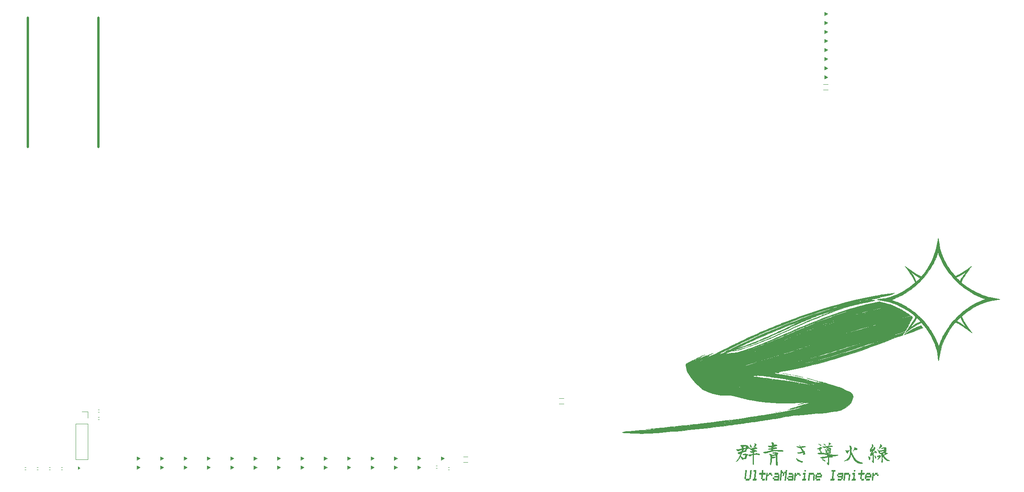
<source format=gbr>
%TF.GenerationSoftware,KiCad,Pcbnew,(5.1.10)-1*%
%TF.CreationDate,2021-08-10T22:37:01+09:00*%
%TF.ProjectId,Ultramarine_fuse,556c7472-616d-4617-9269-6e655f667573,rev?*%
%TF.SameCoordinates,Original*%
%TF.FileFunction,Legend,Top*%
%TF.FilePolarity,Positive*%
%FSLAX46Y46*%
G04 Gerber Fmt 4.6, Leading zero omitted, Abs format (unit mm)*
G04 Created by KiCad (PCBNEW (5.1.10)-1) date 2021-08-10 22:37:01*
%MOMM*%
%LPD*%
G01*
G04 APERTURE LIST*
%ADD10C,0.010000*%
%ADD11C,0.500000*%
%ADD12C,0.120000*%
%ADD13C,0.100000*%
G04 APERTURE END LIST*
D10*
%TO.C,G\u002A\u002A\u002A*%
G36*
X242118893Y-142942734D02*
G01*
X242124313Y-142832667D01*
X242134244Y-142758686D01*
X242168412Y-142728410D01*
X242248266Y-142722600D01*
X242327746Y-142727996D01*
X242360225Y-142756985D01*
X242366296Y-142828772D01*
X242366281Y-142832667D01*
X242359325Y-142925111D01*
X242330643Y-142981165D01*
X242266908Y-143009833D01*
X242154795Y-143020125D01*
X242087399Y-143021148D01*
X241858799Y-143022333D01*
X241854341Y-142897867D01*
X241849883Y-142773400D01*
X241828941Y-142891934D01*
X241806191Y-142973501D01*
X241762250Y-143009762D01*
X241697933Y-143021080D01*
X241622510Y-143022494D01*
X241592821Y-142994954D01*
X241587866Y-142930716D01*
X241593196Y-142827411D01*
X241618236Y-142765355D01*
X241676567Y-142734174D01*
X241781765Y-142723495D01*
X241860277Y-142722600D01*
X242091575Y-142722600D01*
X242118893Y-142942734D01*
G37*
X242118893Y-142942734D02*
X242124313Y-142832667D01*
X242134244Y-142758686D01*
X242168412Y-142728410D01*
X242248266Y-142722600D01*
X242327746Y-142727996D01*
X242360225Y-142756985D01*
X242366296Y-142828772D01*
X242366281Y-142832667D01*
X242359325Y-142925111D01*
X242330643Y-142981165D01*
X242266908Y-143009833D01*
X242154795Y-143020125D01*
X242087399Y-143021148D01*
X241858799Y-143022333D01*
X241854341Y-142897867D01*
X241849883Y-142773400D01*
X241828941Y-142891934D01*
X241806191Y-142973501D01*
X241762250Y-143009762D01*
X241697933Y-143021080D01*
X241622510Y-143022494D01*
X241592821Y-142994954D01*
X241587866Y-142930716D01*
X241593196Y-142827411D01*
X241618236Y-142765355D01*
X241676567Y-142734174D01*
X241781765Y-142723495D01*
X241860277Y-142722600D01*
X242091575Y-142722600D01*
X242118893Y-142942734D01*
G36*
X243884273Y-142866686D02*
G01*
X243873466Y-142957653D01*
X243848019Y-143001287D01*
X243792021Y-143017978D01*
X243763799Y-143021080D01*
X243695060Y-143023967D01*
X243662473Y-143003330D01*
X243651273Y-142941754D01*
X243648927Y-142885613D01*
X243644121Y-142739534D01*
X243623527Y-142875000D01*
X243604371Y-142963127D01*
X243570679Y-143004503D01*
X243504086Y-143020002D01*
X243495159Y-143020909D01*
X243420727Y-143021400D01*
X243387350Y-142990349D01*
X243373579Y-142919309D01*
X243359773Y-142807267D01*
X243354353Y-142917334D01*
X243344422Y-142991315D01*
X243310254Y-143021591D01*
X243230399Y-143027400D01*
X243149775Y-143020619D01*
X243117031Y-142992018D01*
X243112329Y-142951200D01*
X243115266Y-142857369D01*
X243130247Y-142794262D01*
X243168545Y-142755683D01*
X243241439Y-142735434D01*
X243360202Y-142727319D01*
X243523511Y-142725218D01*
X243894679Y-142722905D01*
X243884273Y-142866686D01*
G37*
X243884273Y-142866686D02*
X243873466Y-142957653D01*
X243848019Y-143001287D01*
X243792021Y-143017978D01*
X243763799Y-143021080D01*
X243695060Y-143023967D01*
X243662473Y-143003330D01*
X243651273Y-142941754D01*
X243648927Y-142885613D01*
X243644121Y-142739534D01*
X243623527Y-142875000D01*
X243604371Y-142963127D01*
X243570679Y-143004503D01*
X243504086Y-143020002D01*
X243495159Y-143020909D01*
X243420727Y-143021400D01*
X243387350Y-142990349D01*
X243373579Y-142919309D01*
X243359773Y-142807267D01*
X243354353Y-142917334D01*
X243344422Y-142991315D01*
X243310254Y-143021591D01*
X243230399Y-143027400D01*
X243149775Y-143020619D01*
X243117031Y-142992018D01*
X243112329Y-142951200D01*
X243115266Y-142857369D01*
X243130247Y-142794262D01*
X243168545Y-142755683D01*
X243241439Y-142735434D01*
X243360202Y-142727319D01*
X243523511Y-142725218D01*
X243894679Y-142722905D01*
X243884273Y-142866686D01*
G36*
X245646679Y-142727996D02*
G01*
X245679159Y-142756985D01*
X245685229Y-142828772D01*
X245685214Y-142832667D01*
X245678258Y-142925111D01*
X245649576Y-142981165D01*
X245585842Y-143009833D01*
X245473729Y-143020125D01*
X245406333Y-143021148D01*
X245177733Y-143022333D01*
X245177733Y-142872467D01*
X245180440Y-142779834D01*
X245198194Y-142736346D01*
X245245439Y-142723419D01*
X245294222Y-142722600D01*
X245371178Y-142728183D01*
X245407011Y-142758290D01*
X245422195Y-142832959D01*
X245423995Y-142849600D01*
X245437280Y-142976600D01*
X245442973Y-142849600D01*
X245451338Y-142766403D01*
X245479364Y-142730811D01*
X245546738Y-142722697D01*
X245567199Y-142722600D01*
X245646679Y-142727996D01*
G37*
X245646679Y-142727996D02*
X245679159Y-142756985D01*
X245685229Y-142828772D01*
X245685214Y-142832667D01*
X245678258Y-142925111D01*
X245649576Y-142981165D01*
X245585842Y-143009833D01*
X245473729Y-143020125D01*
X245406333Y-143021148D01*
X245177733Y-143022333D01*
X245177733Y-142872467D01*
X245180440Y-142779834D01*
X245198194Y-142736346D01*
X245245439Y-142723419D01*
X245294222Y-142722600D01*
X245371178Y-142728183D01*
X245407011Y-142758290D01*
X245422195Y-142832959D01*
X245423995Y-142849600D01*
X245437280Y-142976600D01*
X245442973Y-142849600D01*
X245451338Y-142766403D01*
X245479364Y-142730811D01*
X245546738Y-142722697D01*
X245567199Y-142722600D01*
X245646679Y-142727996D01*
G36*
X246153347Y-142866534D02*
G01*
X246142551Y-142957560D01*
X246117152Y-143001241D01*
X246061267Y-143017955D01*
X246032866Y-143021080D01*
X245965576Y-143024388D01*
X245933479Y-143005746D01*
X245923545Y-142948110D01*
X245922799Y-142877146D01*
X245925182Y-142782655D01*
X245941844Y-142737591D01*
X245987057Y-142723647D01*
X246043280Y-142722600D01*
X246163761Y-142722600D01*
X246153347Y-142866534D01*
G37*
X246153347Y-142866534D02*
X246142551Y-142957560D01*
X246117152Y-143001241D01*
X246061267Y-143017955D01*
X246032866Y-143021080D01*
X245965576Y-143024388D01*
X245933479Y-143005746D01*
X245923545Y-142948110D01*
X245922799Y-142877146D01*
X245925182Y-142782655D01*
X245941844Y-142737591D01*
X245987057Y-142723647D01*
X246043280Y-142722600D01*
X246163761Y-142722600D01*
X246153347Y-142866534D01*
G36*
X248727213Y-142866534D02*
G01*
X248716417Y-142957560D01*
X248691019Y-143001241D01*
X248635133Y-143017955D01*
X248606733Y-143021080D01*
X248531480Y-143022520D01*
X248500575Y-142993921D01*
X248492659Y-142919480D01*
X248488652Y-142807267D01*
X248467111Y-142908867D01*
X248438465Y-142983382D01*
X248379400Y-143014982D01*
X248338262Y-143020885D01*
X248260607Y-143019586D01*
X248225211Y-142986638D01*
X248216023Y-142953151D01*
X248201090Y-142875000D01*
X248196478Y-142951200D01*
X248181407Y-143003895D01*
X248131682Y-143024825D01*
X248076155Y-143027400D01*
X247993431Y-143016199D01*
X247945351Y-142988852D01*
X247943362Y-142985067D01*
X247928061Y-142960110D01*
X247923607Y-142985067D01*
X247893227Y-143012354D01*
X247826830Y-143026337D01*
X247755250Y-143024602D01*
X247709324Y-143004730D01*
X247707519Y-143002000D01*
X247702127Y-142954528D01*
X247706921Y-142869678D01*
X247709226Y-142849600D01*
X247725070Y-142766254D01*
X247757518Y-142730587D01*
X247826749Y-142722639D01*
X247837616Y-142722600D01*
X247919707Y-142732663D01*
X247957243Y-142771356D01*
X247964765Y-142798800D01*
X247979442Y-142875000D01*
X247984054Y-142798800D01*
X247999126Y-142746106D01*
X248048850Y-142725176D01*
X248104377Y-142722600D01*
X248187102Y-142733802D01*
X248235181Y-142761149D01*
X248237170Y-142764934D01*
X248252472Y-142789891D01*
X248256926Y-142764934D01*
X248284925Y-142740205D01*
X248368946Y-142726446D01*
X248498613Y-142722600D01*
X248737627Y-142722600D01*
X248727213Y-142866534D01*
G37*
X248727213Y-142866534D02*
X248716417Y-142957560D01*
X248691019Y-143001241D01*
X248635133Y-143017955D01*
X248606733Y-143021080D01*
X248531480Y-143022520D01*
X248500575Y-142993921D01*
X248492659Y-142919480D01*
X248488652Y-142807267D01*
X248467111Y-142908867D01*
X248438465Y-142983382D01*
X248379400Y-143014982D01*
X248338262Y-143020885D01*
X248260607Y-143019586D01*
X248225211Y-142986638D01*
X248216023Y-142953151D01*
X248201090Y-142875000D01*
X248196478Y-142951200D01*
X248181407Y-143003895D01*
X248131682Y-143024825D01*
X248076155Y-143027400D01*
X247993431Y-143016199D01*
X247945351Y-142988852D01*
X247943362Y-142985067D01*
X247928061Y-142960110D01*
X247923607Y-142985067D01*
X247893227Y-143012354D01*
X247826830Y-143026337D01*
X247755250Y-143024602D01*
X247709324Y-143004730D01*
X247707519Y-143002000D01*
X247702127Y-142954528D01*
X247706921Y-142869678D01*
X247709226Y-142849600D01*
X247725070Y-142766254D01*
X247757518Y-142730587D01*
X247826749Y-142722639D01*
X247837616Y-142722600D01*
X247919707Y-142732663D01*
X247957243Y-142771356D01*
X247964765Y-142798800D01*
X247979442Y-142875000D01*
X247984054Y-142798800D01*
X247999126Y-142746106D01*
X248048850Y-142725176D01*
X248104377Y-142722600D01*
X248187102Y-142733802D01*
X248235181Y-142761149D01*
X248237170Y-142764934D01*
X248252472Y-142789891D01*
X248256926Y-142764934D01*
X248284925Y-142740205D01*
X248368946Y-142726446D01*
X248498613Y-142722600D01*
X248737627Y-142722600D01*
X248727213Y-142866534D01*
G36*
X249228315Y-142743441D02*
G01*
X249226641Y-142799696D01*
X249221426Y-142830649D01*
X249199428Y-142940787D01*
X249174239Y-142999686D01*
X249133740Y-143023253D01*
X249071515Y-143027400D01*
X249006298Y-143023420D01*
X248977904Y-142998923D01*
X248974005Y-142935071D01*
X248977319Y-142883467D01*
X248987587Y-142792839D01*
X249012913Y-142749517D01*
X249071357Y-142733138D01*
X249114290Y-142729049D01*
X249196537Y-142725271D01*
X249228315Y-142743441D01*
G37*
X249228315Y-142743441D02*
X249226641Y-142799696D01*
X249221426Y-142830649D01*
X249199428Y-142940787D01*
X249174239Y-142999686D01*
X249133740Y-143023253D01*
X249071515Y-143027400D01*
X249006298Y-143023420D01*
X248977904Y-142998923D01*
X248974005Y-142935071D01*
X248977319Y-142883467D01*
X248987587Y-142792839D01*
X249012913Y-142749517D01*
X249071357Y-142733138D01*
X249114290Y-142729049D01*
X249196537Y-142725271D01*
X249228315Y-142743441D01*
G36*
X250278182Y-142743441D02*
G01*
X250276508Y-142799696D01*
X250271292Y-142830649D01*
X250249295Y-142940787D01*
X250224106Y-142999686D01*
X250183607Y-143023253D01*
X250121382Y-143027400D01*
X250056165Y-143023420D01*
X250027771Y-142998923D01*
X250023872Y-142935071D01*
X250027186Y-142883467D01*
X250037454Y-142792839D01*
X250062779Y-142749517D01*
X250121223Y-142733138D01*
X250164156Y-142729049D01*
X250246403Y-142725271D01*
X250278182Y-142743441D01*
G37*
X250278182Y-142743441D02*
X250276508Y-142799696D01*
X250271292Y-142830649D01*
X250249295Y-142940787D01*
X250224106Y-142999686D01*
X250183607Y-143023253D01*
X250121382Y-143027400D01*
X250056165Y-143023420D01*
X250027771Y-142998923D01*
X250023872Y-142935071D01*
X250027186Y-142883467D01*
X250037454Y-142792839D01*
X250062779Y-142749517D01*
X250121223Y-142733138D01*
X250164156Y-142729049D01*
X250246403Y-142725271D01*
X250278182Y-142743441D01*
G36*
X251795753Y-142849600D02*
G01*
X251774317Y-142952679D01*
X251748930Y-143005512D01*
X251705560Y-143024831D01*
X251646623Y-143027400D01*
X251570025Y-143012885D01*
X251536665Y-142960303D01*
X251534700Y-142951200D01*
X251520024Y-142875000D01*
X251515412Y-142951200D01*
X251500745Y-143003406D01*
X251452171Y-143024517D01*
X251392266Y-143027400D01*
X251307327Y-143016381D01*
X251273311Y-142986843D01*
X251273214Y-142985067D01*
X251264246Y-142961917D01*
X251247814Y-142981348D01*
X251201641Y-143002358D01*
X251104722Y-143016500D01*
X250994333Y-143021148D01*
X250765733Y-143022333D01*
X250765733Y-142872467D01*
X250768440Y-142779834D01*
X250786194Y-142736346D01*
X250833439Y-142723419D01*
X250882222Y-142722600D01*
X250959178Y-142728183D01*
X250995011Y-142758290D01*
X251010195Y-142832959D01*
X251011995Y-142849600D01*
X251025280Y-142976600D01*
X251030973Y-142849600D01*
X251039396Y-142766381D01*
X251067335Y-142730782D01*
X251134092Y-142722689D01*
X251152844Y-142722600D01*
X251236279Y-142731880D01*
X251274826Y-142767984D01*
X251283699Y-142798800D01*
X251298375Y-142875000D01*
X251302987Y-142798800D01*
X251318059Y-142746106D01*
X251367783Y-142725176D01*
X251423311Y-142722600D01*
X251506035Y-142733802D01*
X251554115Y-142761149D01*
X251556104Y-142764934D01*
X251571405Y-142789891D01*
X251575859Y-142764934D01*
X251608751Y-142734971D01*
X251691666Y-142722654D01*
X251698601Y-142722600D01*
X251818669Y-142722600D01*
X251795753Y-142849600D01*
G37*
X251795753Y-142849600D02*
X251774317Y-142952679D01*
X251748930Y-143005512D01*
X251705560Y-143024831D01*
X251646623Y-143027400D01*
X251570025Y-143012885D01*
X251536665Y-142960303D01*
X251534700Y-142951200D01*
X251520024Y-142875000D01*
X251515412Y-142951200D01*
X251500745Y-143003406D01*
X251452171Y-143024517D01*
X251392266Y-143027400D01*
X251307327Y-143016381D01*
X251273311Y-142986843D01*
X251273214Y-142985067D01*
X251264246Y-142961917D01*
X251247814Y-142981348D01*
X251201641Y-143002358D01*
X251104722Y-143016500D01*
X250994333Y-143021148D01*
X250765733Y-143022333D01*
X250765733Y-142872467D01*
X250768440Y-142779834D01*
X250786194Y-142736346D01*
X250833439Y-142723419D01*
X250882222Y-142722600D01*
X250959178Y-142728183D01*
X250995011Y-142758290D01*
X251010195Y-142832959D01*
X251011995Y-142849600D01*
X251025280Y-142976600D01*
X251030973Y-142849600D01*
X251039396Y-142766381D01*
X251067335Y-142730782D01*
X251134092Y-142722689D01*
X251152844Y-142722600D01*
X251236279Y-142731880D01*
X251274826Y-142767984D01*
X251283699Y-142798800D01*
X251298375Y-142875000D01*
X251302987Y-142798800D01*
X251318059Y-142746106D01*
X251367783Y-142725176D01*
X251423311Y-142722600D01*
X251506035Y-142733802D01*
X251554115Y-142761149D01*
X251556104Y-142764934D01*
X251571405Y-142789891D01*
X251575859Y-142764934D01*
X251608751Y-142734971D01*
X251691666Y-142722654D01*
X251698601Y-142722600D01*
X251818669Y-142722600D01*
X251795753Y-142849600D01*
G36*
X252257932Y-142726690D02*
G01*
X252285741Y-142751213D01*
X252279772Y-142814554D01*
X252277033Y-142828434D01*
X252261936Y-142917926D01*
X252255866Y-142980834D01*
X252224445Y-143016147D01*
X252137333Y-143027400D01*
X252056708Y-143020619D01*
X252023965Y-142992018D01*
X252019262Y-142951200D01*
X252030103Y-142825984D01*
X252066220Y-142754572D01*
X252135840Y-142725219D01*
X252179383Y-142722600D01*
X252257932Y-142726690D01*
G37*
X252257932Y-142726690D02*
X252285741Y-142751213D01*
X252279772Y-142814554D01*
X252277033Y-142828434D01*
X252261936Y-142917926D01*
X252255866Y-142980834D01*
X252224445Y-143016147D01*
X252137333Y-143027400D01*
X252056708Y-143020619D01*
X252023965Y-142992018D01*
X252019262Y-142951200D01*
X252030103Y-142825984D01*
X252066220Y-142754572D01*
X252135840Y-142725219D01*
X252179383Y-142722600D01*
X252257932Y-142726690D01*
G36*
X254331101Y-142832667D02*
G01*
X254344760Y-142942734D01*
X254350180Y-142832667D01*
X254360111Y-142758686D01*
X254394279Y-142728410D01*
X254474133Y-142722600D01*
X254553613Y-142727996D01*
X254586092Y-142756985D01*
X254592162Y-142828772D01*
X254592148Y-142832667D01*
X254585191Y-142925111D01*
X254556509Y-142981165D01*
X254492775Y-143009833D01*
X254380662Y-143020125D01*
X254313266Y-143021148D01*
X254084666Y-143022333D01*
X254080208Y-142897867D01*
X254075750Y-142773400D01*
X254054808Y-142891934D01*
X254032058Y-142973501D01*
X253988117Y-143009762D01*
X253923800Y-143021080D01*
X253848377Y-143022494D01*
X253818688Y-142994954D01*
X253813733Y-142930716D01*
X253819062Y-142827411D01*
X253844103Y-142765355D01*
X253902433Y-142734174D01*
X254007632Y-142723495D01*
X254086144Y-142722600D01*
X254317441Y-142722600D01*
X254331101Y-142832667D01*
G37*
X254331101Y-142832667D02*
X254344760Y-142942734D01*
X254350180Y-142832667D01*
X254360111Y-142758686D01*
X254394279Y-142728410D01*
X254474133Y-142722600D01*
X254553613Y-142727996D01*
X254586092Y-142756985D01*
X254592162Y-142828772D01*
X254592148Y-142832667D01*
X254585191Y-142925111D01*
X254556509Y-142981165D01*
X254492775Y-143009833D01*
X254380662Y-143020125D01*
X254313266Y-143021148D01*
X254084666Y-143022333D01*
X254080208Y-142897867D01*
X254075750Y-142773400D01*
X254054808Y-142891934D01*
X254032058Y-142973501D01*
X253988117Y-143009762D01*
X253923800Y-143021080D01*
X253848377Y-143022494D01*
X253818688Y-142994954D01*
X253813733Y-142930716D01*
X253819062Y-142827411D01*
X253844103Y-142765355D01*
X253902433Y-142734174D01*
X254007632Y-142723495D01*
X254086144Y-142722600D01*
X254317441Y-142722600D01*
X254331101Y-142832667D01*
G36*
X255301932Y-142729887D02*
G01*
X255333301Y-142760316D01*
X255337270Y-142798800D01*
X255324599Y-142927620D01*
X255285104Y-143000834D01*
X255213655Y-143027003D01*
X255200315Y-143027400D01*
X255126188Y-143019370D01*
X255090453Y-143002000D01*
X255085060Y-142954528D01*
X255089855Y-142869678D01*
X255092159Y-142849600D01*
X255107923Y-142766300D01*
X255140407Y-142730643D01*
X255210180Y-142722650D01*
X255222905Y-142722600D01*
X255301932Y-142729887D01*
G37*
X255301932Y-142729887D02*
X255333301Y-142760316D01*
X255337270Y-142798800D01*
X255324599Y-142927620D01*
X255285104Y-143000834D01*
X255213655Y-143027003D01*
X255200315Y-143027400D01*
X255126188Y-143019370D01*
X255090453Y-143002000D01*
X255085060Y-142954528D01*
X255089855Y-142869678D01*
X255092159Y-142849600D01*
X255107923Y-142766300D01*
X255140407Y-142730643D01*
X255210180Y-142722650D01*
X255222905Y-142722600D01*
X255301932Y-142729887D01*
G36*
X256351799Y-142729887D02*
G01*
X256383168Y-142760316D01*
X256387137Y-142798800D01*
X256374466Y-142927620D01*
X256334970Y-143000834D01*
X256263521Y-143027003D01*
X256250182Y-143027400D01*
X256176055Y-143019370D01*
X256140319Y-143002000D01*
X256134927Y-142954528D01*
X256139721Y-142869678D01*
X256142026Y-142849600D01*
X256157790Y-142766300D01*
X256190274Y-142730643D01*
X256260046Y-142722650D01*
X256272771Y-142722600D01*
X256351799Y-142729887D01*
G37*
X256351799Y-142729887D02*
X256383168Y-142760316D01*
X256387137Y-142798800D01*
X256374466Y-142927620D01*
X256334970Y-143000834D01*
X256263521Y-143027003D01*
X256250182Y-143027400D01*
X256176055Y-143019370D01*
X256140319Y-143002000D01*
X256134927Y-142954528D01*
X256139721Y-142869678D01*
X256142026Y-142849600D01*
X256157790Y-142766300D01*
X256190274Y-142730643D01*
X256260046Y-142722650D01*
X256272771Y-142722600D01*
X256351799Y-142729887D01*
G36*
X257634147Y-142866534D02*
G01*
X257623351Y-142957560D01*
X257597952Y-143001241D01*
X257542067Y-143017955D01*
X257513666Y-143021080D01*
X257441916Y-143023373D01*
X257409986Y-142999274D01*
X257400237Y-142930530D01*
X257399141Y-142902546D01*
X257394683Y-142773400D01*
X257373741Y-142891934D01*
X257350831Y-142973658D01*
X257306835Y-143009948D01*
X257245344Y-143020885D01*
X257167627Y-143019610D01*
X257132194Y-142986760D01*
X257122956Y-142953151D01*
X257108024Y-142875000D01*
X257103412Y-142951200D01*
X257088745Y-143003406D01*
X257040171Y-143024517D01*
X256980266Y-143027400D01*
X256890379Y-143015056D01*
X256861733Y-142980834D01*
X256868100Y-142915785D01*
X256882900Y-142828434D01*
X256906819Y-142754805D01*
X256954323Y-142726417D01*
X257015544Y-142722600D01*
X257096716Y-142734208D01*
X257142883Y-142762402D01*
X257144104Y-142764934D01*
X257159405Y-142789891D01*
X257163859Y-142764934D01*
X257191859Y-142740205D01*
X257275880Y-142726446D01*
X257405547Y-142722600D01*
X257644561Y-142722600D01*
X257634147Y-142866534D01*
G37*
X257634147Y-142866534D02*
X257623351Y-142957560D01*
X257597952Y-143001241D01*
X257542067Y-143017955D01*
X257513666Y-143021080D01*
X257441916Y-143023373D01*
X257409986Y-142999274D01*
X257400237Y-142930530D01*
X257399141Y-142902546D01*
X257394683Y-142773400D01*
X257373741Y-142891934D01*
X257350831Y-142973658D01*
X257306835Y-143009948D01*
X257245344Y-143020885D01*
X257167627Y-143019610D01*
X257132194Y-142986760D01*
X257122956Y-142953151D01*
X257108024Y-142875000D01*
X257103412Y-142951200D01*
X257088745Y-143003406D01*
X257040171Y-143024517D01*
X256980266Y-143027400D01*
X256890379Y-143015056D01*
X256861733Y-142980834D01*
X256868100Y-142915785D01*
X256882900Y-142828434D01*
X256906819Y-142754805D01*
X256954323Y-142726417D01*
X257015544Y-142722600D01*
X257096716Y-142734208D01*
X257142883Y-142762402D01*
X257144104Y-142764934D01*
X257159405Y-142789891D01*
X257163859Y-142764934D01*
X257191859Y-142740205D01*
X257275880Y-142726446D01*
X257405547Y-142722600D01*
X257644561Y-142722600D01*
X257634147Y-142866534D01*
G36*
X260702686Y-142849600D02*
G01*
X260681250Y-142952679D01*
X260655864Y-143005512D01*
X260612493Y-143024831D01*
X260553556Y-143027400D01*
X260476959Y-143012885D01*
X260443598Y-142960303D01*
X260441634Y-142951200D01*
X260426957Y-142875000D01*
X260422345Y-142951200D01*
X260407273Y-143003895D01*
X260357549Y-143024825D01*
X260302022Y-143027400D01*
X260219297Y-143016199D01*
X260171218Y-142988852D01*
X260169229Y-142985067D01*
X260153927Y-142960110D01*
X260149473Y-142985067D01*
X260119093Y-143012354D01*
X260052696Y-143026337D01*
X259981117Y-143024602D01*
X259935190Y-143004730D01*
X259933386Y-143002000D01*
X259927994Y-142954528D01*
X259932788Y-142869678D01*
X259935093Y-142849600D01*
X259950937Y-142766254D01*
X259983385Y-142730587D01*
X260052615Y-142722639D01*
X260063483Y-142722600D01*
X260145573Y-142732663D01*
X260183110Y-142771356D01*
X260190632Y-142798800D01*
X260205309Y-142875000D01*
X260209921Y-142798800D01*
X260224992Y-142746106D01*
X260274717Y-142725176D01*
X260330244Y-142722600D01*
X260412968Y-142733802D01*
X260461048Y-142761149D01*
X260463037Y-142764934D01*
X260478338Y-142789891D01*
X260482792Y-142764934D01*
X260515685Y-142734971D01*
X260598600Y-142722654D01*
X260605534Y-142722600D01*
X260725602Y-142722600D01*
X260702686Y-142849600D01*
G37*
X260702686Y-142849600D02*
X260681250Y-142952679D01*
X260655864Y-143005512D01*
X260612493Y-143024831D01*
X260553556Y-143027400D01*
X260476959Y-143012885D01*
X260443598Y-142960303D01*
X260441634Y-142951200D01*
X260426957Y-142875000D01*
X260422345Y-142951200D01*
X260407273Y-143003895D01*
X260357549Y-143024825D01*
X260302022Y-143027400D01*
X260219297Y-143016199D01*
X260171218Y-142988852D01*
X260169229Y-142985067D01*
X260153927Y-142960110D01*
X260149473Y-142985067D01*
X260119093Y-143012354D01*
X260052696Y-143026337D01*
X259981117Y-143024602D01*
X259935190Y-143004730D01*
X259933386Y-143002000D01*
X259927994Y-142954528D01*
X259932788Y-142869678D01*
X259935093Y-142849600D01*
X259950937Y-142766254D01*
X259983385Y-142730587D01*
X260052615Y-142722639D01*
X260063483Y-142722600D01*
X260145573Y-142732663D01*
X260183110Y-142771356D01*
X260190632Y-142798800D01*
X260205309Y-142875000D01*
X260209921Y-142798800D01*
X260224992Y-142746106D01*
X260274717Y-142725176D01*
X260330244Y-142722600D01*
X260412968Y-142733802D01*
X260461048Y-142761149D01*
X260463037Y-142764934D01*
X260478338Y-142789891D01*
X260482792Y-142764934D01*
X260515685Y-142734971D01*
X260598600Y-142722654D01*
X260605534Y-142722600D01*
X260725602Y-142722600D01*
X260702686Y-142849600D01*
G36*
X262212618Y-142726358D02*
G01*
X262242135Y-142749328D01*
X262237629Y-142809057D01*
X262233833Y-142828434D01*
X262218736Y-142917926D01*
X262212666Y-142980834D01*
X262185292Y-143016589D01*
X262120618Y-143030038D01*
X262044812Y-143022522D01*
X261984045Y-142995385D01*
X261965078Y-142968134D01*
X261952205Y-142929015D01*
X261946416Y-142954987D01*
X261945661Y-142965146D01*
X261932572Y-142995306D01*
X261889375Y-143012568D01*
X261802284Y-143020150D01*
X261704666Y-143021424D01*
X261467600Y-143021424D01*
X261467600Y-142872012D01*
X261470336Y-142779561D01*
X261488203Y-142736227D01*
X261535687Y-142723398D01*
X261583883Y-142722600D01*
X261664830Y-142730294D01*
X261701784Y-142764331D01*
X261714276Y-142815734D01*
X261728384Y-142908867D01*
X261733459Y-142815734D01*
X261745338Y-142752308D01*
X261785647Y-142726779D01*
X261854583Y-142722600D01*
X261945846Y-142736004D01*
X261985497Y-142779608D01*
X261986121Y-142781867D01*
X261998992Y-142823606D01*
X262004298Y-142799556D01*
X262005538Y-142781867D01*
X262026691Y-142740207D01*
X262092823Y-142723739D01*
X262132233Y-142722600D01*
X262212618Y-142726358D01*
G37*
X262212618Y-142726358D02*
X262242135Y-142749328D01*
X262237629Y-142809057D01*
X262233833Y-142828434D01*
X262218736Y-142917926D01*
X262212666Y-142980834D01*
X262185292Y-143016589D01*
X262120618Y-143030038D01*
X262044812Y-143022522D01*
X261984045Y-142995385D01*
X261965078Y-142968134D01*
X261952205Y-142929015D01*
X261946416Y-142954987D01*
X261945661Y-142965146D01*
X261932572Y-142995306D01*
X261889375Y-143012568D01*
X261802284Y-143020150D01*
X261704666Y-143021424D01*
X261467600Y-143021424D01*
X261467600Y-142872012D01*
X261470336Y-142779561D01*
X261488203Y-142736227D01*
X261535687Y-142723398D01*
X261583883Y-142722600D01*
X261664830Y-142730294D01*
X261701784Y-142764331D01*
X261714276Y-142815734D01*
X261728384Y-142908867D01*
X261733459Y-142815734D01*
X261745338Y-142752308D01*
X261785647Y-142726779D01*
X261854583Y-142722600D01*
X261945846Y-142736004D01*
X261985497Y-142779608D01*
X261986121Y-142781867D01*
X261998992Y-142823606D01*
X262004298Y-142799556D01*
X262005538Y-142781867D01*
X262026691Y-142740207D01*
X262092823Y-142723739D01*
X262132233Y-142722600D01*
X262212618Y-142726358D01*
G36*
X262953373Y-142725996D02*
G01*
X262981904Y-142749314D01*
X262978324Y-142812254D01*
X262971753Y-142849600D01*
X262950316Y-142952662D01*
X262924773Y-143005489D01*
X262880866Y-143024814D01*
X262820267Y-143027400D01*
X262749173Y-143018487D01*
X262723379Y-142977470D01*
X262720666Y-142928570D01*
X262730557Y-142812223D01*
X262766917Y-142748471D01*
X262839778Y-142724200D01*
X262878224Y-142722600D01*
X262953373Y-142725996D01*
G37*
X262953373Y-142725996D02*
X262981904Y-142749314D01*
X262978324Y-142812254D01*
X262971753Y-142849600D01*
X262950316Y-142952662D01*
X262924773Y-143005489D01*
X262880866Y-143024814D01*
X262820267Y-143027400D01*
X262749173Y-143018487D01*
X262723379Y-142977470D01*
X262720666Y-142928570D01*
X262730557Y-142812223D01*
X262766917Y-142748471D01*
X262839778Y-142724200D01*
X262878224Y-142722600D01*
X262953373Y-142725996D01*
G36*
X264003239Y-142725996D02*
G01*
X264031770Y-142749314D01*
X264028191Y-142812254D01*
X264021619Y-142849600D01*
X264000183Y-142952662D01*
X263974640Y-143005489D01*
X263930733Y-143024814D01*
X263870134Y-143027400D01*
X263799040Y-143018487D01*
X263773245Y-142977470D01*
X263770533Y-142928570D01*
X263780424Y-142812223D01*
X263816784Y-142748471D01*
X263889645Y-142724200D01*
X263928091Y-142722600D01*
X264003239Y-142725996D01*
G37*
X264003239Y-142725996D02*
X264031770Y-142749314D01*
X264028191Y-142812254D01*
X264021619Y-142849600D01*
X264000183Y-142952662D01*
X263974640Y-143005489D01*
X263930733Y-143024814D01*
X263870134Y-143027400D01*
X263799040Y-143018487D01*
X263773245Y-142977470D01*
X263770533Y-142928570D01*
X263780424Y-142812223D01*
X263816784Y-142748471D01*
X263889645Y-142724200D01*
X263928091Y-142722600D01*
X264003239Y-142725996D01*
G36*
X265256624Y-142729382D02*
G01*
X265289368Y-142757983D01*
X265294070Y-142798800D01*
X265288009Y-142909343D01*
X265262384Y-142975739D01*
X265203553Y-143009087D01*
X265097874Y-143020486D01*
X265020431Y-143021424D01*
X264786533Y-143021424D01*
X264776921Y-142739534D01*
X264756327Y-142875000D01*
X264737371Y-142962936D01*
X264703764Y-143004252D01*
X264636469Y-143019924D01*
X264623607Y-143021233D01*
X264511480Y-143031999D01*
X264522007Y-142885767D01*
X264532533Y-142739534D01*
X264775678Y-142729632D01*
X264901522Y-142725464D01*
X264975120Y-142729141D01*
X265011904Y-142745739D01*
X265027304Y-142780334D01*
X265033070Y-142814298D01*
X265047318Y-142908867D01*
X265052392Y-142815734D01*
X265063981Y-142752793D01*
X265103414Y-142727094D01*
X265176000Y-142722600D01*
X265256624Y-142729382D01*
G37*
X265256624Y-142729382D02*
X265289368Y-142757983D01*
X265294070Y-142798800D01*
X265288009Y-142909343D01*
X265262384Y-142975739D01*
X265203553Y-143009087D01*
X265097874Y-143020486D01*
X265020431Y-143021424D01*
X264786533Y-143021424D01*
X264776921Y-142739534D01*
X264756327Y-142875000D01*
X264737371Y-142962936D01*
X264703764Y-143004252D01*
X264636469Y-143019924D01*
X264623607Y-143021233D01*
X264511480Y-143031999D01*
X264522007Y-142885767D01*
X264532533Y-142739534D01*
X264775678Y-142729632D01*
X264901522Y-142725464D01*
X264975120Y-142729141D01*
X265011904Y-142745739D01*
X265027304Y-142780334D01*
X265033070Y-142814298D01*
X265047318Y-142908867D01*
X265052392Y-142815734D01*
X265063981Y-142752793D01*
X265103414Y-142727094D01*
X265176000Y-142722600D01*
X265256624Y-142729382D01*
G36*
X267045722Y-142728107D02*
G01*
X267081581Y-142754739D01*
X267085931Y-142817662D01*
X267068299Y-142921567D01*
X267044380Y-142995196D01*
X266996876Y-143023584D01*
X266935655Y-143027400D01*
X266854483Y-143015793D01*
X266808316Y-142987599D01*
X266807095Y-142985067D01*
X266791794Y-142960110D01*
X266787340Y-142985067D01*
X266756960Y-143012354D01*
X266690563Y-143026337D01*
X266618983Y-143024602D01*
X266573057Y-143004730D01*
X266571253Y-143002000D01*
X266565860Y-142954528D01*
X266570655Y-142869678D01*
X266572959Y-142849600D01*
X266588800Y-142766256D01*
X266621249Y-142730589D01*
X266690504Y-142722640D01*
X266701455Y-142722600D01*
X266780931Y-142730966D01*
X266816880Y-142767486D01*
X266828142Y-142815734D01*
X266842251Y-142908867D01*
X266847325Y-142815734D01*
X266858915Y-142752793D01*
X266898348Y-142727094D01*
X266970933Y-142722600D01*
X267045722Y-142728107D01*
G37*
X267045722Y-142728107D02*
X267081581Y-142754739D01*
X267085931Y-142817662D01*
X267068299Y-142921567D01*
X267044380Y-142995196D01*
X266996876Y-143023584D01*
X266935655Y-143027400D01*
X266854483Y-143015793D01*
X266808316Y-142987599D01*
X266807095Y-142985067D01*
X266791794Y-142960110D01*
X266787340Y-142985067D01*
X266756960Y-143012354D01*
X266690563Y-143026337D01*
X266618983Y-143024602D01*
X266573057Y-143004730D01*
X266571253Y-143002000D01*
X266565860Y-142954528D01*
X266570655Y-142869678D01*
X266572959Y-142849600D01*
X266588800Y-142766256D01*
X266621249Y-142730589D01*
X266690504Y-142722640D01*
X266701455Y-142722600D01*
X266780931Y-142730966D01*
X266816880Y-142767486D01*
X266828142Y-142815734D01*
X266842251Y-142908867D01*
X266847325Y-142815734D01*
X266858915Y-142752793D01*
X266898348Y-142727094D01*
X266970933Y-142722600D01*
X267045722Y-142728107D01*
G36*
X268336006Y-142866686D02*
G01*
X268325200Y-142957653D01*
X268299752Y-143001287D01*
X268243754Y-143017978D01*
X268215533Y-143021080D01*
X268146793Y-143023967D01*
X268114206Y-143003330D01*
X268103006Y-142941754D01*
X268100660Y-142885613D01*
X268095854Y-142739534D01*
X268075260Y-142875000D01*
X268056098Y-142963134D01*
X268022402Y-143004512D01*
X267955831Y-143020005D01*
X267947039Y-143020898D01*
X267870903Y-143020585D01*
X267836869Y-142988232D01*
X267825113Y-142936231D01*
X267810815Y-142841134D01*
X267805740Y-142934267D01*
X267794151Y-142997208D01*
X267754718Y-143022907D01*
X267682133Y-143027400D01*
X267601508Y-143020619D01*
X267568765Y-142992018D01*
X267564062Y-142951200D01*
X267567000Y-142857369D01*
X267581980Y-142794262D01*
X267620279Y-142755683D01*
X267693172Y-142735434D01*
X267811936Y-142727319D01*
X267975245Y-142725218D01*
X268346412Y-142722905D01*
X268336006Y-142866686D01*
G37*
X268336006Y-142866686D02*
X268325200Y-142957653D01*
X268299752Y-143001287D01*
X268243754Y-143017978D01*
X268215533Y-143021080D01*
X268146793Y-143023967D01*
X268114206Y-143003330D01*
X268103006Y-142941754D01*
X268100660Y-142885613D01*
X268095854Y-142739534D01*
X268075260Y-142875000D01*
X268056098Y-142963134D01*
X268022402Y-143004512D01*
X267955831Y-143020005D01*
X267947039Y-143020898D01*
X267870903Y-143020585D01*
X267836869Y-142988232D01*
X267825113Y-142936231D01*
X267810815Y-142841134D01*
X267805740Y-142934267D01*
X267794151Y-142997208D01*
X267754718Y-143022907D01*
X267682133Y-143027400D01*
X267601508Y-143020619D01*
X267568765Y-142992018D01*
X267564062Y-142951200D01*
X267567000Y-142857369D01*
X267581980Y-142794262D01*
X267620279Y-142755683D01*
X267693172Y-142735434D01*
X267811936Y-142727319D01*
X267975245Y-142725218D01*
X268346412Y-142722905D01*
X268336006Y-142866686D01*
G36*
X269050747Y-142728812D02*
G01*
X269082157Y-142759312D01*
X269087599Y-142821431D01*
X269076288Y-142940399D01*
X269037743Y-143005427D01*
X268965049Y-143027189D01*
X268954154Y-143027400D01*
X268880943Y-143022422D01*
X268846648Y-143012227D01*
X268840041Y-142972094D01*
X268842053Y-142890411D01*
X268844561Y-142859827D01*
X268857051Y-142772293D01*
X268884006Y-142733085D01*
X268943450Y-142722890D01*
X268972623Y-142722600D01*
X269050747Y-142728812D01*
G37*
X269050747Y-142728812D02*
X269082157Y-142759312D01*
X269087599Y-142821431D01*
X269076288Y-142940399D01*
X269037743Y-143005427D01*
X268965049Y-143027189D01*
X268954154Y-143027400D01*
X268880943Y-143022422D01*
X268846648Y-143012227D01*
X268840041Y-142972094D01*
X268842053Y-142890411D01*
X268844561Y-142859827D01*
X268857051Y-142772293D01*
X268884006Y-142733085D01*
X268943450Y-142722890D01*
X268972623Y-142722600D01*
X269050747Y-142728812D01*
G36*
X241587818Y-142421558D02*
G01*
X241617335Y-142444528D01*
X241612829Y-142504257D01*
X241609033Y-142523634D01*
X241594149Y-142606670D01*
X241587867Y-142658822D01*
X241587866Y-142659100D01*
X241558009Y-142678417D01*
X241484278Y-142688370D01*
X241465099Y-142688734D01*
X241384714Y-142684976D01*
X241355197Y-142662006D01*
X241359703Y-142602277D01*
X241363499Y-142582900D01*
X241378384Y-142499864D01*
X241384665Y-142447712D01*
X241384666Y-142447434D01*
X241414524Y-142428117D01*
X241488254Y-142418164D01*
X241507433Y-142417800D01*
X241587818Y-142421558D01*
G37*
X241587818Y-142421558D02*
X241617335Y-142444528D01*
X241612829Y-142504257D01*
X241609033Y-142523634D01*
X241594149Y-142606670D01*
X241587867Y-142658822D01*
X241587866Y-142659100D01*
X241558009Y-142678417D01*
X241484278Y-142688370D01*
X241465099Y-142688734D01*
X241384714Y-142684976D01*
X241355197Y-142662006D01*
X241359703Y-142602277D01*
X241363499Y-142582900D01*
X241378384Y-142499864D01*
X241384665Y-142447712D01*
X241384666Y-142447434D01*
X241414524Y-142428117D01*
X241488254Y-142418164D01*
X241507433Y-142417800D01*
X241587818Y-142421558D01*
G36*
X242637685Y-142421558D02*
G01*
X242667202Y-142444528D01*
X242662696Y-142504257D01*
X242658899Y-142523634D01*
X242644015Y-142606670D01*
X242637734Y-142658822D01*
X242637733Y-142659100D01*
X242607875Y-142678417D01*
X242534145Y-142688370D01*
X242514966Y-142688734D01*
X242434581Y-142684976D01*
X242405064Y-142662006D01*
X242409570Y-142602277D01*
X242413366Y-142582900D01*
X242428250Y-142499864D01*
X242434532Y-142447712D01*
X242434533Y-142447434D01*
X242464390Y-142428117D01*
X242538121Y-142418164D01*
X242557299Y-142417800D01*
X242637685Y-142421558D01*
G37*
X242637685Y-142421558D02*
X242667202Y-142444528D01*
X242662696Y-142504257D01*
X242658899Y-142523634D01*
X242644015Y-142606670D01*
X242637734Y-142658822D01*
X242637733Y-142659100D01*
X242607875Y-142678417D01*
X242534145Y-142688370D01*
X242514966Y-142688734D01*
X242434581Y-142684976D01*
X242405064Y-142662006D01*
X242409570Y-142602277D01*
X242413366Y-142582900D01*
X242428250Y-142499864D01*
X242434532Y-142447712D01*
X242434533Y-142447434D01*
X242464390Y-142428117D01*
X242538121Y-142418164D01*
X242557299Y-142417800D01*
X242637685Y-142421558D01*
G36*
X243659537Y-142553267D02*
G01*
X243646970Y-142640079D01*
X243619426Y-142678676D01*
X243558557Y-142688495D01*
X243531642Y-142688734D01*
X243458015Y-142684412D01*
X243425292Y-142658439D01*
X243416913Y-142591300D01*
X243416666Y-142553267D01*
X243420064Y-142466553D01*
X243442561Y-142428021D01*
X243502615Y-142418122D01*
X243544561Y-142417800D01*
X243672456Y-142417800D01*
X243659537Y-142553267D01*
G37*
X243659537Y-142553267D02*
X243646970Y-142640079D01*
X243619426Y-142678676D01*
X243558557Y-142688495D01*
X243531642Y-142688734D01*
X243458015Y-142684412D01*
X243425292Y-142658439D01*
X243416913Y-142591300D01*
X243416666Y-142553267D01*
X243420064Y-142466553D01*
X243442561Y-142428021D01*
X243502615Y-142418122D01*
X243544561Y-142417800D01*
X243672456Y-142417800D01*
X243659537Y-142553267D01*
G36*
X245178732Y-142423985D02*
G01*
X245203357Y-142447350D01*
X245198290Y-142471370D01*
X245181749Y-142547885D01*
X245177733Y-142606837D01*
X245168363Y-142662323D01*
X245127086Y-142685018D01*
X245059199Y-142688734D01*
X244978892Y-142682260D01*
X244946045Y-142653741D01*
X244940666Y-142606837D01*
X244952768Y-142496318D01*
X244996206Y-142437641D01*
X245081684Y-142418134D01*
X245100313Y-142417800D01*
X245178732Y-142423985D01*
G37*
X245178732Y-142423985D02*
X245203357Y-142447350D01*
X245198290Y-142471370D01*
X245181749Y-142547885D01*
X245177733Y-142606837D01*
X245168363Y-142662323D01*
X245127086Y-142685018D01*
X245059199Y-142688734D01*
X244978892Y-142682260D01*
X244946045Y-142653741D01*
X244940666Y-142606837D01*
X244952768Y-142496318D01*
X244996206Y-142437641D01*
X245081684Y-142418134D01*
X245100313Y-142417800D01*
X245178732Y-142423985D01*
G36*
X246151092Y-142421902D02*
G01*
X246184819Y-142447224D01*
X246193468Y-142513294D01*
X246193733Y-142553267D01*
X246190144Y-142640002D01*
X246167988Y-142678547D01*
X246110176Y-142688431D01*
X246075199Y-142688734D01*
X245999307Y-142684633D01*
X245965580Y-142659311D01*
X245956931Y-142593240D01*
X245956666Y-142553267D01*
X245960255Y-142466533D01*
X245982411Y-142427987D01*
X246040223Y-142418103D01*
X246075199Y-142417800D01*
X246151092Y-142421902D01*
G37*
X246151092Y-142421902D02*
X246184819Y-142447224D01*
X246193468Y-142513294D01*
X246193733Y-142553267D01*
X246190144Y-142640002D01*
X246167988Y-142678547D01*
X246110176Y-142688431D01*
X246075199Y-142688734D01*
X245999307Y-142684633D01*
X245965580Y-142659311D01*
X245956931Y-142593240D01*
X245956666Y-142553267D01*
X245960255Y-142466533D01*
X245982411Y-142427987D01*
X246040223Y-142418103D01*
X246075199Y-142417800D01*
X246151092Y-142421902D01*
G36*
X247675092Y-142421902D02*
G01*
X247708819Y-142447224D01*
X247717468Y-142513294D01*
X247717733Y-142553267D01*
X247714144Y-142640002D01*
X247691988Y-142678547D01*
X247634176Y-142688431D01*
X247599200Y-142688734D01*
X247523307Y-142684633D01*
X247489580Y-142659311D01*
X247480931Y-142593240D01*
X247480666Y-142553267D01*
X247484255Y-142466533D01*
X247506411Y-142427987D01*
X247564223Y-142418103D01*
X247599200Y-142417800D01*
X247675092Y-142421902D01*
G37*
X247675092Y-142421902D02*
X247708819Y-142447224D01*
X247717468Y-142513294D01*
X247717733Y-142553267D01*
X247714144Y-142640002D01*
X247691988Y-142678547D01*
X247634176Y-142688431D01*
X247599200Y-142688734D01*
X247523307Y-142684633D01*
X247489580Y-142659311D01*
X247480931Y-142593240D01*
X247480666Y-142553267D01*
X247484255Y-142466533D01*
X247506411Y-142427987D01*
X247564223Y-142418103D01*
X247599200Y-142417800D01*
X247675092Y-142421902D01*
G36*
X248724959Y-142421902D02*
G01*
X248758686Y-142447224D01*
X248767334Y-142513294D01*
X248767600Y-142553267D01*
X248764011Y-142640002D01*
X248741854Y-142678547D01*
X248684043Y-142688431D01*
X248649066Y-142688734D01*
X248573173Y-142684633D01*
X248539446Y-142659311D01*
X248530798Y-142593240D01*
X248530533Y-142553267D01*
X248534121Y-142466533D01*
X248556278Y-142427987D01*
X248614090Y-142418103D01*
X248649066Y-142417800D01*
X248724959Y-142421902D01*
G37*
X248724959Y-142421902D02*
X248758686Y-142447224D01*
X248767334Y-142513294D01*
X248767600Y-142553267D01*
X248764011Y-142640002D01*
X248741854Y-142678547D01*
X248684043Y-142688431D01*
X248649066Y-142688734D01*
X248573173Y-142684633D01*
X248539446Y-142659311D01*
X248530798Y-142593240D01*
X248530533Y-142553267D01*
X248534121Y-142466533D01*
X248556278Y-142427987D01*
X248614090Y-142418103D01*
X248649066Y-142417800D01*
X248724959Y-142421902D01*
G36*
X249247537Y-142553267D02*
G01*
X249234970Y-142640079D01*
X249207426Y-142678676D01*
X249146557Y-142688495D01*
X249119642Y-142688734D01*
X249046015Y-142684412D01*
X249013292Y-142658439D01*
X249004913Y-142591300D01*
X249004666Y-142553267D01*
X249008064Y-142466553D01*
X249030561Y-142428021D01*
X249090615Y-142418122D01*
X249132561Y-142417800D01*
X249260456Y-142417800D01*
X249247537Y-142553267D01*
G37*
X249247537Y-142553267D02*
X249234970Y-142640079D01*
X249207426Y-142678676D01*
X249146557Y-142688495D01*
X249119642Y-142688734D01*
X249046015Y-142684412D01*
X249013292Y-142658439D01*
X249004913Y-142591300D01*
X249004666Y-142553267D01*
X249008064Y-142466553D01*
X249030561Y-142428021D01*
X249090615Y-142418122D01*
X249132561Y-142417800D01*
X249260456Y-142417800D01*
X249247537Y-142553267D01*
G36*
X250297404Y-142553267D02*
G01*
X250284836Y-142640079D01*
X250257293Y-142678676D01*
X250196423Y-142688495D01*
X250169509Y-142688734D01*
X250095881Y-142684412D01*
X250063159Y-142658439D01*
X250054780Y-142591300D01*
X250054533Y-142553267D01*
X250057931Y-142466553D01*
X250080428Y-142428021D01*
X250140481Y-142418122D01*
X250182428Y-142417800D01*
X250310323Y-142417800D01*
X250297404Y-142553267D01*
G37*
X250297404Y-142553267D02*
X250284836Y-142640079D01*
X250257293Y-142678676D01*
X250196423Y-142688495D01*
X250169509Y-142688734D01*
X250095881Y-142684412D01*
X250063159Y-142658439D01*
X250054780Y-142591300D01*
X250054533Y-142553267D01*
X250057931Y-142466553D01*
X250080428Y-142428021D01*
X250140481Y-142418122D01*
X250182428Y-142417800D01*
X250310323Y-142417800D01*
X250297404Y-142553267D01*
G36*
X250792027Y-142436206D02*
G01*
X250787177Y-142469057D01*
X250769881Y-142547760D01*
X250765733Y-142606837D01*
X250756573Y-142661978D01*
X250715987Y-142684789D01*
X250645155Y-142688734D01*
X250566704Y-142684830D01*
X250534976Y-142659758D01*
X250532604Y-142593479D01*
X250535088Y-142561734D01*
X250547000Y-142478970D01*
X250578510Y-142440744D01*
X250651082Y-142426231D01*
X250677111Y-142423954D01*
X250760800Y-142421343D01*
X250792027Y-142436206D01*
G37*
X250792027Y-142436206D02*
X250787177Y-142469057D01*
X250769881Y-142547760D01*
X250765733Y-142606837D01*
X250756573Y-142661978D01*
X250715987Y-142684789D01*
X250645155Y-142688734D01*
X250566704Y-142684830D01*
X250534976Y-142659758D01*
X250532604Y-142593479D01*
X250535088Y-142561734D01*
X250547000Y-142478970D01*
X250578510Y-142440744D01*
X250651082Y-142426231D01*
X250677111Y-142423954D01*
X250760800Y-142421343D01*
X250792027Y-142436206D01*
G36*
X251816598Y-142423985D02*
G01*
X251841224Y-142447350D01*
X251836156Y-142471370D01*
X251819616Y-142547885D01*
X251815600Y-142606837D01*
X251806229Y-142662323D01*
X251764953Y-142685018D01*
X251697066Y-142688734D01*
X251616758Y-142682260D01*
X251583911Y-142653741D01*
X251578533Y-142606837D01*
X251590634Y-142496318D01*
X251634073Y-142437641D01*
X251719550Y-142418134D01*
X251738180Y-142417800D01*
X251816598Y-142423985D01*
G37*
X251816598Y-142423985D02*
X251841224Y-142447350D01*
X251836156Y-142471370D01*
X251819616Y-142547885D01*
X251815600Y-142606837D01*
X251806229Y-142662323D01*
X251764953Y-142685018D01*
X251697066Y-142688734D01*
X251616758Y-142682260D01*
X251583911Y-142653741D01*
X251578533Y-142606837D01*
X251590634Y-142496318D01*
X251634073Y-142437641D01*
X251719550Y-142418134D01*
X251738180Y-142417800D01*
X251816598Y-142423985D01*
G36*
X252291001Y-142422641D02*
G01*
X252317800Y-142445590D01*
X252311079Y-142494000D01*
X252294129Y-142581979D01*
X252290195Y-142629467D01*
X252272146Y-142671317D01*
X252208795Y-142687648D01*
X252171200Y-142688734D01*
X252087795Y-142680054D01*
X252055292Y-142648932D01*
X252053129Y-142629467D01*
X252066265Y-142509443D01*
X252108851Y-142442789D01*
X252189170Y-142418536D01*
X252212966Y-142417800D01*
X252291001Y-142422641D01*
G37*
X252291001Y-142422641D02*
X252317800Y-142445590D01*
X252311079Y-142494000D01*
X252294129Y-142581979D01*
X252290195Y-142629467D01*
X252272146Y-142671317D01*
X252208795Y-142687648D01*
X252171200Y-142688734D01*
X252087795Y-142680054D01*
X252055292Y-142648932D01*
X252053129Y-142629467D01*
X252066265Y-142509443D01*
X252108851Y-142442789D01*
X252189170Y-142418536D01*
X252212966Y-142417800D01*
X252291001Y-142422641D01*
G36*
X254312959Y-142421902D02*
G01*
X254346686Y-142447224D01*
X254355334Y-142513294D01*
X254355600Y-142553267D01*
X254352011Y-142640002D01*
X254329854Y-142678547D01*
X254272043Y-142688431D01*
X254237066Y-142688734D01*
X254161173Y-142684633D01*
X254127446Y-142659311D01*
X254118798Y-142593240D01*
X254118533Y-142553267D01*
X254122121Y-142466533D01*
X254144278Y-142427987D01*
X254202090Y-142418103D01*
X254237066Y-142417800D01*
X254312959Y-142421902D01*
G37*
X254312959Y-142421902D02*
X254346686Y-142447224D01*
X254355334Y-142513294D01*
X254355600Y-142553267D01*
X254352011Y-142640002D01*
X254329854Y-142678547D01*
X254272043Y-142688431D01*
X254237066Y-142688734D01*
X254161173Y-142684633D01*
X254127446Y-142659311D01*
X254118798Y-142593240D01*
X254118533Y-142553267D01*
X254122121Y-142466533D01*
X254144278Y-142427987D01*
X254202090Y-142418103D01*
X254237066Y-142417800D01*
X254312959Y-142421902D01*
G36*
X255333374Y-142424274D02*
G01*
X255366221Y-142452793D01*
X255371600Y-142499697D01*
X255359515Y-142610191D01*
X255316098Y-142668856D01*
X255230599Y-142688391D01*
X255211626Y-142688734D01*
X255133438Y-142683921D01*
X255106494Y-142661084D01*
X255113187Y-142612534D01*
X255130137Y-142524555D01*
X255134070Y-142477067D01*
X255152119Y-142435217D01*
X255215471Y-142418886D01*
X255253066Y-142417800D01*
X255333374Y-142424274D01*
G37*
X255333374Y-142424274D02*
X255366221Y-142452793D01*
X255371600Y-142499697D01*
X255359515Y-142610191D01*
X255316098Y-142668856D01*
X255230599Y-142688391D01*
X255211626Y-142688734D01*
X255133438Y-142683921D01*
X255106494Y-142661084D01*
X255113187Y-142612534D01*
X255130137Y-142524555D01*
X255134070Y-142477067D01*
X255152119Y-142435217D01*
X255215471Y-142418886D01*
X255253066Y-142417800D01*
X255333374Y-142424274D01*
G36*
X256383241Y-142424274D02*
G01*
X256416088Y-142452793D01*
X256421466Y-142499697D01*
X256409382Y-142610191D01*
X256365964Y-142668856D01*
X256280466Y-142688391D01*
X256261493Y-142688734D01*
X256183305Y-142683921D01*
X256156361Y-142661084D01*
X256163054Y-142612534D01*
X256180004Y-142524555D01*
X256183937Y-142477067D01*
X256201986Y-142435217D01*
X256265338Y-142418886D01*
X256302933Y-142417800D01*
X256383241Y-142424274D01*
G37*
X256383241Y-142424274D02*
X256416088Y-142452793D01*
X256421466Y-142499697D01*
X256409382Y-142610191D01*
X256365964Y-142668856D01*
X256280466Y-142688391D01*
X256261493Y-142688734D01*
X256183305Y-142683921D01*
X256156361Y-142661084D01*
X256163054Y-142612534D01*
X256180004Y-142524555D01*
X256183937Y-142477067D01*
X256201986Y-142435217D01*
X256265338Y-142418886D01*
X256302933Y-142417800D01*
X256383241Y-142424274D01*
G36*
X256857561Y-142421704D02*
G01*
X256889289Y-142446776D01*
X256891662Y-142513056D01*
X256889177Y-142544800D01*
X256877266Y-142627564D01*
X256845756Y-142665791D01*
X256773184Y-142680303D01*
X256747155Y-142682580D01*
X256663465Y-142685192D01*
X256632239Y-142670328D01*
X256637088Y-142637477D01*
X256654385Y-142558774D01*
X256658533Y-142499697D01*
X256667693Y-142444556D01*
X256708278Y-142421746D01*
X256779111Y-142417800D01*
X256857561Y-142421704D01*
G37*
X256857561Y-142421704D02*
X256889289Y-142446776D01*
X256891662Y-142513056D01*
X256889177Y-142544800D01*
X256877266Y-142627564D01*
X256845756Y-142665791D01*
X256773184Y-142680303D01*
X256747155Y-142682580D01*
X256663465Y-142685192D01*
X256632239Y-142670328D01*
X256637088Y-142637477D01*
X256654385Y-142558774D01*
X256658533Y-142499697D01*
X256667693Y-142444556D01*
X256708278Y-142421746D01*
X256779111Y-142417800D01*
X256857561Y-142421704D01*
G36*
X260451552Y-142421558D02*
G01*
X260481069Y-142444528D01*
X260476563Y-142504257D01*
X260472766Y-142523634D01*
X260457882Y-142606670D01*
X260451600Y-142658822D01*
X260451600Y-142659100D01*
X260421742Y-142678417D01*
X260348011Y-142688370D01*
X260328833Y-142688734D01*
X260248447Y-142684976D01*
X260218930Y-142662006D01*
X260223436Y-142602277D01*
X260227233Y-142582900D01*
X260242117Y-142499864D01*
X260248399Y-142447712D01*
X260248400Y-142447434D01*
X260278257Y-142428117D01*
X260351988Y-142418164D01*
X260371166Y-142417800D01*
X260451552Y-142421558D01*
G37*
X260451552Y-142421558D02*
X260481069Y-142444528D01*
X260476563Y-142504257D01*
X260472766Y-142523634D01*
X260457882Y-142606670D01*
X260451600Y-142658822D01*
X260451600Y-142659100D01*
X260421742Y-142678417D01*
X260348011Y-142688370D01*
X260328833Y-142688734D01*
X260248447Y-142684976D01*
X260218930Y-142662006D01*
X260223436Y-142602277D01*
X260227233Y-142582900D01*
X260242117Y-142499864D01*
X260248399Y-142447712D01*
X260248400Y-142447434D01*
X260278257Y-142428117D01*
X260351988Y-142418164D01*
X260371166Y-142417800D01*
X260451552Y-142421558D01*
G36*
X262523271Y-142553267D02*
G01*
X262510703Y-142640079D01*
X262483159Y-142678676D01*
X262422290Y-142688495D01*
X262395376Y-142688734D01*
X262321748Y-142684412D01*
X262289026Y-142658439D01*
X262280646Y-142591300D01*
X262280400Y-142553267D01*
X262283797Y-142466553D01*
X262306295Y-142428021D01*
X262366348Y-142418122D01*
X262408294Y-142417800D01*
X262536189Y-142417800D01*
X262523271Y-142553267D01*
G37*
X262523271Y-142553267D02*
X262510703Y-142640079D01*
X262483159Y-142678676D01*
X262422290Y-142688495D01*
X262395376Y-142688734D01*
X262321748Y-142684412D01*
X262289026Y-142658439D01*
X262280646Y-142591300D01*
X262280400Y-142553267D01*
X262283797Y-142466553D01*
X262306295Y-142428021D01*
X262366348Y-142418122D01*
X262408294Y-142417800D01*
X262536189Y-142417800D01*
X262523271Y-142553267D01*
G36*
X262992598Y-142423985D02*
G01*
X263017224Y-142447350D01*
X263012156Y-142471370D01*
X262995616Y-142547885D01*
X262991600Y-142606837D01*
X262982229Y-142662323D01*
X262940953Y-142685018D01*
X262873066Y-142688734D01*
X262792758Y-142682260D01*
X262759911Y-142653741D01*
X262754533Y-142606837D01*
X262766634Y-142496318D01*
X262810073Y-142437641D01*
X262895550Y-142418134D01*
X262914180Y-142417800D01*
X262992598Y-142423985D01*
G37*
X262992598Y-142423985D02*
X263017224Y-142447350D01*
X263012156Y-142471370D01*
X262995616Y-142547885D01*
X262991600Y-142606837D01*
X262982229Y-142662323D01*
X262940953Y-142685018D01*
X262873066Y-142688734D01*
X262792758Y-142682260D01*
X262759911Y-142653741D01*
X262754533Y-142606837D01*
X262766634Y-142496318D01*
X262810073Y-142437641D01*
X262895550Y-142418134D01*
X262914180Y-142417800D01*
X262992598Y-142423985D01*
G36*
X264042465Y-142423985D02*
G01*
X264067090Y-142447350D01*
X264062023Y-142471370D01*
X264045483Y-142547885D01*
X264041466Y-142606837D01*
X264032096Y-142662323D01*
X263990819Y-142685018D01*
X263922933Y-142688734D01*
X263842625Y-142682260D01*
X263809778Y-142653741D01*
X263804400Y-142606837D01*
X263816501Y-142496318D01*
X263859939Y-142437641D01*
X263945417Y-142418134D01*
X263964046Y-142417800D01*
X264042465Y-142423985D01*
G37*
X264042465Y-142423985D02*
X264067090Y-142447350D01*
X264062023Y-142471370D01*
X264045483Y-142547885D01*
X264041466Y-142606837D01*
X264032096Y-142662323D01*
X263990819Y-142685018D01*
X263922933Y-142688734D01*
X263842625Y-142682260D01*
X263809778Y-142653741D01*
X263804400Y-142606837D01*
X263816501Y-142496318D01*
X263859939Y-142437641D01*
X263945417Y-142418134D01*
X263964046Y-142417800D01*
X264042465Y-142423985D01*
G36*
X265014826Y-142421902D02*
G01*
X265048553Y-142447224D01*
X265057201Y-142513294D01*
X265057466Y-142553267D01*
X265053878Y-142640002D01*
X265031721Y-142678547D01*
X264973909Y-142688431D01*
X264938933Y-142688734D01*
X264863040Y-142684633D01*
X264829313Y-142659311D01*
X264820665Y-142593240D01*
X264820400Y-142553267D01*
X264823988Y-142466533D01*
X264846145Y-142427987D01*
X264903956Y-142418103D01*
X264938933Y-142417800D01*
X265014826Y-142421902D01*
G37*
X265014826Y-142421902D02*
X265048553Y-142447224D01*
X265057201Y-142513294D01*
X265057466Y-142553267D01*
X265053878Y-142640002D01*
X265031721Y-142678547D01*
X264973909Y-142688431D01*
X264938933Y-142688734D01*
X264863040Y-142684633D01*
X264829313Y-142659311D01*
X264820665Y-142593240D01*
X264820400Y-142553267D01*
X264823988Y-142466533D01*
X264846145Y-142427987D01*
X264903956Y-142418103D01*
X264938933Y-142417800D01*
X265014826Y-142421902D01*
G36*
X266538826Y-142421902D02*
G01*
X266572553Y-142447224D01*
X266581201Y-142513294D01*
X266581466Y-142553267D01*
X266577878Y-142640002D01*
X266555721Y-142678547D01*
X266497909Y-142688431D01*
X266462933Y-142688734D01*
X266387040Y-142684633D01*
X266353313Y-142659311D01*
X266344665Y-142593240D01*
X266344399Y-142553267D01*
X266347988Y-142466533D01*
X266370145Y-142427987D01*
X266427956Y-142418103D01*
X266462933Y-142417800D01*
X266538826Y-142421902D01*
G37*
X266538826Y-142421902D02*
X266572553Y-142447224D01*
X266581201Y-142513294D01*
X266581466Y-142553267D01*
X266577878Y-142640002D01*
X266555721Y-142678547D01*
X266497909Y-142688431D01*
X266462933Y-142688734D01*
X266387040Y-142684633D01*
X266353313Y-142659311D01*
X266344665Y-142593240D01*
X266344399Y-142553267D01*
X266347988Y-142466533D01*
X266370145Y-142427987D01*
X266427956Y-142418103D01*
X266462933Y-142417800D01*
X266538826Y-142421902D01*
G36*
X267559241Y-142424274D02*
G01*
X267592088Y-142452793D01*
X267597466Y-142499697D01*
X267585365Y-142610216D01*
X267541926Y-142668893D01*
X267456449Y-142688401D01*
X267437819Y-142688734D01*
X267359401Y-142682549D01*
X267334775Y-142659184D01*
X267339843Y-142635164D01*
X267356383Y-142558649D01*
X267360399Y-142499697D01*
X267369770Y-142444211D01*
X267411046Y-142421517D01*
X267478933Y-142417800D01*
X267559241Y-142424274D01*
G37*
X267559241Y-142424274D02*
X267592088Y-142452793D01*
X267597466Y-142499697D01*
X267585365Y-142610216D01*
X267541926Y-142668893D01*
X267456449Y-142688401D01*
X267437819Y-142688734D01*
X267359401Y-142682549D01*
X267334775Y-142659184D01*
X267339843Y-142635164D01*
X267356383Y-142558649D01*
X267360399Y-142499697D01*
X267369770Y-142444211D01*
X267411046Y-142421517D01*
X267478933Y-142417800D01*
X267559241Y-142424274D01*
G36*
X269084644Y-142421891D02*
G01*
X269115337Y-142447507D01*
X269117404Y-142514669D01*
X269115044Y-142544800D01*
X269102494Y-142628799D01*
X269069952Y-142666876D01*
X268996721Y-142680840D01*
X268984952Y-142681869D01*
X268865371Y-142691938D01*
X268878442Y-142554869D01*
X268890881Y-142467426D01*
X268917915Y-142428279D01*
X268977893Y-142418099D01*
X269008534Y-142417800D01*
X269084644Y-142421891D01*
G37*
X269084644Y-142421891D02*
X269115337Y-142447507D01*
X269117404Y-142514669D01*
X269115044Y-142544800D01*
X269102494Y-142628799D01*
X269069952Y-142666876D01*
X268996721Y-142680840D01*
X268984952Y-142681869D01*
X268865371Y-142691938D01*
X268878442Y-142554869D01*
X268890881Y-142467426D01*
X268917915Y-142428279D01*
X268977893Y-142418099D01*
X269008534Y-142417800D01*
X269084644Y-142421891D01*
G36*
X241611855Y-142084641D02*
G01*
X241647714Y-142111272D01*
X241652064Y-142174195D01*
X241634433Y-142278100D01*
X241611793Y-142350012D01*
X241567298Y-142379046D01*
X241494733Y-142383934D01*
X241416317Y-142379819D01*
X241388632Y-142355179D01*
X241394707Y-142291567D01*
X241397366Y-142278100D01*
X241412463Y-142188609D01*
X241418533Y-142125700D01*
X241449954Y-142090388D01*
X241537066Y-142079134D01*
X241611855Y-142084641D01*
G37*
X241611855Y-142084641D02*
X241647714Y-142111272D01*
X241652064Y-142174195D01*
X241634433Y-142278100D01*
X241611793Y-142350012D01*
X241567298Y-142379046D01*
X241494733Y-142383934D01*
X241416317Y-142379819D01*
X241388632Y-142355179D01*
X241394707Y-142291567D01*
X241397366Y-142278100D01*
X241412463Y-142188609D01*
X241418533Y-142125700D01*
X241449954Y-142090388D01*
X241537066Y-142079134D01*
X241611855Y-142084641D01*
G36*
X242661722Y-142084641D02*
G01*
X242697581Y-142111272D01*
X242701931Y-142174195D01*
X242684299Y-142278100D01*
X242661660Y-142350012D01*
X242617164Y-142379046D01*
X242544599Y-142383934D01*
X242466183Y-142379819D01*
X242438498Y-142355179D01*
X242444574Y-142291567D01*
X242447233Y-142278100D01*
X242462330Y-142188609D01*
X242468399Y-142125700D01*
X242499821Y-142090388D01*
X242586933Y-142079134D01*
X242661722Y-142084641D01*
G37*
X242661722Y-142084641D02*
X242697581Y-142111272D01*
X242701931Y-142174195D01*
X242684299Y-142278100D01*
X242661660Y-142350012D01*
X242617164Y-142379046D01*
X242544599Y-142383934D01*
X242466183Y-142379819D01*
X242438498Y-142355179D01*
X242444574Y-142291567D01*
X242447233Y-142278100D01*
X242462330Y-142188609D01*
X242468399Y-142125700D01*
X242499821Y-142090388D01*
X242586933Y-142079134D01*
X242661722Y-142084641D01*
G36*
X243688598Y-142085318D02*
G01*
X243713224Y-142108684D01*
X243708156Y-142132704D01*
X243692838Y-142205723D01*
X243687599Y-142285104D01*
X243680702Y-142351549D01*
X243646361Y-142378800D01*
X243569066Y-142383934D01*
X243489374Y-142378183D01*
X243456691Y-142349550D01*
X243450533Y-142285104D01*
X243460334Y-142168906D01*
X243496580Y-142105237D01*
X243569537Y-142080854D01*
X243610180Y-142079134D01*
X243688598Y-142085318D01*
G37*
X243688598Y-142085318D02*
X243713224Y-142108684D01*
X243708156Y-142132704D01*
X243692838Y-142205723D01*
X243687599Y-142285104D01*
X243680702Y-142351549D01*
X243646361Y-142378800D01*
X243569066Y-142383934D01*
X243489374Y-142378183D01*
X243456691Y-142349550D01*
X243450533Y-142285104D01*
X243460334Y-142168906D01*
X243496580Y-142105237D01*
X243569537Y-142080854D01*
X243610180Y-142079134D01*
X243688598Y-142085318D01*
G36*
X245212867Y-142083974D02*
G01*
X245239666Y-142106923D01*
X245232945Y-142155334D01*
X245215679Y-142253414D01*
X245212062Y-142307734D01*
X245201031Y-142359650D01*
X245155921Y-142380803D01*
X245093066Y-142383934D01*
X245012441Y-142377153D01*
X244979698Y-142348552D01*
X244974995Y-142307734D01*
X244985854Y-142182487D01*
X245021999Y-142111058D01*
X245091629Y-142081725D01*
X245134833Y-142079134D01*
X245212867Y-142083974D01*
G37*
X245212867Y-142083974D02*
X245239666Y-142106923D01*
X245232945Y-142155334D01*
X245215679Y-142253414D01*
X245212062Y-142307734D01*
X245201031Y-142359650D01*
X245155921Y-142380803D01*
X245093066Y-142383934D01*
X245012441Y-142377153D01*
X244979698Y-142348552D01*
X244974995Y-142307734D01*
X244985854Y-142182487D01*
X245021999Y-142111058D01*
X245091629Y-142081725D01*
X245134833Y-142079134D01*
X245212867Y-142083974D01*
G36*
X246221080Y-142223067D02*
G01*
X246210284Y-142314093D01*
X246184886Y-142357775D01*
X246129000Y-142374488D01*
X246100599Y-142377613D01*
X246033309Y-142380922D01*
X246001213Y-142362279D01*
X245991279Y-142304643D01*
X245990533Y-142233680D01*
X245992915Y-142139188D01*
X246009577Y-142094124D01*
X246054790Y-142080180D01*
X246111013Y-142079134D01*
X246231494Y-142079134D01*
X246221080Y-142223067D01*
G37*
X246221080Y-142223067D02*
X246210284Y-142314093D01*
X246184886Y-142357775D01*
X246129000Y-142374488D01*
X246100599Y-142377613D01*
X246033309Y-142380922D01*
X246001213Y-142362279D01*
X245991279Y-142304643D01*
X245990533Y-142233680D01*
X245992915Y-142139188D01*
X246009577Y-142094124D01*
X246054790Y-142080180D01*
X246111013Y-142079134D01*
X246231494Y-142079134D01*
X246221080Y-142223067D01*
G36*
X248259872Y-142090153D02*
G01*
X248293888Y-142119691D01*
X248293985Y-142121467D01*
X248302064Y-142145490D01*
X248320075Y-142123584D01*
X248368836Y-142100501D01*
X248472410Y-142086592D01*
X248575401Y-142083367D01*
X248805154Y-142083367D01*
X248794843Y-142225184D01*
X248783826Y-142315454D01*
X248757721Y-142358505D01*
X248700625Y-142374845D01*
X248676759Y-142377442D01*
X248602327Y-142377934D01*
X248568950Y-142346883D01*
X248555179Y-142275842D01*
X248541373Y-142163800D01*
X248535953Y-142273867D01*
X248525779Y-142348369D01*
X248490852Y-142378458D01*
X248414355Y-142383934D01*
X248330920Y-142374654D01*
X248292373Y-142338550D01*
X248283500Y-142307734D01*
X248268824Y-142231534D01*
X248264212Y-142307734D01*
X248249140Y-142360429D01*
X248199416Y-142381358D01*
X248143888Y-142383934D01*
X248061164Y-142372733D01*
X248013084Y-142345385D01*
X248011095Y-142341600D01*
X247995794Y-142316644D01*
X247991340Y-142341600D01*
X247960961Y-142367757D01*
X247894547Y-142383227D01*
X247823472Y-142383947D01*
X247781581Y-142368760D01*
X247774975Y-142328628D01*
X247776986Y-142246944D01*
X247779494Y-142216360D01*
X247792051Y-142128795D01*
X247818982Y-142089578D01*
X247877985Y-142079407D01*
X247905307Y-142079134D01*
X247984842Y-142087471D01*
X248020830Y-142123886D01*
X248032142Y-142172267D01*
X248046251Y-142265400D01*
X248051325Y-142172267D01*
X248062915Y-142109327D01*
X248102348Y-142083627D01*
X248174933Y-142079134D01*
X248259872Y-142090153D01*
G37*
X248259872Y-142090153D02*
X248293888Y-142119691D01*
X248293985Y-142121467D01*
X248302064Y-142145490D01*
X248320075Y-142123584D01*
X248368836Y-142100501D01*
X248472410Y-142086592D01*
X248575401Y-142083367D01*
X248805154Y-142083367D01*
X248794843Y-142225184D01*
X248783826Y-142315454D01*
X248757721Y-142358505D01*
X248700625Y-142374845D01*
X248676759Y-142377442D01*
X248602327Y-142377934D01*
X248568950Y-142346883D01*
X248555179Y-142275842D01*
X248541373Y-142163800D01*
X248535953Y-142273867D01*
X248525779Y-142348369D01*
X248490852Y-142378458D01*
X248414355Y-142383934D01*
X248330920Y-142374654D01*
X248292373Y-142338550D01*
X248283500Y-142307734D01*
X248268824Y-142231534D01*
X248264212Y-142307734D01*
X248249140Y-142360429D01*
X248199416Y-142381358D01*
X248143888Y-142383934D01*
X248061164Y-142372733D01*
X248013084Y-142345385D01*
X248011095Y-142341600D01*
X247995794Y-142316644D01*
X247991340Y-142341600D01*
X247960961Y-142367757D01*
X247894547Y-142383227D01*
X247823472Y-142383947D01*
X247781581Y-142368760D01*
X247774975Y-142328628D01*
X247776986Y-142246944D01*
X247779494Y-142216360D01*
X247792051Y-142128795D01*
X247818982Y-142089578D01*
X247877985Y-142079407D01*
X247905307Y-142079134D01*
X247984842Y-142087471D01*
X248020830Y-142123886D01*
X248032142Y-142172267D01*
X248046251Y-142265400D01*
X248051325Y-142172267D01*
X248062915Y-142109327D01*
X248102348Y-142083627D01*
X248174933Y-142079134D01*
X248259872Y-142090153D01*
G36*
X249301893Y-142097539D02*
G01*
X249297044Y-142130390D01*
X249281030Y-142205399D01*
X249275600Y-142285104D01*
X249268872Y-142351172D01*
X249235126Y-142378552D01*
X249155119Y-142383934D01*
X249034638Y-142383934D01*
X249045052Y-142240000D01*
X249055204Y-142149436D01*
X249080622Y-142106129D01*
X249140007Y-142089693D01*
X249186977Y-142085287D01*
X249270667Y-142082676D01*
X249301893Y-142097539D01*
G37*
X249301893Y-142097539D02*
X249297044Y-142130390D01*
X249281030Y-142205399D01*
X249275600Y-142285104D01*
X249268872Y-142351172D01*
X249235126Y-142378552D01*
X249155119Y-142383934D01*
X249034638Y-142383934D01*
X249045052Y-142240000D01*
X249055204Y-142149436D01*
X249080622Y-142106129D01*
X249140007Y-142089693D01*
X249186977Y-142085287D01*
X249270667Y-142082676D01*
X249301893Y-142097539D01*
G36*
X250351760Y-142097539D02*
G01*
X250346911Y-142130390D01*
X250330896Y-142205399D01*
X250325466Y-142285104D01*
X250318739Y-142351172D01*
X250284993Y-142378552D01*
X250204986Y-142383934D01*
X250084505Y-142383934D01*
X250094919Y-142240000D01*
X250105071Y-142149436D01*
X250130488Y-142106129D01*
X250189873Y-142089693D01*
X250236844Y-142085287D01*
X250320534Y-142082676D01*
X250351760Y-142097539D01*
G37*
X250351760Y-142097539D02*
X250346911Y-142130390D01*
X250330896Y-142205399D01*
X250325466Y-142285104D01*
X250318739Y-142351172D01*
X250284993Y-142378552D01*
X250204986Y-142383934D01*
X250084505Y-142383934D01*
X250094919Y-142240000D01*
X250105071Y-142149436D01*
X250130488Y-142106129D01*
X250189873Y-142089693D01*
X250236844Y-142085287D01*
X250320534Y-142082676D01*
X250351760Y-142097539D01*
G36*
X251848621Y-142083659D02*
G01*
X251877161Y-142105304D01*
X251870812Y-142155334D01*
X251853546Y-142253414D01*
X251849929Y-142307734D01*
X251838617Y-142360041D01*
X251792633Y-142381055D01*
X251733288Y-142383934D01*
X251649854Y-142374654D01*
X251611306Y-142338550D01*
X251602434Y-142307734D01*
X251587757Y-142231534D01*
X251583145Y-142307734D01*
X251568478Y-142359939D01*
X251519904Y-142381050D01*
X251460000Y-142383934D01*
X251375060Y-142372915D01*
X251341044Y-142343376D01*
X251340948Y-142341600D01*
X251331979Y-142318450D01*
X251315548Y-142337882D01*
X251269335Y-142358875D01*
X251172138Y-142373004D01*
X251060242Y-142377692D01*
X250829818Y-142378887D01*
X250840109Y-142237477D01*
X250851151Y-142147369D01*
X250877393Y-142104446D01*
X250934824Y-142088163D01*
X250958303Y-142085616D01*
X251029060Y-142084056D01*
X251062488Y-142110001D01*
X251077170Y-142181606D01*
X251079610Y-142204149D01*
X251093013Y-142333134D01*
X251098706Y-142206134D01*
X251107127Y-142122916D01*
X251135070Y-142087317D01*
X251201854Y-142079222D01*
X251220683Y-142079134D01*
X251301630Y-142086827D01*
X251338584Y-142120864D01*
X251351076Y-142172267D01*
X251365184Y-142265400D01*
X251370259Y-142172267D01*
X251382138Y-142108842D01*
X251422447Y-142083313D01*
X251491383Y-142079134D01*
X251582646Y-142092538D01*
X251622297Y-142136142D01*
X251622921Y-142138400D01*
X251635792Y-142180139D01*
X251641098Y-142156090D01*
X251642338Y-142138400D01*
X251663544Y-142096697D01*
X251729810Y-142080250D01*
X251768749Y-142079134D01*
X251848621Y-142083659D01*
G37*
X251848621Y-142083659D02*
X251877161Y-142105304D01*
X251870812Y-142155334D01*
X251853546Y-142253414D01*
X251849929Y-142307734D01*
X251838617Y-142360041D01*
X251792633Y-142381055D01*
X251733288Y-142383934D01*
X251649854Y-142374654D01*
X251611306Y-142338550D01*
X251602434Y-142307734D01*
X251587757Y-142231534D01*
X251583145Y-142307734D01*
X251568478Y-142359939D01*
X251519904Y-142381050D01*
X251460000Y-142383934D01*
X251375060Y-142372915D01*
X251341044Y-142343376D01*
X251340948Y-142341600D01*
X251331979Y-142318450D01*
X251315548Y-142337882D01*
X251269335Y-142358875D01*
X251172138Y-142373004D01*
X251060242Y-142377692D01*
X250829818Y-142378887D01*
X250840109Y-142237477D01*
X250851151Y-142147369D01*
X250877393Y-142104446D01*
X250934824Y-142088163D01*
X250958303Y-142085616D01*
X251029060Y-142084056D01*
X251062488Y-142110001D01*
X251077170Y-142181606D01*
X251079610Y-142204149D01*
X251093013Y-142333134D01*
X251098706Y-142206134D01*
X251107127Y-142122916D01*
X251135070Y-142087317D01*
X251201854Y-142079222D01*
X251220683Y-142079134D01*
X251301630Y-142086827D01*
X251338584Y-142120864D01*
X251351076Y-142172267D01*
X251365184Y-142265400D01*
X251370259Y-142172267D01*
X251382138Y-142108842D01*
X251422447Y-142083313D01*
X251491383Y-142079134D01*
X251582646Y-142092538D01*
X251622297Y-142136142D01*
X251622921Y-142138400D01*
X251635792Y-142180139D01*
X251641098Y-142156090D01*
X251642338Y-142138400D01*
X251663544Y-142096697D01*
X251729810Y-142080250D01*
X251768749Y-142079134D01*
X251848621Y-142083659D01*
G36*
X252325665Y-142083223D02*
G01*
X252353474Y-142107746D01*
X252347505Y-142171087D01*
X252344766Y-142184967D01*
X252329669Y-142274459D01*
X252323600Y-142337367D01*
X252292178Y-142372680D01*
X252205066Y-142383934D01*
X252124441Y-142377153D01*
X252091698Y-142348552D01*
X252086995Y-142307734D01*
X252097837Y-142182517D01*
X252133953Y-142111106D01*
X252203573Y-142081752D01*
X252247116Y-142079134D01*
X252325665Y-142083223D01*
G37*
X252325665Y-142083223D02*
X252353474Y-142107746D01*
X252347505Y-142171087D01*
X252344766Y-142184967D01*
X252329669Y-142274459D01*
X252323600Y-142337367D01*
X252292178Y-142372680D01*
X252205066Y-142383934D01*
X252124441Y-142377153D01*
X252091698Y-142348552D01*
X252086995Y-142307734D01*
X252097837Y-142182517D01*
X252133953Y-142111106D01*
X252203573Y-142081752D01*
X252247116Y-142079134D01*
X252325665Y-142083223D01*
G36*
X254383059Y-142220768D02*
G01*
X254372475Y-142312631D01*
X254347802Y-142357005D01*
X254293244Y-142374113D01*
X254260407Y-142377767D01*
X254148280Y-142388533D01*
X254158807Y-142242300D01*
X254169391Y-142150437D01*
X254194063Y-142106062D01*
X254248622Y-142088954D01*
X254281459Y-142085301D01*
X254393585Y-142074535D01*
X254383059Y-142220768D01*
G37*
X254383059Y-142220768D02*
X254372475Y-142312631D01*
X254347802Y-142357005D01*
X254293244Y-142374113D01*
X254260407Y-142377767D01*
X254148280Y-142388533D01*
X254158807Y-142242300D01*
X254169391Y-142150437D01*
X254194063Y-142106062D01*
X254248622Y-142088954D01*
X254281459Y-142085301D01*
X254393585Y-142074535D01*
X254383059Y-142220768D01*
G36*
X255367558Y-142085915D02*
G01*
X255400301Y-142114516D01*
X255405004Y-142155334D01*
X255394145Y-142280581D01*
X255358000Y-142352009D01*
X255288370Y-142381342D01*
X255245166Y-142383934D01*
X255167132Y-142379093D01*
X255140333Y-142356144D01*
X255147054Y-142307734D01*
X255164320Y-142209653D01*
X255167937Y-142155334D01*
X255178968Y-142103418D01*
X255224078Y-142082264D01*
X255286933Y-142079134D01*
X255367558Y-142085915D01*
G37*
X255367558Y-142085915D02*
X255400301Y-142114516D01*
X255405004Y-142155334D01*
X255394145Y-142280581D01*
X255358000Y-142352009D01*
X255288370Y-142381342D01*
X255245166Y-142383934D01*
X255167132Y-142379093D01*
X255140333Y-142356144D01*
X255147054Y-142307734D01*
X255164320Y-142209653D01*
X255167937Y-142155334D01*
X255178968Y-142103418D01*
X255224078Y-142082264D01*
X255286933Y-142079134D01*
X255367558Y-142085915D01*
G36*
X256416491Y-142084885D02*
G01*
X256449175Y-142113518D01*
X256455333Y-142177964D01*
X256445545Y-142294140D01*
X256409316Y-142357796D01*
X256336344Y-142382195D01*
X256295360Y-142383934D01*
X256217172Y-142379121D01*
X256190227Y-142356284D01*
X256196920Y-142307734D01*
X256214187Y-142209653D01*
X256217804Y-142155334D01*
X256228835Y-142103418D01*
X256273944Y-142082264D01*
X256336800Y-142079134D01*
X256416491Y-142084885D01*
G37*
X256416491Y-142084885D02*
X256449175Y-142113518D01*
X256455333Y-142177964D01*
X256445545Y-142294140D01*
X256409316Y-142357796D01*
X256336344Y-142382195D01*
X256295360Y-142383934D01*
X256217172Y-142379121D01*
X256190227Y-142356284D01*
X256196920Y-142307734D01*
X256214187Y-142209653D01*
X256217804Y-142155334D01*
X256228835Y-142103418D01*
X256273944Y-142082264D01*
X256336800Y-142079134D01*
X256416491Y-142084885D01*
G36*
X257972813Y-142223067D02*
G01*
X257962400Y-142367000D01*
X257718885Y-142373765D01*
X257475370Y-142380529D01*
X257461838Y-142272165D01*
X257448306Y-142163800D01*
X257442886Y-142273867D01*
X257432712Y-142348369D01*
X257397786Y-142378458D01*
X257321288Y-142383934D01*
X257237854Y-142374654D01*
X257199306Y-142338550D01*
X257190434Y-142307734D01*
X257175757Y-142231534D01*
X257171145Y-142307734D01*
X257156073Y-142360429D01*
X257106349Y-142381358D01*
X257050822Y-142383934D01*
X256968097Y-142372733D01*
X256920018Y-142345385D01*
X256918029Y-142341600D01*
X256902727Y-142316644D01*
X256898273Y-142341600D01*
X256865271Y-142371518D01*
X256781493Y-142383866D01*
X256773443Y-142383934D01*
X256693304Y-142378049D01*
X256666943Y-142355719D01*
X256671843Y-142330364D01*
X256687161Y-142257345D01*
X256692400Y-142177964D01*
X256699502Y-142111074D01*
X256734557Y-142083980D01*
X256808683Y-142079134D01*
X256889630Y-142086827D01*
X256926584Y-142120864D01*
X256939076Y-142172267D01*
X256953184Y-142265400D01*
X256958259Y-142172267D01*
X256970138Y-142108842D01*
X257010447Y-142083313D01*
X257079383Y-142079134D01*
X257170646Y-142092538D01*
X257210297Y-142136142D01*
X257210921Y-142138400D01*
X257223779Y-142178740D01*
X257229342Y-142153728D01*
X257230338Y-142140015D01*
X257242692Y-142109167D01*
X257283855Y-142091666D01*
X257367870Y-142084169D01*
X257469429Y-142083106D01*
X257704592Y-142083849D01*
X257717736Y-142208491D01*
X257730880Y-142333134D01*
X257736573Y-142206134D01*
X257744892Y-142122952D01*
X257772993Y-142087366D01*
X257840884Y-142079237D01*
X257862747Y-142079134D01*
X257983227Y-142079134D01*
X257972813Y-142223067D01*
G37*
X257972813Y-142223067D02*
X257962400Y-142367000D01*
X257718885Y-142373765D01*
X257475370Y-142380529D01*
X257461838Y-142272165D01*
X257448306Y-142163800D01*
X257442886Y-142273867D01*
X257432712Y-142348369D01*
X257397786Y-142378458D01*
X257321288Y-142383934D01*
X257237854Y-142374654D01*
X257199306Y-142338550D01*
X257190434Y-142307734D01*
X257175757Y-142231534D01*
X257171145Y-142307734D01*
X257156073Y-142360429D01*
X257106349Y-142381358D01*
X257050822Y-142383934D01*
X256968097Y-142372733D01*
X256920018Y-142345385D01*
X256918029Y-142341600D01*
X256902727Y-142316644D01*
X256898273Y-142341600D01*
X256865271Y-142371518D01*
X256781493Y-142383866D01*
X256773443Y-142383934D01*
X256693304Y-142378049D01*
X256666943Y-142355719D01*
X256671843Y-142330364D01*
X256687161Y-142257345D01*
X256692400Y-142177964D01*
X256699502Y-142111074D01*
X256734557Y-142083980D01*
X256808683Y-142079134D01*
X256889630Y-142086827D01*
X256926584Y-142120864D01*
X256939076Y-142172267D01*
X256953184Y-142265400D01*
X256958259Y-142172267D01*
X256970138Y-142108842D01*
X257010447Y-142083313D01*
X257079383Y-142079134D01*
X257170646Y-142092538D01*
X257210297Y-142136142D01*
X257210921Y-142138400D01*
X257223779Y-142178740D01*
X257229342Y-142153728D01*
X257230338Y-142140015D01*
X257242692Y-142109167D01*
X257283855Y-142091666D01*
X257367870Y-142084169D01*
X257469429Y-142083106D01*
X257704592Y-142083849D01*
X257717736Y-142208491D01*
X257730880Y-142333134D01*
X257736573Y-142206134D01*
X257744892Y-142122952D01*
X257772993Y-142087366D01*
X257840884Y-142079237D01*
X257862747Y-142079134D01*
X257983227Y-142079134D01*
X257972813Y-142223067D01*
G36*
X260475589Y-142084641D02*
G01*
X260511447Y-142111272D01*
X260515797Y-142174195D01*
X260498166Y-142278100D01*
X260475527Y-142350012D01*
X260431031Y-142379046D01*
X260358466Y-142383934D01*
X260280050Y-142379819D01*
X260252365Y-142355179D01*
X260258441Y-142291567D01*
X260261100Y-142278100D01*
X260276196Y-142188609D01*
X260282266Y-142125700D01*
X260313688Y-142090388D01*
X260400800Y-142079134D01*
X260475589Y-142084641D01*
G37*
X260475589Y-142084641D02*
X260511447Y-142111272D01*
X260515797Y-142174195D01*
X260498166Y-142278100D01*
X260475527Y-142350012D01*
X260431031Y-142379046D01*
X260358466Y-142383934D01*
X260280050Y-142379819D01*
X260252365Y-142355179D01*
X260258441Y-142291567D01*
X260261100Y-142278100D01*
X260276196Y-142188609D01*
X260282266Y-142125700D01*
X260313688Y-142090388D01*
X260400800Y-142079134D01*
X260475589Y-142084641D01*
G36*
X262005879Y-142088413D02*
G01*
X262044426Y-142124518D01*
X262053299Y-142155334D01*
X262067975Y-142231534D01*
X262072587Y-142157215D01*
X262079761Y-142119471D01*
X262105043Y-142097261D01*
X262162800Y-142086500D01*
X262267396Y-142083108D01*
X262334101Y-142082897D01*
X262465182Y-142084867D01*
X262540452Y-142092501D01*
X262571764Y-142108383D01*
X262571168Y-142134585D01*
X262556413Y-142205993D01*
X262551333Y-142285104D01*
X262544231Y-142351993D01*
X262509175Y-142379087D01*
X262435049Y-142383934D01*
X262354102Y-142376241D01*
X262317149Y-142342203D01*
X262304657Y-142290800D01*
X262290548Y-142197667D01*
X262285474Y-142290800D01*
X262273594Y-142354226D01*
X262233285Y-142379755D01*
X262164349Y-142383934D01*
X262073087Y-142370530D01*
X262033435Y-142326926D01*
X262032811Y-142324667D01*
X262019953Y-142284328D01*
X262014390Y-142309340D01*
X262013395Y-142323053D01*
X262001114Y-142353797D01*
X261960180Y-142371292D01*
X261876591Y-142378843D01*
X261772400Y-142379956D01*
X261535333Y-142379207D01*
X261535333Y-142229170D01*
X261538034Y-142136469D01*
X261555742Y-142092924D01*
X261602866Y-142079960D01*
X261651720Y-142079134D01*
X261731630Y-142085974D01*
X261767610Y-142119718D01*
X261781767Y-142189200D01*
X261795426Y-142299267D01*
X261800846Y-142189200D01*
X261811020Y-142114698D01*
X261845947Y-142084610D01*
X261922444Y-142079134D01*
X262005879Y-142088413D01*
G37*
X262005879Y-142088413D02*
X262044426Y-142124518D01*
X262053299Y-142155334D01*
X262067975Y-142231534D01*
X262072587Y-142157215D01*
X262079761Y-142119471D01*
X262105043Y-142097261D01*
X262162800Y-142086500D01*
X262267396Y-142083108D01*
X262334101Y-142082897D01*
X262465182Y-142084867D01*
X262540452Y-142092501D01*
X262571764Y-142108383D01*
X262571168Y-142134585D01*
X262556413Y-142205993D01*
X262551333Y-142285104D01*
X262544231Y-142351993D01*
X262509175Y-142379087D01*
X262435049Y-142383934D01*
X262354102Y-142376241D01*
X262317149Y-142342203D01*
X262304657Y-142290800D01*
X262290548Y-142197667D01*
X262285474Y-142290800D01*
X262273594Y-142354226D01*
X262233285Y-142379755D01*
X262164349Y-142383934D01*
X262073087Y-142370530D01*
X262033435Y-142326926D01*
X262032811Y-142324667D01*
X262019953Y-142284328D01*
X262014390Y-142309340D01*
X262013395Y-142323053D01*
X262001114Y-142353797D01*
X261960180Y-142371292D01*
X261876591Y-142378843D01*
X261772400Y-142379956D01*
X261535333Y-142379207D01*
X261535333Y-142229170D01*
X261538034Y-142136469D01*
X261555742Y-142092924D01*
X261602866Y-142079960D01*
X261651720Y-142079134D01*
X261731630Y-142085974D01*
X261767610Y-142119718D01*
X261781767Y-142189200D01*
X261795426Y-142299267D01*
X261800846Y-142189200D01*
X261811020Y-142114698D01*
X261845947Y-142084610D01*
X261922444Y-142079134D01*
X262005879Y-142088413D01*
G36*
X263026561Y-142083947D02*
G01*
X263053505Y-142106784D01*
X263046812Y-142155334D01*
X263029546Y-142253414D01*
X263025929Y-142307734D01*
X263014897Y-142359650D01*
X262969788Y-142380803D01*
X262906933Y-142383934D01*
X262827241Y-142378183D01*
X262794557Y-142349550D01*
X262788400Y-142285104D01*
X262798187Y-142168928D01*
X262834416Y-142105272D01*
X262907388Y-142080873D01*
X262948373Y-142079134D01*
X263026561Y-142083947D01*
G37*
X263026561Y-142083947D02*
X263053505Y-142106784D01*
X263046812Y-142155334D01*
X263029546Y-142253414D01*
X263025929Y-142307734D01*
X263014897Y-142359650D01*
X262969788Y-142380803D01*
X262906933Y-142383934D01*
X262827241Y-142378183D01*
X262794557Y-142349550D01*
X262788400Y-142285104D01*
X262798187Y-142168928D01*
X262834416Y-142105272D01*
X262907388Y-142080873D01*
X262948373Y-142079134D01*
X263026561Y-142083947D01*
G36*
X264076601Y-142083974D02*
G01*
X264103400Y-142106923D01*
X264096679Y-142155334D01*
X264079412Y-142253414D01*
X264075795Y-142307734D01*
X264064764Y-142359650D01*
X264019655Y-142380803D01*
X263956800Y-142383934D01*
X263876175Y-142377153D01*
X263843431Y-142348552D01*
X263838729Y-142307734D01*
X263849587Y-142182487D01*
X263885732Y-142111058D01*
X263955362Y-142081725D01*
X263998566Y-142079134D01*
X264076601Y-142083974D01*
G37*
X264076601Y-142083974D02*
X264103400Y-142106923D01*
X264096679Y-142155334D01*
X264079412Y-142253414D01*
X264075795Y-142307734D01*
X264064764Y-142359650D01*
X264019655Y-142380803D01*
X263956800Y-142383934D01*
X263876175Y-142377153D01*
X263843431Y-142348552D01*
X263838729Y-142307734D01*
X263849587Y-142182487D01*
X263885732Y-142111058D01*
X263955362Y-142081725D01*
X263998566Y-142079134D01*
X264076601Y-142083974D01*
G36*
X265084813Y-142223067D02*
G01*
X265074017Y-142314093D01*
X265048619Y-142357775D01*
X264992733Y-142374488D01*
X264964333Y-142377613D01*
X264897042Y-142380922D01*
X264864946Y-142362279D01*
X264855012Y-142304643D01*
X264854266Y-142233680D01*
X264856649Y-142139188D01*
X264873311Y-142094124D01*
X264918523Y-142080180D01*
X264974747Y-142079134D01*
X265095227Y-142079134D01*
X265084813Y-142223067D01*
G37*
X265084813Y-142223067D02*
X265074017Y-142314093D01*
X265048619Y-142357775D01*
X264992733Y-142374488D01*
X264964333Y-142377613D01*
X264897042Y-142380922D01*
X264864946Y-142362279D01*
X264855012Y-142304643D01*
X264854266Y-142233680D01*
X264856649Y-142139188D01*
X264873311Y-142094124D01*
X264918523Y-142080180D01*
X264974747Y-142079134D01*
X265095227Y-142079134D01*
X265084813Y-142223067D01*
G36*
X266608926Y-142220768D02*
G01*
X266598341Y-142312631D01*
X266573669Y-142357005D01*
X266519110Y-142374113D01*
X266486273Y-142377767D01*
X266374147Y-142388533D01*
X266384673Y-142242300D01*
X266395258Y-142150437D01*
X266419930Y-142106062D01*
X266474489Y-142088954D01*
X266507326Y-142085301D01*
X266619452Y-142074535D01*
X266608926Y-142220768D01*
G37*
X266608926Y-142220768D02*
X266598341Y-142312631D01*
X266573669Y-142357005D01*
X266519110Y-142374113D01*
X266486273Y-142377767D01*
X266374147Y-142388533D01*
X266384673Y-142242300D01*
X266395258Y-142150437D01*
X266419930Y-142106062D01*
X266474489Y-142088954D01*
X266507326Y-142085301D01*
X266619452Y-142074535D01*
X266608926Y-142220768D01*
G36*
X268419634Y-142189200D02*
G01*
X268433293Y-142299267D01*
X268438713Y-142189200D01*
X268448644Y-142115219D01*
X268482812Y-142084943D01*
X268562666Y-142079134D01*
X268642146Y-142084529D01*
X268674625Y-142113518D01*
X268680696Y-142185305D01*
X268680681Y-142189200D01*
X268673570Y-142283500D01*
X268644450Y-142340486D01*
X268580003Y-142369298D01*
X268466908Y-142379073D01*
X268403027Y-142379700D01*
X268177036Y-142379700D01*
X268163877Y-142254817D01*
X268150719Y-142129934D01*
X268145026Y-142256934D01*
X268136606Y-142340152D01*
X268108663Y-142375751D01*
X268041878Y-142383845D01*
X268023049Y-142383934D01*
X267942102Y-142376241D01*
X267905149Y-142342203D01*
X267892657Y-142290800D01*
X267878548Y-142197667D01*
X267873474Y-142290800D01*
X267861594Y-142354226D01*
X267821285Y-142379755D01*
X267752349Y-142383934D01*
X267661087Y-142370530D01*
X267621435Y-142326926D01*
X267620811Y-142324667D01*
X267607940Y-142282928D01*
X267602634Y-142306978D01*
X267601395Y-142324667D01*
X267580188Y-142366370D01*
X267513922Y-142382818D01*
X267474983Y-142383934D01*
X267395111Y-142379409D01*
X267366571Y-142357764D01*
X267372920Y-142307734D01*
X267390187Y-142209653D01*
X267393804Y-142155334D01*
X267405115Y-142103027D01*
X267451099Y-142082013D01*
X267510444Y-142079134D01*
X267593879Y-142088413D01*
X267632426Y-142124518D01*
X267641299Y-142155334D01*
X267655975Y-142231534D01*
X267660587Y-142155334D01*
X267675659Y-142102639D01*
X267725383Y-142081709D01*
X267780911Y-142079134D01*
X267863635Y-142090335D01*
X267911715Y-142117682D01*
X267913704Y-142121467D01*
X267929005Y-142146424D01*
X267933459Y-142121467D01*
X267961808Y-142096524D01*
X268046709Y-142082774D01*
X268171054Y-142079134D01*
X268405975Y-142079134D01*
X268419634Y-142189200D01*
G37*
X268419634Y-142189200D02*
X268433293Y-142299267D01*
X268438713Y-142189200D01*
X268448644Y-142115219D01*
X268482812Y-142084943D01*
X268562666Y-142079134D01*
X268642146Y-142084529D01*
X268674625Y-142113518D01*
X268680696Y-142185305D01*
X268680681Y-142189200D01*
X268673570Y-142283500D01*
X268644450Y-142340486D01*
X268580003Y-142369298D01*
X268466908Y-142379073D01*
X268403027Y-142379700D01*
X268177036Y-142379700D01*
X268163877Y-142254817D01*
X268150719Y-142129934D01*
X268145026Y-142256934D01*
X268136606Y-142340152D01*
X268108663Y-142375751D01*
X268041878Y-142383845D01*
X268023049Y-142383934D01*
X267942102Y-142376241D01*
X267905149Y-142342203D01*
X267892657Y-142290800D01*
X267878548Y-142197667D01*
X267873474Y-142290800D01*
X267861594Y-142354226D01*
X267821285Y-142379755D01*
X267752349Y-142383934D01*
X267661087Y-142370530D01*
X267621435Y-142326926D01*
X267620811Y-142324667D01*
X267607940Y-142282928D01*
X267602634Y-142306978D01*
X267601395Y-142324667D01*
X267580188Y-142366370D01*
X267513922Y-142382818D01*
X267474983Y-142383934D01*
X267395111Y-142379409D01*
X267366571Y-142357764D01*
X267372920Y-142307734D01*
X267390187Y-142209653D01*
X267393804Y-142155334D01*
X267405115Y-142103027D01*
X267451099Y-142082013D01*
X267510444Y-142079134D01*
X267593879Y-142088413D01*
X267632426Y-142124518D01*
X267641299Y-142155334D01*
X267655975Y-142231534D01*
X267660587Y-142155334D01*
X267675659Y-142102639D01*
X267725383Y-142081709D01*
X267780911Y-142079134D01*
X267863635Y-142090335D01*
X267911715Y-142117682D01*
X267913704Y-142121467D01*
X267929005Y-142146424D01*
X267933459Y-142121467D01*
X267961808Y-142096524D01*
X268046709Y-142082774D01*
X268171054Y-142079134D01*
X268405975Y-142079134D01*
X268419634Y-142189200D01*
G36*
X269116491Y-142084885D02*
G01*
X269149175Y-142113518D01*
X269155333Y-142177964D01*
X269145532Y-142294162D01*
X269109285Y-142357831D01*
X269036329Y-142382213D01*
X268995686Y-142383934D01*
X268917267Y-142377749D01*
X268892642Y-142354384D01*
X268897709Y-142330364D01*
X268913028Y-142257345D01*
X268918266Y-142177964D01*
X268925163Y-142111519D01*
X268959505Y-142084268D01*
X269036799Y-142079134D01*
X269116491Y-142084885D01*
G37*
X269116491Y-142084885D02*
X269149175Y-142113518D01*
X269155333Y-142177964D01*
X269145532Y-142294162D01*
X269109285Y-142357831D01*
X269036329Y-142382213D01*
X268995686Y-142383934D01*
X268917267Y-142377749D01*
X268892642Y-142354384D01*
X268897709Y-142330364D01*
X268913028Y-142257345D01*
X268918266Y-142177964D01*
X268925163Y-142111519D01*
X268959505Y-142084268D01*
X269036799Y-142079134D01*
X269116491Y-142084885D01*
G36*
X241651342Y-141783958D02*
G01*
X241686974Y-141821562D01*
X241684365Y-141900245D01*
X241668120Y-141969067D01*
X241638547Y-142022746D01*
X241574943Y-142043483D01*
X241528883Y-142045267D01*
X241450334Y-142041178D01*
X241422525Y-142016655D01*
X241428494Y-141953314D01*
X241431233Y-141939434D01*
X241446117Y-141856398D01*
X241452399Y-141804245D01*
X241452399Y-141803967D01*
X241482184Y-141784377D01*
X241555418Y-141774588D01*
X241570933Y-141774334D01*
X241651342Y-141783958D01*
G37*
X241651342Y-141783958D02*
X241686974Y-141821562D01*
X241684365Y-141900245D01*
X241668120Y-141969067D01*
X241638547Y-142022746D01*
X241574943Y-142043483D01*
X241528883Y-142045267D01*
X241450334Y-142041178D01*
X241422525Y-142016655D01*
X241428494Y-141953314D01*
X241431233Y-141939434D01*
X241446117Y-141856398D01*
X241452399Y-141804245D01*
X241452399Y-141803967D01*
X241482184Y-141784377D01*
X241555418Y-141774588D01*
X241570933Y-141774334D01*
X241651342Y-141783958D01*
G36*
X242701209Y-141783958D02*
G01*
X242736841Y-141821562D01*
X242734232Y-141900245D01*
X242717987Y-141969067D01*
X242688414Y-142022746D01*
X242624810Y-142043483D01*
X242578750Y-142045267D01*
X242500200Y-142041178D01*
X242472391Y-142016655D01*
X242478360Y-141953314D01*
X242481099Y-141939434D01*
X242495984Y-141856398D01*
X242502265Y-141804245D01*
X242502266Y-141803967D01*
X242532051Y-141784377D01*
X242605284Y-141774588D01*
X242620799Y-141774334D01*
X242701209Y-141783958D01*
G37*
X242701209Y-141783958D02*
X242736841Y-141821562D01*
X242734232Y-141900245D01*
X242717987Y-141969067D01*
X242688414Y-142022746D01*
X242624810Y-142043483D01*
X242578750Y-142045267D01*
X242500200Y-142041178D01*
X242472391Y-142016655D01*
X242478360Y-141953314D01*
X242481099Y-141939434D01*
X242495984Y-141856398D01*
X242502265Y-141804245D01*
X242502266Y-141803967D01*
X242532051Y-141784377D01*
X242605284Y-141774588D01*
X242620799Y-141774334D01*
X242701209Y-141783958D01*
G36*
X243727423Y-141908198D02*
G01*
X243714985Y-141995642D01*
X243687951Y-142034788D01*
X243627973Y-142044969D01*
X243597331Y-142045267D01*
X243521222Y-142041177D01*
X243490528Y-142015560D01*
X243488462Y-141948399D01*
X243490822Y-141918267D01*
X243503372Y-141834269D01*
X243535914Y-141796192D01*
X243609145Y-141782228D01*
X243620914Y-141781198D01*
X243740495Y-141771130D01*
X243727423Y-141908198D01*
G37*
X243727423Y-141908198D02*
X243714985Y-141995642D01*
X243687951Y-142034788D01*
X243627973Y-142044969D01*
X243597331Y-142045267D01*
X243521222Y-142041177D01*
X243490528Y-142015560D01*
X243488462Y-141948399D01*
X243490822Y-141918267D01*
X243503372Y-141834269D01*
X243535914Y-141796192D01*
X243609145Y-141782228D01*
X243620914Y-141781198D01*
X243740495Y-141771130D01*
X243727423Y-141908198D01*
G36*
X245246465Y-141780518D02*
G01*
X245271090Y-141803884D01*
X245266023Y-141827904D01*
X245249483Y-141904418D01*
X245245466Y-141963370D01*
X245236096Y-142018857D01*
X245194819Y-142041551D01*
X245126933Y-142045267D01*
X245046625Y-142038793D01*
X245013778Y-142010274D01*
X245008399Y-141963370D01*
X245020501Y-141852852D01*
X245063939Y-141794174D01*
X245149417Y-141774667D01*
X245168046Y-141774334D01*
X245246465Y-141780518D01*
G37*
X245246465Y-141780518D02*
X245271090Y-141803884D01*
X245266023Y-141827904D01*
X245249483Y-141904418D01*
X245245466Y-141963370D01*
X245236096Y-142018857D01*
X245194819Y-142041551D01*
X245126933Y-142045267D01*
X245046625Y-142038793D01*
X245013778Y-142010274D01*
X245008399Y-141963370D01*
X245020501Y-141852852D01*
X245063939Y-141794174D01*
X245149417Y-141774667D01*
X245168046Y-141774334D01*
X245246465Y-141780518D01*
G36*
X246494174Y-141780808D02*
G01*
X246527021Y-141809327D01*
X246532399Y-141856231D01*
X246526291Y-141949954D01*
X246499018Y-142006425D01*
X246437163Y-142034885D01*
X246327306Y-142044571D01*
X246257843Y-142045267D01*
X246024399Y-142045267D01*
X246024399Y-141909800D01*
X246028035Y-141823058D01*
X246050123Y-141784507D01*
X246107433Y-141774630D01*
X246140787Y-141774334D01*
X246220696Y-141781174D01*
X246256677Y-141814918D01*
X246270834Y-141884400D01*
X246284493Y-141994467D01*
X246289913Y-141884400D01*
X246299844Y-141810419D01*
X246334012Y-141780143D01*
X246413866Y-141774334D01*
X246494174Y-141780808D01*
G37*
X246494174Y-141780808D02*
X246527021Y-141809327D01*
X246532399Y-141856231D01*
X246526291Y-141949954D01*
X246499018Y-142006425D01*
X246437163Y-142034885D01*
X246327306Y-142044571D01*
X246257843Y-142045267D01*
X246024399Y-142045267D01*
X246024399Y-141909800D01*
X246028035Y-141823058D01*
X246050123Y-141784507D01*
X246107433Y-141774630D01*
X246140787Y-141774334D01*
X246220696Y-141781174D01*
X246256677Y-141814918D01*
X246270834Y-141884400D01*
X246284493Y-141994467D01*
X246289913Y-141884400D01*
X246299844Y-141810419D01*
X246334012Y-141780143D01*
X246413866Y-141774334D01*
X246494174Y-141780808D01*
G36*
X247268692Y-141778435D02*
G01*
X247302419Y-141803757D01*
X247311068Y-141869828D01*
X247311333Y-141909800D01*
X247307744Y-141996535D01*
X247285588Y-142035080D01*
X247227776Y-142044964D01*
X247192800Y-142045267D01*
X247116907Y-142041166D01*
X247083180Y-142015844D01*
X247074531Y-141949773D01*
X247074266Y-141909800D01*
X247077855Y-141823066D01*
X247100011Y-141784521D01*
X247157823Y-141774637D01*
X247192800Y-141774334D01*
X247268692Y-141778435D01*
G37*
X247268692Y-141778435D02*
X247302419Y-141803757D01*
X247311068Y-141869828D01*
X247311333Y-141909800D01*
X247307744Y-141996535D01*
X247285588Y-142035080D01*
X247227776Y-142044964D01*
X247192800Y-142045267D01*
X247116907Y-142041166D01*
X247083180Y-142015844D01*
X247074531Y-141949773D01*
X247074266Y-141909800D01*
X247077855Y-141823066D01*
X247100011Y-141784521D01*
X247157823Y-141774637D01*
X247192800Y-141774334D01*
X247268692Y-141778435D01*
G36*
X248792692Y-141778435D02*
G01*
X248826419Y-141803757D01*
X248835068Y-141869828D01*
X248835333Y-141909800D01*
X248831744Y-141996535D01*
X248809588Y-142035080D01*
X248751776Y-142044964D01*
X248716800Y-142045267D01*
X248640907Y-142041166D01*
X248607180Y-142015844D01*
X248598531Y-141949773D01*
X248598266Y-141909800D01*
X248601855Y-141823066D01*
X248624011Y-141784521D01*
X248681823Y-141774637D01*
X248716800Y-141774334D01*
X248792692Y-141778435D01*
G37*
X248792692Y-141778435D02*
X248826419Y-141803757D01*
X248835068Y-141869828D01*
X248835333Y-141909800D01*
X248831744Y-141996535D01*
X248809588Y-142035080D01*
X248751776Y-142044964D01*
X248716800Y-142045267D01*
X248640907Y-142041166D01*
X248607180Y-142015844D01*
X248598531Y-141949773D01*
X248598266Y-141909800D01*
X248601855Y-141823066D01*
X248624011Y-141784521D01*
X248681823Y-141774637D01*
X248716800Y-141774334D01*
X248792692Y-141778435D01*
G36*
X249315423Y-141908198D02*
G01*
X249302985Y-141995642D01*
X249275951Y-142034788D01*
X249215973Y-142044969D01*
X249185331Y-142045267D01*
X249109222Y-142041177D01*
X249078528Y-142015560D01*
X249076462Y-141948399D01*
X249078822Y-141918267D01*
X249091372Y-141834269D01*
X249123914Y-141796192D01*
X249197145Y-141782228D01*
X249208914Y-141781198D01*
X249328495Y-141771130D01*
X249315423Y-141908198D01*
G37*
X249315423Y-141908198D02*
X249302985Y-141995642D01*
X249275951Y-142034788D01*
X249215973Y-142044969D01*
X249185331Y-142045267D01*
X249109222Y-142041177D01*
X249078528Y-142015560D01*
X249076462Y-141948399D01*
X249078822Y-141918267D01*
X249091372Y-141834269D01*
X249123914Y-141796192D01*
X249197145Y-141782228D01*
X249208914Y-141781198D01*
X249328495Y-141771130D01*
X249315423Y-141908198D01*
G36*
X249813107Y-141780808D02*
G01*
X249845954Y-141809327D01*
X249851333Y-141856231D01*
X249839231Y-141966749D01*
X249795793Y-142025427D01*
X249710315Y-142044934D01*
X249691686Y-142045267D01*
X249613267Y-142039083D01*
X249588642Y-142015717D01*
X249593709Y-141991697D01*
X249610250Y-141915183D01*
X249614266Y-141856231D01*
X249623636Y-141800744D01*
X249664913Y-141778050D01*
X249732800Y-141774334D01*
X249813107Y-141780808D01*
G37*
X249813107Y-141780808D02*
X249845954Y-141809327D01*
X249851333Y-141856231D01*
X249839231Y-141966749D01*
X249795793Y-142025427D01*
X249710315Y-142044934D01*
X249691686Y-142045267D01*
X249613267Y-142039083D01*
X249588642Y-142015717D01*
X249593709Y-141991697D01*
X249610250Y-141915183D01*
X249614266Y-141856231D01*
X249623636Y-141800744D01*
X249664913Y-141778050D01*
X249732800Y-141774334D01*
X249813107Y-141780808D01*
G36*
X250365290Y-141908198D02*
G01*
X250352852Y-141995642D01*
X250325817Y-142034788D01*
X250265840Y-142044969D01*
X250235198Y-142045267D01*
X250159089Y-142041177D01*
X250128395Y-142015560D01*
X250126328Y-141948399D01*
X250128688Y-141918267D01*
X250141239Y-141834269D01*
X250173780Y-141796192D01*
X250247012Y-141782228D01*
X250258781Y-141781198D01*
X250378362Y-141771130D01*
X250365290Y-141908198D01*
G37*
X250365290Y-141908198D02*
X250352852Y-141995642D01*
X250325817Y-142034788D01*
X250265840Y-142044969D01*
X250235198Y-142045267D01*
X250159089Y-142041177D01*
X250128395Y-142015560D01*
X250126328Y-141948399D01*
X250128688Y-141918267D01*
X250141239Y-141834269D01*
X250173780Y-141796192D01*
X250247012Y-141782228D01*
X250258781Y-141781198D01*
X250378362Y-141771130D01*
X250365290Y-141908198D01*
G36*
X251884427Y-141779147D02*
G01*
X251911372Y-141801984D01*
X251904679Y-141850534D01*
X251887729Y-141938513D01*
X251883795Y-141986000D01*
X251865746Y-142027850D01*
X251802395Y-142044182D01*
X251764800Y-142045267D01*
X251684492Y-142038793D01*
X251651645Y-142010274D01*
X251646266Y-141963370D01*
X251658350Y-141852877D01*
X251701768Y-141794212D01*
X251787266Y-141774677D01*
X251806239Y-141774334D01*
X251884427Y-141779147D01*
G37*
X251884427Y-141779147D02*
X251911372Y-141801984D01*
X251904679Y-141850534D01*
X251887729Y-141938513D01*
X251883795Y-141986000D01*
X251865746Y-142027850D01*
X251802395Y-142044182D01*
X251764800Y-142045267D01*
X251684492Y-142038793D01*
X251651645Y-142010274D01*
X251646266Y-141963370D01*
X251658350Y-141852877D01*
X251701768Y-141794212D01*
X251787266Y-141774677D01*
X251806239Y-141774334D01*
X251884427Y-141779147D01*
G36*
X252634024Y-141911682D02*
G01*
X252621296Y-141997752D01*
X252593127Y-142035704D01*
X252531166Y-142045092D01*
X252508664Y-142045267D01*
X252426520Y-142035238D01*
X252388943Y-141996653D01*
X252381367Y-141969067D01*
X252366690Y-141892867D01*
X252362078Y-141969067D01*
X252347412Y-142021272D01*
X252298838Y-142042384D01*
X252238933Y-142045267D01*
X252155529Y-142036588D01*
X252123026Y-142005465D01*
X252120862Y-141986000D01*
X252127446Y-141883989D01*
X252154161Y-141822058D01*
X252214388Y-141790381D01*
X252321504Y-141779134D01*
X252403973Y-141778097D01*
X252646764Y-141778097D01*
X252634024Y-141911682D01*
G37*
X252634024Y-141911682D02*
X252621296Y-141997752D01*
X252593127Y-142035704D01*
X252531166Y-142045092D01*
X252508664Y-142045267D01*
X252426520Y-142035238D01*
X252388943Y-141996653D01*
X252381367Y-141969067D01*
X252366690Y-141892867D01*
X252362078Y-141969067D01*
X252347412Y-142021272D01*
X252298838Y-142042384D01*
X252238933Y-142045267D01*
X252155529Y-142036588D01*
X252123026Y-142005465D01*
X252120862Y-141986000D01*
X252127446Y-141883989D01*
X252154161Y-141822058D01*
X252214388Y-141790381D01*
X252321504Y-141779134D01*
X252403973Y-141778097D01*
X252646764Y-141778097D01*
X252634024Y-141911682D01*
G36*
X253409399Y-141778423D02*
G01*
X253437208Y-141802946D01*
X253431239Y-141866287D01*
X253428500Y-141880167D01*
X253413615Y-141963203D01*
X253407334Y-142015356D01*
X253407333Y-142015634D01*
X253377548Y-142035224D01*
X253304315Y-142045013D01*
X253288800Y-142045267D01*
X253205395Y-142036588D01*
X253172892Y-142005465D01*
X253170729Y-141986000D01*
X253183844Y-141866009D01*
X253226395Y-141799373D01*
X253306705Y-141775087D01*
X253330849Y-141774334D01*
X253409399Y-141778423D01*
G37*
X253409399Y-141778423D02*
X253437208Y-141802946D01*
X253431239Y-141866287D01*
X253428500Y-141880167D01*
X253413615Y-141963203D01*
X253407334Y-142015356D01*
X253407333Y-142015634D01*
X253377548Y-142035224D01*
X253304315Y-142045013D01*
X253288800Y-142045267D01*
X253205395Y-142036588D01*
X253172892Y-142005465D01*
X253170729Y-141986000D01*
X253183844Y-141866009D01*
X253226395Y-141799373D01*
X253306705Y-141775087D01*
X253330849Y-141774334D01*
X253409399Y-141778423D01*
G36*
X254380692Y-141778435D02*
G01*
X254414419Y-141803757D01*
X254423068Y-141869828D01*
X254423333Y-141909800D01*
X254419744Y-141996535D01*
X254397588Y-142035080D01*
X254339776Y-142044964D01*
X254304800Y-142045267D01*
X254228907Y-142041166D01*
X254195180Y-142015844D01*
X254186531Y-141949773D01*
X254186266Y-141909800D01*
X254189855Y-141823066D01*
X254212011Y-141784521D01*
X254269823Y-141774637D01*
X254304800Y-141774334D01*
X254380692Y-141778435D01*
G37*
X254380692Y-141778435D02*
X254414419Y-141803757D01*
X254423068Y-141869828D01*
X254423333Y-141909800D01*
X254419744Y-141996535D01*
X254397588Y-142035080D01*
X254339776Y-142044964D01*
X254304800Y-142045267D01*
X254228907Y-142041166D01*
X254195180Y-142015844D01*
X254186531Y-141949773D01*
X254186266Y-141909800D01*
X254189855Y-141823066D01*
X254212011Y-141784521D01*
X254269823Y-141774637D01*
X254304800Y-141774334D01*
X254380692Y-141778435D01*
G36*
X255401107Y-141780808D02*
G01*
X255433954Y-141809327D01*
X255439333Y-141856231D01*
X255427231Y-141966749D01*
X255383793Y-142025427D01*
X255298315Y-142044934D01*
X255279686Y-142045267D01*
X255201267Y-142039083D01*
X255176642Y-142015717D01*
X255181709Y-141991697D01*
X255198250Y-141915183D01*
X255202266Y-141856231D01*
X255211636Y-141800744D01*
X255252913Y-141778050D01*
X255320800Y-141774334D01*
X255401107Y-141780808D01*
G37*
X255401107Y-141780808D02*
X255433954Y-141809327D01*
X255439333Y-141856231D01*
X255427231Y-141966749D01*
X255383793Y-142025427D01*
X255298315Y-142044934D01*
X255279686Y-142045267D01*
X255201267Y-142039083D01*
X255176642Y-142015717D01*
X255181709Y-141991697D01*
X255198250Y-141915183D01*
X255202266Y-141856231D01*
X255211636Y-141800744D01*
X255252913Y-141778050D01*
X255320800Y-141774334D01*
X255401107Y-141780808D01*
G36*
X256450974Y-141780808D02*
G01*
X256483821Y-141809327D01*
X256489200Y-141856231D01*
X256477098Y-141966749D01*
X256433660Y-142025427D01*
X256348182Y-142044934D01*
X256329553Y-142045267D01*
X256251134Y-142039083D01*
X256226509Y-142015717D01*
X256231576Y-141991697D01*
X256248116Y-141915183D01*
X256252133Y-141856231D01*
X256261503Y-141800744D01*
X256302780Y-141778050D01*
X256370666Y-141774334D01*
X256450974Y-141780808D01*
G37*
X256450974Y-141780808D02*
X256483821Y-141809327D01*
X256489200Y-141856231D01*
X256477098Y-141966749D01*
X256433660Y-142025427D01*
X256348182Y-142044934D01*
X256329553Y-142045267D01*
X256251134Y-142039083D01*
X256226509Y-142015717D01*
X256231576Y-141991697D01*
X256248116Y-141915183D01*
X256252133Y-141856231D01*
X256261503Y-141800744D01*
X256302780Y-141778050D01*
X256370666Y-141774334D01*
X256450974Y-141780808D01*
G36*
X256926510Y-141778424D02*
G01*
X256957204Y-141804041D01*
X256959271Y-141871202D01*
X256956911Y-141901334D01*
X256944360Y-141985332D01*
X256911819Y-142023409D01*
X256838587Y-142037373D01*
X256826818Y-142038403D01*
X256707237Y-142048471D01*
X256720309Y-141911403D01*
X256732747Y-141823959D01*
X256759782Y-141784813D01*
X256819759Y-141774632D01*
X256850401Y-141774334D01*
X256926510Y-141778424D01*
G37*
X256926510Y-141778424D02*
X256957204Y-141804041D01*
X256959271Y-141871202D01*
X256956911Y-141901334D01*
X256944360Y-141985332D01*
X256911819Y-142023409D01*
X256838587Y-142037373D01*
X256826818Y-142038403D01*
X256707237Y-142048471D01*
X256720309Y-141911403D01*
X256732747Y-141823959D01*
X256759782Y-141784813D01*
X256819759Y-141774632D01*
X256850401Y-141774334D01*
X256926510Y-141778424D01*
G36*
X257976377Y-141778424D02*
G01*
X258007071Y-141804041D01*
X258009137Y-141871202D01*
X258006777Y-141901334D01*
X257994227Y-141985332D01*
X257961685Y-142023409D01*
X257888454Y-142037373D01*
X257876685Y-142038403D01*
X257757104Y-142048471D01*
X257770176Y-141911403D01*
X257782614Y-141823959D01*
X257809648Y-141784813D01*
X257869626Y-141774632D01*
X257900268Y-141774334D01*
X257976377Y-141778424D01*
G37*
X257976377Y-141778424D02*
X258007071Y-141804041D01*
X258009137Y-141871202D01*
X258006777Y-141901334D01*
X257994227Y-141985332D01*
X257961685Y-142023409D01*
X257888454Y-142037373D01*
X257876685Y-142038403D01*
X257757104Y-142048471D01*
X257770176Y-141911403D01*
X257782614Y-141823959D01*
X257809648Y-141784813D01*
X257869626Y-141774632D01*
X257900268Y-141774334D01*
X257976377Y-141778424D01*
G36*
X260515076Y-141783958D02*
G01*
X260550707Y-141821562D01*
X260548099Y-141900245D01*
X260531854Y-141969067D01*
X260502281Y-142022746D01*
X260438677Y-142043483D01*
X260392616Y-142045267D01*
X260314067Y-142041178D01*
X260286258Y-142016655D01*
X260292227Y-141953314D01*
X260294966Y-141939434D01*
X260309850Y-141856398D01*
X260316132Y-141804245D01*
X260316133Y-141803967D01*
X260345917Y-141784377D01*
X260419151Y-141774588D01*
X260434666Y-141774334D01*
X260515076Y-141783958D01*
G37*
X260515076Y-141783958D02*
X260550707Y-141821562D01*
X260548099Y-141900245D01*
X260531854Y-141969067D01*
X260502281Y-142022746D01*
X260438677Y-142043483D01*
X260392616Y-142045267D01*
X260314067Y-142041178D01*
X260286258Y-142016655D01*
X260292227Y-141953314D01*
X260294966Y-141939434D01*
X260309850Y-141856398D01*
X260316132Y-141804245D01*
X260316133Y-141803967D01*
X260345917Y-141784377D01*
X260419151Y-141774588D01*
X260434666Y-141774334D01*
X260515076Y-141783958D01*
G36*
X261541290Y-141908198D02*
G01*
X261528852Y-141995642D01*
X261501817Y-142034788D01*
X261441840Y-142044969D01*
X261411198Y-142045267D01*
X261335089Y-142041177D01*
X261304395Y-142015560D01*
X261302328Y-141948399D01*
X261304688Y-141918267D01*
X261317239Y-141834269D01*
X261349780Y-141796192D01*
X261423012Y-141782228D01*
X261434781Y-141781198D01*
X261554362Y-141771130D01*
X261541290Y-141908198D01*
G37*
X261541290Y-141908198D02*
X261528852Y-141995642D01*
X261501817Y-142034788D01*
X261441840Y-142044969D01*
X261411198Y-142045267D01*
X261335089Y-142041177D01*
X261304395Y-142015560D01*
X261302328Y-141948399D01*
X261304688Y-141918267D01*
X261317239Y-141834269D01*
X261349780Y-141796192D01*
X261423012Y-141782228D01*
X261434781Y-141781198D01*
X261554362Y-141771130D01*
X261541290Y-141908198D01*
G36*
X262611493Y-141792739D02*
G01*
X262606644Y-141825590D01*
X262589348Y-141904293D01*
X262585200Y-141963370D01*
X262576040Y-142018512D01*
X262535454Y-142041322D01*
X262464622Y-142045267D01*
X262386171Y-142041363D01*
X262354443Y-142016291D01*
X262352070Y-141950012D01*
X262354555Y-141918267D01*
X262366467Y-141835503D01*
X262397976Y-141797277D01*
X262470549Y-141782765D01*
X262496577Y-141780487D01*
X262580267Y-141777876D01*
X262611493Y-141792739D01*
G37*
X262611493Y-141792739D02*
X262606644Y-141825590D01*
X262589348Y-141904293D01*
X262585200Y-141963370D01*
X262576040Y-142018512D01*
X262535454Y-142041322D01*
X262464622Y-142045267D01*
X262386171Y-142041363D01*
X262354443Y-142016291D01*
X262352070Y-141950012D01*
X262354555Y-141918267D01*
X262366467Y-141835503D01*
X262397976Y-141797277D01*
X262470549Y-141782765D01*
X262496577Y-141780487D01*
X262580267Y-141777876D01*
X262611493Y-141792739D01*
G36*
X263060427Y-141779147D02*
G01*
X263087372Y-141801984D01*
X263080679Y-141850534D01*
X263063729Y-141938513D01*
X263059795Y-141986000D01*
X263041746Y-142027850D01*
X262978395Y-142044182D01*
X262940800Y-142045267D01*
X262860492Y-142038793D01*
X262827645Y-142010274D01*
X262822266Y-141963370D01*
X262834350Y-141852877D01*
X262877768Y-141794212D01*
X262963266Y-141774677D01*
X262982239Y-141774334D01*
X263060427Y-141779147D01*
G37*
X263060427Y-141779147D02*
X263087372Y-141801984D01*
X263080679Y-141850534D01*
X263063729Y-141938513D01*
X263059795Y-141986000D01*
X263041746Y-142027850D01*
X262978395Y-142044182D01*
X262940800Y-142045267D01*
X262860492Y-142038793D01*
X262827645Y-142010274D01*
X262822266Y-141963370D01*
X262834350Y-141852877D01*
X262877768Y-141794212D01*
X262963266Y-141774677D01*
X262982239Y-141774334D01*
X263060427Y-141779147D01*
G36*
X264110294Y-141779147D02*
G01*
X264137238Y-141801984D01*
X264130545Y-141850534D01*
X264113595Y-141938513D01*
X264109662Y-141986000D01*
X264091613Y-142027850D01*
X264028261Y-142044182D01*
X263990666Y-142045267D01*
X263910358Y-142038793D01*
X263877511Y-142010274D01*
X263872133Y-141963370D01*
X263884217Y-141852877D01*
X263927635Y-141794212D01*
X264013133Y-141774677D01*
X264032106Y-141774334D01*
X264110294Y-141779147D01*
G37*
X264110294Y-141779147D02*
X264137238Y-141801984D01*
X264130545Y-141850534D01*
X264113595Y-141938513D01*
X264109662Y-141986000D01*
X264091613Y-142027850D01*
X264028261Y-142044182D01*
X263990666Y-142045267D01*
X263910358Y-142038793D01*
X263877511Y-142010274D01*
X263872133Y-141963370D01*
X263884217Y-141852877D01*
X263927635Y-141794212D01*
X264013133Y-141774677D01*
X264032106Y-141774334D01*
X264110294Y-141779147D01*
G36*
X265082559Y-141778435D02*
G01*
X265116286Y-141803757D01*
X265124934Y-141869828D01*
X265125200Y-141909800D01*
X265121611Y-141996535D01*
X265099454Y-142035080D01*
X265041643Y-142044964D01*
X265006666Y-142045267D01*
X264930773Y-142041166D01*
X264897046Y-142015844D01*
X264888398Y-141949773D01*
X264888133Y-141909800D01*
X264891721Y-141823066D01*
X264913878Y-141784521D01*
X264971690Y-141774637D01*
X265006666Y-141774334D01*
X265082559Y-141778435D01*
G37*
X265082559Y-141778435D02*
X265116286Y-141803757D01*
X265124934Y-141869828D01*
X265125200Y-141909800D01*
X265121611Y-141996535D01*
X265099454Y-142035080D01*
X265041643Y-142044964D01*
X265006666Y-142045267D01*
X264930773Y-142041166D01*
X264897046Y-142015844D01*
X264888398Y-141949773D01*
X264888133Y-141909800D01*
X264891721Y-141823066D01*
X264913878Y-141784521D01*
X264971690Y-141774637D01*
X265006666Y-141774334D01*
X265082559Y-141778435D01*
G36*
X266606559Y-141778435D02*
G01*
X266640286Y-141803757D01*
X266648934Y-141869828D01*
X266649199Y-141909800D01*
X266645611Y-141996535D01*
X266623454Y-142035080D01*
X266565643Y-142044964D01*
X266530666Y-142045267D01*
X266454773Y-142041166D01*
X266421046Y-142015844D01*
X266412398Y-141949773D01*
X266412133Y-141909800D01*
X266415721Y-141823066D01*
X266437878Y-141784521D01*
X266495690Y-141774637D01*
X266530666Y-141774334D01*
X266606559Y-141778435D01*
G37*
X266606559Y-141778435D02*
X266640286Y-141803757D01*
X266648934Y-141869828D01*
X266649199Y-141909800D01*
X266645611Y-141996535D01*
X266623454Y-142035080D01*
X266565643Y-142044964D01*
X266530666Y-142045267D01*
X266454773Y-142041166D01*
X266421046Y-142015844D01*
X266412398Y-141949773D01*
X266412133Y-141909800D01*
X266415721Y-141823066D01*
X266437878Y-141784521D01*
X266495690Y-141774637D01*
X266530666Y-141774334D01*
X266606559Y-141778435D01*
G36*
X267626974Y-141780808D02*
G01*
X267659821Y-141809327D01*
X267665199Y-141856231D01*
X267653098Y-141966749D01*
X267609660Y-142025427D01*
X267524182Y-142044934D01*
X267505553Y-142045267D01*
X267427134Y-142039083D01*
X267402509Y-142015717D01*
X267407576Y-141991697D01*
X267424116Y-141915183D01*
X267428133Y-141856231D01*
X267437503Y-141800744D01*
X267478780Y-141778050D01*
X267546666Y-141774334D01*
X267626974Y-141780808D01*
G37*
X267626974Y-141780808D02*
X267659821Y-141809327D01*
X267665199Y-141856231D01*
X267653098Y-141966749D01*
X267609660Y-142025427D01*
X267524182Y-142044934D01*
X267505553Y-142045267D01*
X267427134Y-142039083D01*
X267402509Y-142015717D01*
X267407576Y-141991697D01*
X267424116Y-141915183D01*
X267428133Y-141856231D01*
X267437503Y-141800744D01*
X267478780Y-141778050D01*
X267546666Y-141774334D01*
X267626974Y-141780808D01*
G36*
X268676841Y-141780808D02*
G01*
X268709688Y-141809327D01*
X268715066Y-141856231D01*
X268702965Y-141966749D01*
X268659526Y-142025427D01*
X268574049Y-142044934D01*
X268555419Y-142045267D01*
X268477001Y-142039083D01*
X268452375Y-142015717D01*
X268457443Y-141991697D01*
X268473983Y-141915183D01*
X268477999Y-141856231D01*
X268487370Y-141800744D01*
X268528646Y-141778050D01*
X268596533Y-141774334D01*
X268676841Y-141780808D01*
G37*
X268676841Y-141780808D02*
X268709688Y-141809327D01*
X268715066Y-141856231D01*
X268702965Y-141966749D01*
X268659526Y-142025427D01*
X268574049Y-142044934D01*
X268555419Y-142045267D01*
X268477001Y-142039083D01*
X268452375Y-142015717D01*
X268457443Y-141991697D01*
X268473983Y-141915183D01*
X268477999Y-141856231D01*
X268487370Y-141800744D01*
X268528646Y-141778050D01*
X268596533Y-141774334D01*
X268676841Y-141780808D01*
G36*
X269422281Y-141784096D02*
G01*
X269457830Y-141822099D01*
X269454870Y-141901416D01*
X269439279Y-141967186D01*
X269422785Y-142005979D01*
X269388820Y-142028320D01*
X269321641Y-142038662D01*
X269205505Y-142041458D01*
X269176559Y-142041504D01*
X268933768Y-142041504D01*
X268946508Y-141907919D01*
X268959236Y-141821849D01*
X268987406Y-141783897D01*
X269049367Y-141774509D01*
X269071868Y-141774334D01*
X269154012Y-141784363D01*
X269191589Y-141822948D01*
X269199165Y-141850534D01*
X269213842Y-141926734D01*
X269218454Y-141850534D01*
X269233121Y-141798329D01*
X269281695Y-141777217D01*
X269341599Y-141774334D01*
X269422281Y-141784096D01*
G37*
X269422281Y-141784096D02*
X269457830Y-141822099D01*
X269454870Y-141901416D01*
X269439279Y-141967186D01*
X269422785Y-142005979D01*
X269388820Y-142028320D01*
X269321641Y-142038662D01*
X269205505Y-142041458D01*
X269176559Y-142041504D01*
X268933768Y-142041504D01*
X268946508Y-141907919D01*
X268959236Y-141821849D01*
X268987406Y-141783897D01*
X269049367Y-141774509D01*
X269071868Y-141774334D01*
X269154012Y-141784363D01*
X269191589Y-141822948D01*
X269199165Y-141850534D01*
X269213842Y-141926734D01*
X269218454Y-141850534D01*
X269233121Y-141798329D01*
X269281695Y-141777217D01*
X269341599Y-141774334D01*
X269422281Y-141784096D01*
G36*
X270197718Y-141778655D02*
G01*
X270230440Y-141804628D01*
X270238819Y-141871767D01*
X270239066Y-141909800D01*
X270235668Y-141996514D01*
X270213171Y-142035046D01*
X270153118Y-142044945D01*
X270111171Y-142045267D01*
X269983276Y-142045267D01*
X269996195Y-141909800D01*
X270008763Y-141822989D01*
X270036306Y-141784392D01*
X270097176Y-141774573D01*
X270124090Y-141774334D01*
X270197718Y-141778655D01*
G37*
X270197718Y-141778655D02*
X270230440Y-141804628D01*
X270238819Y-141871767D01*
X270239066Y-141909800D01*
X270235668Y-141996514D01*
X270213171Y-142035046D01*
X270153118Y-142044945D01*
X270111171Y-142045267D01*
X269983276Y-142045267D01*
X269996195Y-141909800D01*
X270008763Y-141822989D01*
X270036306Y-141784392D01*
X270097176Y-141774573D01*
X270124090Y-141774334D01*
X270197718Y-141778655D01*
G36*
X241679589Y-141441174D02*
G01*
X241715447Y-141467806D01*
X241719797Y-141530728D01*
X241702166Y-141634634D01*
X241679527Y-141706546D01*
X241635031Y-141735579D01*
X241562466Y-141740467D01*
X241484050Y-141736353D01*
X241456365Y-141711712D01*
X241462441Y-141648100D01*
X241465099Y-141634634D01*
X241480196Y-141545142D01*
X241486266Y-141482234D01*
X241517688Y-141446921D01*
X241604799Y-141435667D01*
X241679589Y-141441174D01*
G37*
X241679589Y-141441174D02*
X241715447Y-141467806D01*
X241719797Y-141530728D01*
X241702166Y-141634634D01*
X241679527Y-141706546D01*
X241635031Y-141735579D01*
X241562466Y-141740467D01*
X241484050Y-141736353D01*
X241456365Y-141711712D01*
X241462441Y-141648100D01*
X241465099Y-141634634D01*
X241480196Y-141545142D01*
X241486266Y-141482234D01*
X241517688Y-141446921D01*
X241604799Y-141435667D01*
X241679589Y-141441174D01*
G36*
X242735291Y-141442448D02*
G01*
X242768034Y-141471049D01*
X242772737Y-141511867D01*
X242761896Y-141637084D01*
X242725779Y-141708495D01*
X242656159Y-141737849D01*
X242612616Y-141740467D01*
X242534067Y-141736378D01*
X242506258Y-141711855D01*
X242512227Y-141648514D01*
X242514966Y-141634634D01*
X242530063Y-141545142D01*
X242536133Y-141482234D01*
X242567554Y-141446921D01*
X242654666Y-141435667D01*
X242735291Y-141442448D01*
G37*
X242735291Y-141442448D02*
X242768034Y-141471049D01*
X242772737Y-141511867D01*
X242761896Y-141637084D01*
X242725779Y-141708495D01*
X242656159Y-141737849D01*
X242612616Y-141740467D01*
X242534067Y-141736378D01*
X242506258Y-141711855D01*
X242512227Y-141648514D01*
X242514966Y-141634634D01*
X242530063Y-141545142D01*
X242536133Y-141482234D01*
X242567554Y-141446921D01*
X242654666Y-141435667D01*
X242735291Y-141442448D01*
G36*
X243781627Y-141454073D02*
G01*
X243776777Y-141486924D01*
X243760763Y-141561932D01*
X243755333Y-141641637D01*
X243748606Y-141707706D01*
X243714859Y-141735085D01*
X243634852Y-141740467D01*
X243514372Y-141740467D01*
X243524786Y-141596534D01*
X243534938Y-141505969D01*
X243560355Y-141462663D01*
X243619740Y-141446226D01*
X243666711Y-141441821D01*
X243750400Y-141439209D01*
X243781627Y-141454073D01*
G37*
X243781627Y-141454073D02*
X243776777Y-141486924D01*
X243760763Y-141561932D01*
X243755333Y-141641637D01*
X243748606Y-141707706D01*
X243714859Y-141735085D01*
X243634852Y-141740467D01*
X243514372Y-141740467D01*
X243524786Y-141596534D01*
X243534938Y-141505969D01*
X243560355Y-141462663D01*
X243619740Y-141446226D01*
X243666711Y-141441821D01*
X243750400Y-141439209D01*
X243781627Y-141454073D01*
G36*
X245814684Y-141579523D02*
G01*
X245804266Y-141723534D01*
X245317706Y-141743344D01*
X245303939Y-141631839D01*
X245296445Y-141571134D01*
X245558123Y-141571134D01*
X245561654Y-141632748D01*
X245570445Y-141640009D01*
X245573611Y-141630400D01*
X245578878Y-141544507D01*
X245573611Y-141511867D01*
X245563795Y-141501327D01*
X245558451Y-141548156D01*
X245558123Y-141571134D01*
X245296445Y-141571134D01*
X245290173Y-141520334D01*
X245284753Y-141630400D01*
X245274565Y-141704931D01*
X245239597Y-141735009D01*
X245163283Y-141740467D01*
X245072020Y-141727063D01*
X245032369Y-141683459D01*
X245031745Y-141681200D01*
X245018886Y-141641096D01*
X245013279Y-141666284D01*
X245012328Y-141679319D01*
X245000525Y-141708974D01*
X244961136Y-141726441D01*
X244880644Y-141734692D01*
X244751498Y-141736704D01*
X244620417Y-141734734D01*
X244545147Y-141727100D01*
X244513835Y-141711218D01*
X244514431Y-141685016D01*
X244529186Y-141613608D01*
X244534266Y-141534497D01*
X244541368Y-141467608D01*
X244576424Y-141440514D01*
X244650550Y-141435667D01*
X244731497Y-141443360D01*
X244768450Y-141477398D01*
X244780942Y-141528800D01*
X244795051Y-141621934D01*
X244800125Y-141528800D01*
X244811715Y-141465860D01*
X244851148Y-141440161D01*
X244923733Y-141435667D01*
X245008672Y-141446686D01*
X245042688Y-141476225D01*
X245042785Y-141478000D01*
X245051240Y-141501605D01*
X245068416Y-141480860D01*
X245116726Y-141460327D01*
X245229570Y-141446320D01*
X245404035Y-141439154D01*
X245459316Y-141438449D01*
X245825102Y-141435513D01*
X245814684Y-141579523D01*
G37*
X245814684Y-141579523D02*
X245804266Y-141723534D01*
X245317706Y-141743344D01*
X245303939Y-141631839D01*
X245296445Y-141571134D01*
X245558123Y-141571134D01*
X245561654Y-141632748D01*
X245570445Y-141640009D01*
X245573611Y-141630400D01*
X245578878Y-141544507D01*
X245573611Y-141511867D01*
X245563795Y-141501327D01*
X245558451Y-141548156D01*
X245558123Y-141571134D01*
X245296445Y-141571134D01*
X245290173Y-141520334D01*
X245284753Y-141630400D01*
X245274565Y-141704931D01*
X245239597Y-141735009D01*
X245163283Y-141740467D01*
X245072020Y-141727063D01*
X245032369Y-141683459D01*
X245031745Y-141681200D01*
X245018886Y-141641096D01*
X245013279Y-141666284D01*
X245012328Y-141679319D01*
X245000525Y-141708974D01*
X244961136Y-141726441D01*
X244880644Y-141734692D01*
X244751498Y-141736704D01*
X244620417Y-141734734D01*
X244545147Y-141727100D01*
X244513835Y-141711218D01*
X244514431Y-141685016D01*
X244529186Y-141613608D01*
X244534266Y-141534497D01*
X244541368Y-141467608D01*
X244576424Y-141440514D01*
X244650550Y-141435667D01*
X244731497Y-141443360D01*
X244768450Y-141477398D01*
X244780942Y-141528800D01*
X244795051Y-141621934D01*
X244800125Y-141528800D01*
X244811715Y-141465860D01*
X244851148Y-141440161D01*
X244923733Y-141435667D01*
X245008672Y-141446686D01*
X245042688Y-141476225D01*
X245042785Y-141478000D01*
X245051240Y-141501605D01*
X245068416Y-141480860D01*
X245116726Y-141460327D01*
X245229570Y-141446320D01*
X245404035Y-141439154D01*
X245459316Y-141438449D01*
X245825102Y-141435513D01*
X245814684Y-141579523D01*
G36*
X246288813Y-141579600D02*
G01*
X246278017Y-141670626D01*
X246252619Y-141714308D01*
X246196733Y-141731022D01*
X246168333Y-141734146D01*
X246101042Y-141737455D01*
X246068946Y-141718812D01*
X246059012Y-141661176D01*
X246058266Y-141590213D01*
X246060649Y-141495722D01*
X246077311Y-141450657D01*
X246122523Y-141436714D01*
X246178747Y-141435667D01*
X246299227Y-141435667D01*
X246288813Y-141579600D01*
G37*
X246288813Y-141579600D02*
X246278017Y-141670626D01*
X246252619Y-141714308D01*
X246196733Y-141731022D01*
X246168333Y-141734146D01*
X246101042Y-141737455D01*
X246068946Y-141718812D01*
X246059012Y-141661176D01*
X246058266Y-141590213D01*
X246060649Y-141495722D01*
X246077311Y-141450657D01*
X246122523Y-141436714D01*
X246178747Y-141435667D01*
X246299227Y-141435667D01*
X246288813Y-141579600D01*
G36*
X247073362Y-141441552D02*
G01*
X247099723Y-141463882D01*
X247094823Y-141489237D01*
X247079504Y-141562256D01*
X247074266Y-141641637D01*
X247067164Y-141708527D01*
X247032109Y-141735621D01*
X246957982Y-141740467D01*
X246877036Y-141732774D01*
X246840082Y-141698737D01*
X246827590Y-141647334D01*
X246813481Y-141554200D01*
X246808407Y-141647334D01*
X246796818Y-141710274D01*
X246757385Y-141735974D01*
X246684799Y-141740467D01*
X246594913Y-141728123D01*
X246566266Y-141693900D01*
X246572633Y-141628852D01*
X246587433Y-141541500D01*
X246611352Y-141467872D01*
X246658856Y-141439484D01*
X246720077Y-141435667D01*
X246801249Y-141447274D01*
X246847417Y-141475469D01*
X246848637Y-141478000D01*
X246863938Y-141502957D01*
X246868392Y-141478000D01*
X246901395Y-141448083D01*
X246985173Y-141435735D01*
X246993223Y-141435667D01*
X247073362Y-141441552D01*
G37*
X247073362Y-141441552D02*
X247099723Y-141463882D01*
X247094823Y-141489237D01*
X247079504Y-141562256D01*
X247074266Y-141641637D01*
X247067164Y-141708527D01*
X247032109Y-141735621D01*
X246957982Y-141740467D01*
X246877036Y-141732774D01*
X246840082Y-141698737D01*
X246827590Y-141647334D01*
X246813481Y-141554200D01*
X246808407Y-141647334D01*
X246796818Y-141710274D01*
X246757385Y-141735974D01*
X246684799Y-141740467D01*
X246594913Y-141728123D01*
X246566266Y-141693900D01*
X246572633Y-141628852D01*
X246587433Y-141541500D01*
X246611352Y-141467872D01*
X246658856Y-141439484D01*
X246720077Y-141435667D01*
X246801249Y-141447274D01*
X246847417Y-141475469D01*
X246848637Y-141478000D01*
X246863938Y-141502957D01*
X246868392Y-141478000D01*
X246901395Y-141448083D01*
X246985173Y-141435735D01*
X246993223Y-141435667D01*
X247073362Y-141441552D01*
G36*
X248597421Y-141440192D02*
G01*
X248625961Y-141461837D01*
X248619612Y-141511867D01*
X248602346Y-141609948D01*
X248598729Y-141664267D01*
X248587417Y-141716574D01*
X248541433Y-141737588D01*
X248482088Y-141740467D01*
X248398654Y-141731188D01*
X248360106Y-141695083D01*
X248351234Y-141664267D01*
X248336557Y-141588067D01*
X248331945Y-141662386D01*
X248324771Y-141700130D01*
X248299489Y-141722340D01*
X248241733Y-141733101D01*
X248137136Y-141736493D01*
X248070431Y-141736704D01*
X247939351Y-141734734D01*
X247864080Y-141727100D01*
X247832769Y-141711218D01*
X247833365Y-141685016D01*
X247848120Y-141613608D01*
X247853200Y-141534497D01*
X247860302Y-141467608D01*
X247895357Y-141440514D01*
X247969483Y-141435667D01*
X248050430Y-141443360D01*
X248087384Y-141477398D01*
X248099876Y-141528800D01*
X248113984Y-141621934D01*
X248119059Y-141528800D01*
X248130938Y-141465375D01*
X248171247Y-141439846D01*
X248240183Y-141435667D01*
X248331446Y-141449071D01*
X248371097Y-141492675D01*
X248371721Y-141494934D01*
X248384592Y-141536673D01*
X248389898Y-141512623D01*
X248391138Y-141494934D01*
X248412344Y-141453231D01*
X248478610Y-141436783D01*
X248517549Y-141435667D01*
X248597421Y-141440192D01*
G37*
X248597421Y-141440192D02*
X248625961Y-141461837D01*
X248619612Y-141511867D01*
X248602346Y-141609948D01*
X248598729Y-141664267D01*
X248587417Y-141716574D01*
X248541433Y-141737588D01*
X248482088Y-141740467D01*
X248398654Y-141731188D01*
X248360106Y-141695083D01*
X248351234Y-141664267D01*
X248336557Y-141588067D01*
X248331945Y-141662386D01*
X248324771Y-141700130D01*
X248299489Y-141722340D01*
X248241733Y-141733101D01*
X248137136Y-141736493D01*
X248070431Y-141736704D01*
X247939351Y-141734734D01*
X247864080Y-141727100D01*
X247832769Y-141711218D01*
X247833365Y-141685016D01*
X247848120Y-141613608D01*
X247853200Y-141534497D01*
X247860302Y-141467608D01*
X247895357Y-141440514D01*
X247969483Y-141435667D01*
X248050430Y-141443360D01*
X248087384Y-141477398D01*
X248099876Y-141528800D01*
X248113984Y-141621934D01*
X248119059Y-141528800D01*
X248130938Y-141465375D01*
X248171247Y-141439846D01*
X248240183Y-141435667D01*
X248331446Y-141449071D01*
X248371097Y-141492675D01*
X248371721Y-141494934D01*
X248384592Y-141536673D01*
X248389898Y-141512623D01*
X248391138Y-141494934D01*
X248412344Y-141453231D01*
X248478610Y-141436783D01*
X248517549Y-141435667D01*
X248597421Y-141440192D01*
G36*
X249369627Y-141454073D02*
G01*
X249364777Y-141486924D01*
X249348763Y-141561932D01*
X249343333Y-141641637D01*
X249336606Y-141707706D01*
X249302859Y-141735085D01*
X249222852Y-141740467D01*
X249102372Y-141740467D01*
X249112786Y-141596534D01*
X249122938Y-141505969D01*
X249148355Y-141462663D01*
X249207740Y-141446226D01*
X249254711Y-141441821D01*
X249338400Y-141439209D01*
X249369627Y-141454073D01*
G37*
X249369627Y-141454073D02*
X249364777Y-141486924D01*
X249348763Y-141561932D01*
X249343333Y-141641637D01*
X249336606Y-141707706D01*
X249302859Y-141735085D01*
X249222852Y-141740467D01*
X249102372Y-141740467D01*
X249112786Y-141596534D01*
X249122938Y-141505969D01*
X249148355Y-141462663D01*
X249207740Y-141446226D01*
X249254711Y-141441821D01*
X249338400Y-141439209D01*
X249369627Y-141454073D01*
G36*
X249847291Y-141442448D02*
G01*
X249880034Y-141471049D01*
X249884737Y-141511867D01*
X249873879Y-141637114D01*
X249837733Y-141708543D01*
X249768104Y-141737876D01*
X249724900Y-141740467D01*
X249646865Y-141735627D01*
X249620066Y-141712678D01*
X249626787Y-141664267D01*
X249644053Y-141566187D01*
X249647670Y-141511867D01*
X249658702Y-141459951D01*
X249703811Y-141438798D01*
X249766666Y-141435667D01*
X249847291Y-141442448D01*
G37*
X249847291Y-141442448D02*
X249880034Y-141471049D01*
X249884737Y-141511867D01*
X249873879Y-141637114D01*
X249837733Y-141708543D01*
X249768104Y-141737876D01*
X249724900Y-141740467D01*
X249646865Y-141735627D01*
X249620066Y-141712678D01*
X249626787Y-141664267D01*
X249644053Y-141566187D01*
X249647670Y-141511867D01*
X249658702Y-141459951D01*
X249703811Y-141438798D01*
X249766666Y-141435667D01*
X249847291Y-141442448D01*
G36*
X250394198Y-141441852D02*
G01*
X250418824Y-141465217D01*
X250413756Y-141489237D01*
X250398438Y-141562256D01*
X250393200Y-141641637D01*
X250386302Y-141708082D01*
X250351961Y-141735333D01*
X250274666Y-141740467D01*
X250194974Y-141734716D01*
X250162291Y-141706083D01*
X250156133Y-141641637D01*
X250165934Y-141525439D01*
X250202180Y-141461770D01*
X250275137Y-141437388D01*
X250315780Y-141435667D01*
X250394198Y-141441852D01*
G37*
X250394198Y-141441852D02*
X250418824Y-141465217D01*
X250413756Y-141489237D01*
X250398438Y-141562256D01*
X250393200Y-141641637D01*
X250386302Y-141708082D01*
X250351961Y-141735333D01*
X250274666Y-141740467D01*
X250194974Y-141734716D01*
X250162291Y-141706083D01*
X250156133Y-141641637D01*
X250165934Y-141525439D01*
X250202180Y-141461770D01*
X250275137Y-141437388D01*
X250315780Y-141435667D01*
X250394198Y-141441852D01*
G36*
X251636389Y-141441174D02*
G01*
X251672247Y-141467806D01*
X251676597Y-141530728D01*
X251658966Y-141634634D01*
X251635047Y-141708263D01*
X251587543Y-141736651D01*
X251526322Y-141740467D01*
X251445150Y-141728860D01*
X251398982Y-141700666D01*
X251397762Y-141698134D01*
X251382461Y-141673177D01*
X251378007Y-141698134D01*
X251349843Y-141722964D01*
X251265407Y-141736719D01*
X251138266Y-141740467D01*
X250901200Y-141740467D01*
X250901200Y-141588067D01*
X250903775Y-141494424D01*
X250920894Y-141450080D01*
X250966645Y-141436604D01*
X251017688Y-141435667D01*
X251094645Y-141441250D01*
X251130477Y-141471357D01*
X251145662Y-141546026D01*
X251147462Y-141562667D01*
X251160747Y-141689667D01*
X251166440Y-141562667D01*
X251174860Y-141479449D01*
X251202803Y-141443850D01*
X251269588Y-141435756D01*
X251288417Y-141435667D01*
X251369363Y-141443360D01*
X251406317Y-141477398D01*
X251418809Y-141528800D01*
X251432918Y-141621934D01*
X251437992Y-141528800D01*
X251449581Y-141465860D01*
X251489014Y-141440161D01*
X251561600Y-141435667D01*
X251636389Y-141441174D01*
G37*
X251636389Y-141441174D02*
X251672247Y-141467806D01*
X251676597Y-141530728D01*
X251658966Y-141634634D01*
X251635047Y-141708263D01*
X251587543Y-141736651D01*
X251526322Y-141740467D01*
X251445150Y-141728860D01*
X251398982Y-141700666D01*
X251397762Y-141698134D01*
X251382461Y-141673177D01*
X251378007Y-141698134D01*
X251349843Y-141722964D01*
X251265407Y-141736719D01*
X251138266Y-141740467D01*
X250901200Y-141740467D01*
X250901200Y-141588067D01*
X250903775Y-141494424D01*
X250920894Y-141450080D01*
X250966645Y-141436604D01*
X251017688Y-141435667D01*
X251094645Y-141441250D01*
X251130477Y-141471357D01*
X251145662Y-141546026D01*
X251147462Y-141562667D01*
X251160747Y-141689667D01*
X251166440Y-141562667D01*
X251174860Y-141479449D01*
X251202803Y-141443850D01*
X251269588Y-141435756D01*
X251288417Y-141435667D01*
X251369363Y-141443360D01*
X251406317Y-141477398D01*
X251418809Y-141528800D01*
X251432918Y-141621934D01*
X251437992Y-141528800D01*
X251449581Y-141465860D01*
X251489014Y-141440161D01*
X251561600Y-141435667D01*
X251636389Y-141441174D01*
G36*
X252393549Y-141439782D02*
G01*
X252421234Y-141464422D01*
X252415158Y-141528034D01*
X252412500Y-141541500D01*
X252397403Y-141630992D01*
X252391333Y-141693900D01*
X252359911Y-141729213D01*
X252272800Y-141740467D01*
X252182913Y-141728123D01*
X252154266Y-141693900D01*
X252160633Y-141628852D01*
X252175433Y-141541500D01*
X252198072Y-141469589D01*
X252242568Y-141440555D01*
X252315133Y-141435667D01*
X252393549Y-141439782D01*
G37*
X252393549Y-141439782D02*
X252421234Y-141464422D01*
X252415158Y-141528034D01*
X252412500Y-141541500D01*
X252397403Y-141630992D01*
X252391333Y-141693900D01*
X252359911Y-141729213D01*
X252272800Y-141740467D01*
X252182913Y-141728123D01*
X252154266Y-141693900D01*
X252160633Y-141628852D01*
X252175433Y-141541500D01*
X252198072Y-141469589D01*
X252242568Y-141440555D01*
X252315133Y-141435667D01*
X252393549Y-141439782D01*
G36*
X253165079Y-141441063D02*
G01*
X253197559Y-141470052D01*
X253203629Y-141541838D01*
X253203614Y-141545734D01*
X253196573Y-141639764D01*
X253167682Y-141696708D01*
X253103656Y-141725618D01*
X252991210Y-141735546D01*
X252924042Y-141736234D01*
X252696133Y-141736234D01*
X252696133Y-141585950D01*
X252698820Y-141493151D01*
X252716465Y-141449522D01*
X252763441Y-141436505D01*
X252812520Y-141435667D01*
X252892430Y-141442508D01*
X252928410Y-141476251D01*
X252942567Y-141545734D01*
X252956226Y-141655800D01*
X252961646Y-141545734D01*
X252971577Y-141471752D01*
X253005745Y-141441477D01*
X253085600Y-141435667D01*
X253165079Y-141441063D01*
G37*
X253165079Y-141441063D02*
X253197559Y-141470052D01*
X253203629Y-141541838D01*
X253203614Y-141545734D01*
X253196573Y-141639764D01*
X253167682Y-141696708D01*
X253103656Y-141725618D01*
X252991210Y-141735546D01*
X252924042Y-141736234D01*
X252696133Y-141736234D01*
X252696133Y-141585950D01*
X252698820Y-141493151D01*
X252716465Y-141449522D01*
X252763441Y-141436505D01*
X252812520Y-141435667D01*
X252892430Y-141442508D01*
X252928410Y-141476251D01*
X252942567Y-141545734D01*
X252956226Y-141655800D01*
X252961646Y-141545734D01*
X252971577Y-141471752D01*
X253005745Y-141441477D01*
X253085600Y-141435667D01*
X253165079Y-141441063D01*
G36*
X254457200Y-141440394D02*
G01*
X254457200Y-141590431D01*
X254454499Y-141683132D01*
X254436791Y-141726677D01*
X254389666Y-141739641D01*
X254340812Y-141740467D01*
X254260903Y-141733627D01*
X254224922Y-141699883D01*
X254210765Y-141630400D01*
X254197106Y-141520334D01*
X254191686Y-141630400D01*
X254181755Y-141704382D01*
X254147587Y-141734658D01*
X254067733Y-141740467D01*
X253987108Y-141733686D01*
X253954365Y-141705085D01*
X253949662Y-141664267D01*
X253955809Y-141552378D01*
X253981655Y-141485205D01*
X254040815Y-141451585D01*
X254146906Y-141440357D01*
X254223658Y-141439656D01*
X254457200Y-141440394D01*
G37*
X254457200Y-141440394D02*
X254457200Y-141590431D01*
X254454499Y-141683132D01*
X254436791Y-141726677D01*
X254389666Y-141739641D01*
X254340812Y-141740467D01*
X254260903Y-141733627D01*
X254224922Y-141699883D01*
X254210765Y-141630400D01*
X254197106Y-141520334D01*
X254191686Y-141630400D01*
X254181755Y-141704382D01*
X254147587Y-141734658D01*
X254067733Y-141740467D01*
X253987108Y-141733686D01*
X253954365Y-141705085D01*
X253949662Y-141664267D01*
X253955809Y-141552378D01*
X253981655Y-141485205D01*
X254040815Y-141451585D01*
X254146906Y-141440357D01*
X254223658Y-141439656D01*
X254457200Y-141440394D01*
G36*
X255435745Y-141444947D02*
G01*
X255474293Y-141481051D01*
X255483165Y-141511867D01*
X255494612Y-141565534D01*
X255499736Y-141553477D01*
X255502454Y-141514353D01*
X255507881Y-141482110D01*
X255527283Y-141460857D01*
X255572573Y-141448191D01*
X255655667Y-141441710D01*
X255788478Y-141439013D01*
X255879600Y-141438317D01*
X256252133Y-141435995D01*
X256252133Y-141588231D01*
X256249549Y-141681810D01*
X256232390Y-141726098D01*
X256186544Y-141739538D01*
X256135644Y-141740467D01*
X256058688Y-141734884D01*
X256022855Y-141704777D01*
X256007670Y-141630109D01*
X256005870Y-141613467D01*
X255992586Y-141486467D01*
X255986893Y-141613467D01*
X255978472Y-141696685D01*
X255950529Y-141732284D01*
X255883745Y-141740379D01*
X255864916Y-141740467D01*
X255783969Y-141732774D01*
X255747015Y-141698737D01*
X255734523Y-141647334D01*
X255720415Y-141554200D01*
X255715340Y-141647334D01*
X255703461Y-141710759D01*
X255663152Y-141736288D01*
X255594216Y-141740467D01*
X255502953Y-141727063D01*
X255463302Y-141683459D01*
X255462678Y-141681200D01*
X255449807Y-141639462D01*
X255444501Y-141663511D01*
X255443261Y-141681200D01*
X255422055Y-141722904D01*
X255355789Y-141739351D01*
X255316850Y-141740467D01*
X255236978Y-141735942D01*
X255208438Y-141714297D01*
X255214787Y-141664267D01*
X255232053Y-141566187D01*
X255235670Y-141511867D01*
X255246982Y-141459560D01*
X255292966Y-141438546D01*
X255352311Y-141435667D01*
X255435745Y-141444947D01*
G37*
X255435745Y-141444947D02*
X255474293Y-141481051D01*
X255483165Y-141511867D01*
X255494612Y-141565534D01*
X255499736Y-141553477D01*
X255502454Y-141514353D01*
X255507881Y-141482110D01*
X255527283Y-141460857D01*
X255572573Y-141448191D01*
X255655667Y-141441710D01*
X255788478Y-141439013D01*
X255879600Y-141438317D01*
X256252133Y-141435995D01*
X256252133Y-141588231D01*
X256249549Y-141681810D01*
X256232390Y-141726098D01*
X256186544Y-141739538D01*
X256135644Y-141740467D01*
X256058688Y-141734884D01*
X256022855Y-141704777D01*
X256007670Y-141630109D01*
X256005870Y-141613467D01*
X255992586Y-141486467D01*
X255986893Y-141613467D01*
X255978472Y-141696685D01*
X255950529Y-141732284D01*
X255883745Y-141740379D01*
X255864916Y-141740467D01*
X255783969Y-141732774D01*
X255747015Y-141698737D01*
X255734523Y-141647334D01*
X255720415Y-141554200D01*
X255715340Y-141647334D01*
X255703461Y-141710759D01*
X255663152Y-141736288D01*
X255594216Y-141740467D01*
X255502953Y-141727063D01*
X255463302Y-141683459D01*
X255462678Y-141681200D01*
X255449807Y-141639462D01*
X255444501Y-141663511D01*
X255443261Y-141681200D01*
X255422055Y-141722904D01*
X255355789Y-141739351D01*
X255316850Y-141740467D01*
X255236978Y-141735942D01*
X255208438Y-141714297D01*
X255214787Y-141664267D01*
X255232053Y-141566187D01*
X255235670Y-141511867D01*
X255246982Y-141459560D01*
X255292966Y-141438546D01*
X255352311Y-141435667D01*
X255435745Y-141444947D01*
G36*
X257198920Y-141440545D02*
G01*
X257259687Y-141467683D01*
X257278654Y-141494934D01*
X257291513Y-141535038D01*
X257297120Y-141509851D01*
X257298071Y-141496815D01*
X257310260Y-141466598D01*
X257350850Y-141449077D01*
X257433597Y-141441089D01*
X257547627Y-141439430D01*
X257793255Y-141439430D01*
X257781284Y-141589949D01*
X257770704Y-141682854D01*
X257748406Y-141726601D01*
X257699051Y-141739665D01*
X257656335Y-141740467D01*
X257577838Y-141733048D01*
X257542814Y-141697005D01*
X257529698Y-141630400D01*
X257516039Y-141520334D01*
X257510619Y-141630400D01*
X257500432Y-141704931D01*
X257465463Y-141735009D01*
X257389149Y-141740467D01*
X257297887Y-141727063D01*
X257258235Y-141683459D01*
X257257611Y-141681200D01*
X257244740Y-141639462D01*
X257239434Y-141663511D01*
X257238195Y-141681200D01*
X257217042Y-141722861D01*
X257150910Y-141739329D01*
X257111500Y-141740467D01*
X257031114Y-141736710D01*
X257001597Y-141713740D01*
X257006103Y-141654010D01*
X257009900Y-141634634D01*
X257024996Y-141545142D01*
X257031066Y-141482234D01*
X257058440Y-141446478D01*
X257123114Y-141433030D01*
X257198920Y-141440545D01*
G37*
X257198920Y-141440545D02*
X257259687Y-141467683D01*
X257278654Y-141494934D01*
X257291513Y-141535038D01*
X257297120Y-141509851D01*
X257298071Y-141496815D01*
X257310260Y-141466598D01*
X257350850Y-141449077D01*
X257433597Y-141441089D01*
X257547627Y-141439430D01*
X257793255Y-141439430D01*
X257781284Y-141589949D01*
X257770704Y-141682854D01*
X257748406Y-141726601D01*
X257699051Y-141739665D01*
X257656335Y-141740467D01*
X257577838Y-141733048D01*
X257542814Y-141697005D01*
X257529698Y-141630400D01*
X257516039Y-141520334D01*
X257510619Y-141630400D01*
X257500432Y-141704931D01*
X257465463Y-141735009D01*
X257389149Y-141740467D01*
X257297887Y-141727063D01*
X257258235Y-141683459D01*
X257257611Y-141681200D01*
X257244740Y-141639462D01*
X257239434Y-141663511D01*
X257238195Y-141681200D01*
X257217042Y-141722861D01*
X257150910Y-141739329D01*
X257111500Y-141740467D01*
X257031114Y-141736710D01*
X257001597Y-141713740D01*
X257006103Y-141654010D01*
X257009900Y-141634634D01*
X257024996Y-141545142D01*
X257031066Y-141482234D01*
X257058440Y-141446478D01*
X257123114Y-141433030D01*
X257198920Y-141440545D01*
G36*
X260543322Y-141441174D02*
G01*
X260579181Y-141467806D01*
X260583531Y-141530728D01*
X260565900Y-141634634D01*
X260543260Y-141706546D01*
X260498764Y-141735579D01*
X260426200Y-141740467D01*
X260347783Y-141736353D01*
X260320098Y-141711712D01*
X260326174Y-141648100D01*
X260328833Y-141634634D01*
X260343930Y-141545142D01*
X260350000Y-141482234D01*
X260381421Y-141446921D01*
X260468533Y-141435667D01*
X260543322Y-141441174D01*
G37*
X260543322Y-141441174D02*
X260579181Y-141467806D01*
X260583531Y-141530728D01*
X260565900Y-141634634D01*
X260543260Y-141706546D01*
X260498764Y-141735579D01*
X260426200Y-141740467D01*
X260347783Y-141736353D01*
X260320098Y-141711712D01*
X260326174Y-141648100D01*
X260328833Y-141634634D01*
X260343930Y-141545142D01*
X260350000Y-141482234D01*
X260381421Y-141446921D01*
X260468533Y-141435667D01*
X260543322Y-141441174D01*
G36*
X262618162Y-141441552D02*
G01*
X262644523Y-141463882D01*
X262639623Y-141489237D01*
X262624304Y-141562256D01*
X262619066Y-141641637D01*
X262611964Y-141708527D01*
X262576909Y-141735621D01*
X262502782Y-141740467D01*
X262421836Y-141732774D01*
X262384882Y-141698737D01*
X262372390Y-141647334D01*
X262358281Y-141554200D01*
X262353207Y-141647334D01*
X262341328Y-141710759D01*
X262301019Y-141736288D01*
X262232083Y-141740467D01*
X262140820Y-141727063D01*
X262101169Y-141683459D01*
X262100545Y-141681200D01*
X262087673Y-141639462D01*
X262082367Y-141663511D01*
X262081128Y-141681200D01*
X262069499Y-141712748D01*
X262030395Y-141730811D01*
X261949648Y-141738873D01*
X261840133Y-141740467D01*
X261603066Y-141740467D01*
X261603066Y-141588067D01*
X261605644Y-141494424D01*
X261622762Y-141450080D01*
X261668495Y-141436604D01*
X261719454Y-141435667D01*
X261799363Y-141442508D01*
X261835343Y-141476251D01*
X261849501Y-141545734D01*
X261863160Y-141655800D01*
X261868580Y-141545734D01*
X261878753Y-141471232D01*
X261913680Y-141441143D01*
X261990177Y-141435667D01*
X262073612Y-141444947D01*
X262112160Y-141481051D01*
X262121032Y-141511867D01*
X262135709Y-141588067D01*
X262140321Y-141511867D01*
X262155392Y-141459172D01*
X262205117Y-141438243D01*
X262260644Y-141435667D01*
X262343368Y-141446868D01*
X262391448Y-141474216D01*
X262393437Y-141478000D01*
X262408738Y-141502957D01*
X262413192Y-141478000D01*
X262446195Y-141448083D01*
X262529973Y-141435735D01*
X262538023Y-141435667D01*
X262618162Y-141441552D01*
G37*
X262618162Y-141441552D02*
X262644523Y-141463882D01*
X262639623Y-141489237D01*
X262624304Y-141562256D01*
X262619066Y-141641637D01*
X262611964Y-141708527D01*
X262576909Y-141735621D01*
X262502782Y-141740467D01*
X262421836Y-141732774D01*
X262384882Y-141698737D01*
X262372390Y-141647334D01*
X262358281Y-141554200D01*
X262353207Y-141647334D01*
X262341328Y-141710759D01*
X262301019Y-141736288D01*
X262232083Y-141740467D01*
X262140820Y-141727063D01*
X262101169Y-141683459D01*
X262100545Y-141681200D01*
X262087673Y-141639462D01*
X262082367Y-141663511D01*
X262081128Y-141681200D01*
X262069499Y-141712748D01*
X262030395Y-141730811D01*
X261949648Y-141738873D01*
X261840133Y-141740467D01*
X261603066Y-141740467D01*
X261603066Y-141588067D01*
X261605644Y-141494424D01*
X261622762Y-141450080D01*
X261668495Y-141436604D01*
X261719454Y-141435667D01*
X261799363Y-141442508D01*
X261835343Y-141476251D01*
X261849501Y-141545734D01*
X261863160Y-141655800D01*
X261868580Y-141545734D01*
X261878753Y-141471232D01*
X261913680Y-141441143D01*
X261990177Y-141435667D01*
X262073612Y-141444947D01*
X262112160Y-141481051D01*
X262121032Y-141511867D01*
X262135709Y-141588067D01*
X262140321Y-141511867D01*
X262155392Y-141459172D01*
X262205117Y-141438243D01*
X262260644Y-141435667D01*
X262343368Y-141446868D01*
X262391448Y-141474216D01*
X262393437Y-141478000D01*
X262408738Y-141502957D01*
X262413192Y-141478000D01*
X262446195Y-141448083D01*
X262529973Y-141435735D01*
X262538023Y-141435667D01*
X262618162Y-141441552D01*
G36*
X263373329Y-141562667D02*
G01*
X263386613Y-141689667D01*
X263392306Y-141562667D01*
X263400727Y-141479449D01*
X263428670Y-141443850D01*
X263495454Y-141435756D01*
X263514283Y-141435667D01*
X263595230Y-141443360D01*
X263632184Y-141477398D01*
X263644676Y-141528800D01*
X263658784Y-141621934D01*
X263663859Y-141528800D01*
X263675448Y-141465860D01*
X263714881Y-141440161D01*
X263787466Y-141435667D01*
X263862586Y-141441288D01*
X263898366Y-141468306D01*
X263902391Y-141531952D01*
X263885325Y-141632171D01*
X263864651Y-141735542D01*
X263131331Y-141740112D01*
X263104039Y-141520334D01*
X263098619Y-141630400D01*
X263088688Y-141704382D01*
X263054520Y-141734658D01*
X262974666Y-141740467D01*
X262894974Y-141734716D01*
X262862291Y-141706083D01*
X262856133Y-141641637D01*
X262861545Y-141539394D01*
X262886825Y-141477964D01*
X262945538Y-141447096D01*
X263051250Y-141436536D01*
X263128645Y-141435667D01*
X263360044Y-141435667D01*
X263373329Y-141562667D01*
G37*
X263373329Y-141562667D02*
X263386613Y-141689667D01*
X263392306Y-141562667D01*
X263400727Y-141479449D01*
X263428670Y-141443850D01*
X263495454Y-141435756D01*
X263514283Y-141435667D01*
X263595230Y-141443360D01*
X263632184Y-141477398D01*
X263644676Y-141528800D01*
X263658784Y-141621934D01*
X263663859Y-141528800D01*
X263675448Y-141465860D01*
X263714881Y-141440161D01*
X263787466Y-141435667D01*
X263862586Y-141441288D01*
X263898366Y-141468306D01*
X263902391Y-141531952D01*
X263885325Y-141632171D01*
X263864651Y-141735542D01*
X263131331Y-141740112D01*
X263104039Y-141520334D01*
X263098619Y-141630400D01*
X263088688Y-141704382D01*
X263054520Y-141734658D01*
X262974666Y-141740467D01*
X262894974Y-141734716D01*
X262862291Y-141706083D01*
X262856133Y-141641637D01*
X262861545Y-141539394D01*
X262886825Y-141477964D01*
X262945538Y-141447096D01*
X263051250Y-141436536D01*
X263128645Y-141435667D01*
X263360044Y-141435667D01*
X263373329Y-141562667D01*
G36*
X265152547Y-141579600D02*
G01*
X265141679Y-141670687D01*
X265116273Y-141714391D01*
X265060738Y-141731057D01*
X265034229Y-141733985D01*
X264963473Y-141735545D01*
X264930044Y-141709600D01*
X264915363Y-141637995D01*
X264912922Y-141615452D01*
X264899519Y-141486467D01*
X264893826Y-141613467D01*
X264885461Y-141696665D01*
X264857435Y-141732257D01*
X264790061Y-141740371D01*
X264769600Y-141740467D01*
X264689908Y-141734716D01*
X264657224Y-141706083D01*
X264651066Y-141641637D01*
X264656349Y-141539994D01*
X264681188Y-141478650D01*
X264739066Y-141447559D01*
X264843467Y-141436677D01*
X264927570Y-141435667D01*
X265162961Y-141435667D01*
X265152547Y-141579600D01*
G37*
X265152547Y-141579600D02*
X265141679Y-141670687D01*
X265116273Y-141714391D01*
X265060738Y-141731057D01*
X265034229Y-141733985D01*
X264963473Y-141735545D01*
X264930044Y-141709600D01*
X264915363Y-141637995D01*
X264912922Y-141615452D01*
X264899519Y-141486467D01*
X264893826Y-141613467D01*
X264885461Y-141696665D01*
X264857435Y-141732257D01*
X264790061Y-141740371D01*
X264769600Y-141740467D01*
X264689908Y-141734716D01*
X264657224Y-141706083D01*
X264651066Y-141641637D01*
X264656349Y-141539994D01*
X264681188Y-141478650D01*
X264739066Y-141447559D01*
X264843467Y-141436677D01*
X264927570Y-141435667D01*
X265162961Y-141435667D01*
X265152547Y-141579600D01*
G36*
X266105853Y-141440545D02*
G01*
X266166621Y-141467683D01*
X266185588Y-141494934D01*
X266198452Y-141534502D01*
X266204158Y-141508898D01*
X266205004Y-141497420D01*
X266214733Y-141472164D01*
X266247391Y-141455426D01*
X266314438Y-141445396D01*
X266427335Y-141440266D01*
X266579234Y-141438331D01*
X266949535Y-141436023D01*
X266963626Y-141528979D01*
X266977718Y-141621934D01*
X266982792Y-141528800D01*
X266994381Y-141465860D01*
X267033814Y-141440161D01*
X267106399Y-141435667D01*
X267187024Y-141442448D01*
X267219768Y-141471049D01*
X267224470Y-141511867D01*
X267221473Y-141606089D01*
X267206283Y-141669308D01*
X267167568Y-141707814D01*
X267093997Y-141727896D01*
X266974236Y-141735845D01*
X266817360Y-141737824D01*
X266450265Y-141740112D01*
X266429282Y-141571134D01*
X266690923Y-141571134D01*
X266694454Y-141632748D01*
X266703245Y-141640009D01*
X266706411Y-141630400D01*
X266711678Y-141544507D01*
X266706411Y-141511867D01*
X266696595Y-141501327D01*
X266691251Y-141548156D01*
X266690923Y-141571134D01*
X266429282Y-141571134D01*
X266422973Y-141520334D01*
X266417553Y-141630400D01*
X266407379Y-141704903D01*
X266372452Y-141734991D01*
X266295955Y-141740467D01*
X266212520Y-141731188D01*
X266173973Y-141695083D01*
X266165100Y-141664267D01*
X266150424Y-141588067D01*
X266145812Y-141664267D01*
X266131709Y-141715768D01*
X266084759Y-141737121D01*
X266018433Y-141740467D01*
X265938047Y-141736710D01*
X265908530Y-141713740D01*
X265913036Y-141654010D01*
X265916833Y-141634634D01*
X265931930Y-141545142D01*
X265937999Y-141482234D01*
X265965373Y-141446478D01*
X266030048Y-141433030D01*
X266105853Y-141440545D01*
G37*
X266105853Y-141440545D02*
X266166621Y-141467683D01*
X266185588Y-141494934D01*
X266198452Y-141534502D01*
X266204158Y-141508898D01*
X266205004Y-141497420D01*
X266214733Y-141472164D01*
X266247391Y-141455426D01*
X266314438Y-141445396D01*
X266427335Y-141440266D01*
X266579234Y-141438331D01*
X266949535Y-141436023D01*
X266963626Y-141528979D01*
X266977718Y-141621934D01*
X266982792Y-141528800D01*
X266994381Y-141465860D01*
X267033814Y-141440161D01*
X267106399Y-141435667D01*
X267187024Y-141442448D01*
X267219768Y-141471049D01*
X267224470Y-141511867D01*
X267221473Y-141606089D01*
X267206283Y-141669308D01*
X267167568Y-141707814D01*
X267093997Y-141727896D01*
X266974236Y-141735845D01*
X266817360Y-141737824D01*
X266450265Y-141740112D01*
X266429282Y-141571134D01*
X266690923Y-141571134D01*
X266694454Y-141632748D01*
X266703245Y-141640009D01*
X266706411Y-141630400D01*
X266711678Y-141544507D01*
X266706411Y-141511867D01*
X266696595Y-141501327D01*
X266691251Y-141548156D01*
X266690923Y-141571134D01*
X266429282Y-141571134D01*
X266422973Y-141520334D01*
X266417553Y-141630400D01*
X266407379Y-141704903D01*
X266372452Y-141734991D01*
X266295955Y-141740467D01*
X266212520Y-141731188D01*
X266173973Y-141695083D01*
X266165100Y-141664267D01*
X266150424Y-141588067D01*
X266145812Y-141664267D01*
X266131709Y-141715768D01*
X266084759Y-141737121D01*
X266018433Y-141740467D01*
X265938047Y-141736710D01*
X265908530Y-141713740D01*
X265913036Y-141654010D01*
X265916833Y-141634634D01*
X265931930Y-141545142D01*
X265937999Y-141482234D01*
X265965373Y-141446478D01*
X266030048Y-141433030D01*
X266105853Y-141440545D01*
G36*
X268477999Y-141588067D02*
G01*
X268475424Y-141681711D01*
X268458305Y-141726054D01*
X268412554Y-141739530D01*
X268361511Y-141740467D01*
X268284554Y-141734884D01*
X268248722Y-141704777D01*
X268233537Y-141630109D01*
X268231737Y-141613467D01*
X268218452Y-141486467D01*
X268212759Y-141613467D01*
X268204339Y-141696685D01*
X268176396Y-141732284D01*
X268109611Y-141740379D01*
X268090782Y-141740467D01*
X268009836Y-141732774D01*
X267972882Y-141698737D01*
X267960390Y-141647334D01*
X267946281Y-141554200D01*
X267941207Y-141647334D01*
X267929618Y-141710274D01*
X267890185Y-141735974D01*
X267817599Y-141740467D01*
X267727713Y-141728123D01*
X267699066Y-141693900D01*
X267705433Y-141628852D01*
X267720233Y-141541500D01*
X267744152Y-141467872D01*
X267791656Y-141439484D01*
X267852877Y-141435667D01*
X267934049Y-141447274D01*
X267980217Y-141475469D01*
X267981437Y-141478000D01*
X267996738Y-141502957D01*
X268001192Y-141478000D01*
X268029356Y-141453170D01*
X268113792Y-141439415D01*
X268240933Y-141435667D01*
X268477999Y-141435667D01*
X268477999Y-141588067D01*
G37*
X268477999Y-141588067D02*
X268475424Y-141681711D01*
X268458305Y-141726054D01*
X268412554Y-141739530D01*
X268361511Y-141740467D01*
X268284554Y-141734884D01*
X268248722Y-141704777D01*
X268233537Y-141630109D01*
X268231737Y-141613467D01*
X268218452Y-141486467D01*
X268212759Y-141613467D01*
X268204339Y-141696685D01*
X268176396Y-141732284D01*
X268109611Y-141740379D01*
X268090782Y-141740467D01*
X268009836Y-141732774D01*
X267972882Y-141698737D01*
X267960390Y-141647334D01*
X267946281Y-141554200D01*
X267941207Y-141647334D01*
X267929618Y-141710274D01*
X267890185Y-141735974D01*
X267817599Y-141740467D01*
X267727713Y-141728123D01*
X267699066Y-141693900D01*
X267705433Y-141628852D01*
X267720233Y-141541500D01*
X267744152Y-141467872D01*
X267791656Y-141439484D01*
X267852877Y-141435667D01*
X267934049Y-141447274D01*
X267980217Y-141475469D01*
X267981437Y-141478000D01*
X267996738Y-141502957D01*
X268001192Y-141478000D01*
X268029356Y-141453170D01*
X268113792Y-141439415D01*
X268240933Y-141435667D01*
X268477999Y-141435667D01*
X268477999Y-141588067D01*
G36*
X269216547Y-141579600D02*
G01*
X269206395Y-141670165D01*
X269180977Y-141713472D01*
X269121592Y-141729908D01*
X269074622Y-141734314D01*
X268990932Y-141736925D01*
X268959706Y-141722062D01*
X268964555Y-141689211D01*
X268980569Y-141614202D01*
X268985999Y-141534497D01*
X268992727Y-141468429D01*
X269026473Y-141441049D01*
X269106480Y-141435667D01*
X269226961Y-141435667D01*
X269216547Y-141579600D01*
G37*
X269216547Y-141579600D02*
X269206395Y-141670165D01*
X269180977Y-141713472D01*
X269121592Y-141729908D01*
X269074622Y-141734314D01*
X268990932Y-141736925D01*
X268959706Y-141722062D01*
X268964555Y-141689211D01*
X268980569Y-141614202D01*
X268985999Y-141534497D01*
X268992727Y-141468429D01*
X269026473Y-141441049D01*
X269106480Y-141435667D01*
X269226961Y-141435667D01*
X269216547Y-141579600D01*
G36*
X270007150Y-141589949D02*
G01*
X269996570Y-141682854D01*
X269974272Y-141726601D01*
X269924918Y-141739665D01*
X269882202Y-141740467D01*
X269803704Y-141733048D01*
X269768681Y-141697005D01*
X269755565Y-141630400D01*
X269741906Y-141520334D01*
X269736486Y-141630400D01*
X269726555Y-141704382D01*
X269692387Y-141734658D01*
X269612533Y-141740467D01*
X269531908Y-141733686D01*
X269499165Y-141705085D01*
X269494462Y-141664267D01*
X269500296Y-141554051D01*
X269525123Y-141487191D01*
X269582396Y-141452981D01*
X269685567Y-141440713D01*
X269776952Y-141439430D01*
X270019122Y-141439430D01*
X270007150Y-141589949D01*
G37*
X270007150Y-141589949D02*
X269996570Y-141682854D01*
X269974272Y-141726601D01*
X269924918Y-141739665D01*
X269882202Y-141740467D01*
X269803704Y-141733048D01*
X269768681Y-141697005D01*
X269755565Y-141630400D01*
X269741906Y-141520334D01*
X269736486Y-141630400D01*
X269726555Y-141704382D01*
X269692387Y-141734658D01*
X269612533Y-141740467D01*
X269531908Y-141733686D01*
X269499165Y-141705085D01*
X269494462Y-141664267D01*
X269500296Y-141554051D01*
X269525123Y-141487191D01*
X269582396Y-141452981D01*
X269685567Y-141440713D01*
X269776952Y-141439430D01*
X270019122Y-141439430D01*
X270007150Y-141589949D01*
G36*
X241719076Y-141140491D02*
G01*
X241754707Y-141178095D01*
X241752099Y-141256778D01*
X241735854Y-141325600D01*
X241706208Y-141379337D01*
X241642441Y-141400049D01*
X241596900Y-141401800D01*
X241518865Y-141396960D01*
X241492066Y-141374011D01*
X241498787Y-141325600D01*
X241515737Y-141237622D01*
X241519670Y-141190134D01*
X241537719Y-141148284D01*
X241601071Y-141131953D01*
X241638666Y-141130867D01*
X241719076Y-141140491D01*
G37*
X241719076Y-141140491D02*
X241754707Y-141178095D01*
X241752099Y-141256778D01*
X241735854Y-141325600D01*
X241706208Y-141379337D01*
X241642441Y-141400049D01*
X241596900Y-141401800D01*
X241518865Y-141396960D01*
X241492066Y-141374011D01*
X241498787Y-141325600D01*
X241515737Y-141237622D01*
X241519670Y-141190134D01*
X241537719Y-141148284D01*
X241601071Y-141131953D01*
X241638666Y-141130867D01*
X241719076Y-141140491D01*
G36*
X242768942Y-141140491D02*
G01*
X242804574Y-141178095D01*
X242801965Y-141256778D01*
X242785720Y-141325600D01*
X242756074Y-141379337D01*
X242692308Y-141400049D01*
X242646766Y-141401800D01*
X242568732Y-141396960D01*
X242541933Y-141374011D01*
X242548654Y-141325600D01*
X242565604Y-141237622D01*
X242569537Y-141190134D01*
X242587586Y-141148284D01*
X242650938Y-141131953D01*
X242688533Y-141130867D01*
X242768942Y-141140491D01*
G37*
X242768942Y-141140491D02*
X242804574Y-141178095D01*
X242801965Y-141256778D01*
X242785720Y-141325600D01*
X242756074Y-141379337D01*
X242692308Y-141400049D01*
X242646766Y-141401800D01*
X242568732Y-141396960D01*
X242541933Y-141374011D01*
X242548654Y-141325600D01*
X242565604Y-141237622D01*
X242569537Y-141190134D01*
X242587586Y-141148284D01*
X242650938Y-141131953D01*
X242688533Y-141130867D01*
X242768942Y-141140491D01*
G36*
X243815493Y-141149273D02*
G01*
X243810644Y-141182124D01*
X243793348Y-141260827D01*
X243789199Y-141319904D01*
X243780040Y-141375045D01*
X243739454Y-141397855D01*
X243668622Y-141401800D01*
X243590171Y-141397897D01*
X243558443Y-141372825D01*
X243556070Y-141306545D01*
X243558555Y-141274800D01*
X243570467Y-141192037D01*
X243601976Y-141153810D01*
X243674549Y-141139298D01*
X243700577Y-141137021D01*
X243784267Y-141134409D01*
X243815493Y-141149273D01*
G37*
X243815493Y-141149273D02*
X243810644Y-141182124D01*
X243793348Y-141260827D01*
X243789199Y-141319904D01*
X243780040Y-141375045D01*
X243739454Y-141397855D01*
X243668622Y-141401800D01*
X243590171Y-141397897D01*
X243558443Y-141372825D01*
X243556070Y-141306545D01*
X243558555Y-141274800D01*
X243570467Y-141192037D01*
X243601976Y-141153810D01*
X243674549Y-141139298D01*
X243700577Y-141137021D01*
X243784267Y-141134409D01*
X243815493Y-141149273D01*
G36*
X245314294Y-141135680D02*
G01*
X245341238Y-141158517D01*
X245334545Y-141207067D01*
X245317595Y-141295046D01*
X245313662Y-141342534D01*
X245295613Y-141384384D01*
X245232261Y-141400715D01*
X245194666Y-141401800D01*
X245114358Y-141395327D01*
X245081511Y-141366808D01*
X245076133Y-141319904D01*
X245088217Y-141209410D01*
X245131635Y-141150745D01*
X245217133Y-141131210D01*
X245236106Y-141130867D01*
X245314294Y-141135680D01*
G37*
X245314294Y-141135680D02*
X245341238Y-141158517D01*
X245334545Y-141207067D01*
X245317595Y-141295046D01*
X245313662Y-141342534D01*
X245295613Y-141384384D01*
X245232261Y-141400715D01*
X245194666Y-141401800D01*
X245114358Y-141395327D01*
X245081511Y-141366808D01*
X245076133Y-141319904D01*
X245088217Y-141209410D01*
X245131635Y-141150745D01*
X245217133Y-141131210D01*
X245236106Y-141130867D01*
X245314294Y-141135680D01*
G36*
X249648133Y-141264850D02*
G01*
X249644611Y-141352212D01*
X249623034Y-141391276D01*
X249566884Y-141401462D01*
X249531644Y-141401800D01*
X249454688Y-141396218D01*
X249418855Y-141366111D01*
X249403670Y-141291442D01*
X249401870Y-141274800D01*
X249388586Y-141147800D01*
X249382893Y-141274800D01*
X249374576Y-141357981D01*
X249346471Y-141393568D01*
X249278555Y-141401697D01*
X249256622Y-141401800D01*
X249178171Y-141397897D01*
X249146443Y-141372825D01*
X249144070Y-141306545D01*
X249146555Y-141274800D01*
X249157066Y-141147800D01*
X249402600Y-141137850D01*
X249648133Y-141127900D01*
X249648133Y-141264850D01*
G37*
X249648133Y-141264850D02*
X249644611Y-141352212D01*
X249623034Y-141391276D01*
X249566884Y-141401462D01*
X249531644Y-141401800D01*
X249454688Y-141396218D01*
X249418855Y-141366111D01*
X249403670Y-141291442D01*
X249401870Y-141274800D01*
X249388586Y-141147800D01*
X249382893Y-141274800D01*
X249374576Y-141357981D01*
X249346471Y-141393568D01*
X249278555Y-141401697D01*
X249256622Y-141401800D01*
X249178171Y-141397897D01*
X249146443Y-141372825D01*
X249144070Y-141306545D01*
X249146555Y-141274800D01*
X249157066Y-141147800D01*
X249402600Y-141137850D01*
X249648133Y-141127900D01*
X249648133Y-141264850D01*
G36*
X250432691Y-141268215D02*
G01*
X250419963Y-141354285D01*
X250391793Y-141392237D01*
X250329832Y-141401625D01*
X250307331Y-141401800D01*
X250225187Y-141391772D01*
X250187610Y-141353186D01*
X250180034Y-141325600D01*
X250165357Y-141249400D01*
X250160745Y-141325600D01*
X250146078Y-141377806D01*
X250097504Y-141398917D01*
X250037600Y-141401800D01*
X249954195Y-141393121D01*
X249921692Y-141361999D01*
X249919529Y-141342534D01*
X249926112Y-141240522D01*
X249952828Y-141178591D01*
X250013054Y-141146914D01*
X250120171Y-141135668D01*
X250202640Y-141134630D01*
X250445431Y-141134630D01*
X250432691Y-141268215D01*
G37*
X250432691Y-141268215D02*
X250419963Y-141354285D01*
X250391793Y-141392237D01*
X250329832Y-141401625D01*
X250307331Y-141401800D01*
X250225187Y-141391772D01*
X250187610Y-141353186D01*
X250180034Y-141325600D01*
X250165357Y-141249400D01*
X250160745Y-141325600D01*
X250146078Y-141377806D01*
X250097504Y-141398917D01*
X250037600Y-141401800D01*
X249954195Y-141393121D01*
X249921692Y-141361999D01*
X249919529Y-141342534D01*
X249926112Y-141240522D01*
X249952828Y-141178591D01*
X250013054Y-141146914D01*
X250120171Y-141135668D01*
X250202640Y-141134630D01*
X250445431Y-141134630D01*
X250432691Y-141268215D01*
G36*
X260582809Y-141140491D02*
G01*
X260618441Y-141178095D01*
X260615832Y-141256778D01*
X260599587Y-141325600D01*
X260569941Y-141379337D01*
X260506175Y-141400049D01*
X260460633Y-141401800D01*
X260382598Y-141396960D01*
X260355799Y-141374011D01*
X260362520Y-141325600D01*
X260379470Y-141237622D01*
X260383404Y-141190134D01*
X260401453Y-141148284D01*
X260464804Y-141131953D01*
X260502400Y-141130867D01*
X260582809Y-141140491D01*
G37*
X260582809Y-141140491D02*
X260618441Y-141178095D01*
X260615832Y-141256778D01*
X260599587Y-141325600D01*
X260569941Y-141379337D01*
X260506175Y-141400049D01*
X260460633Y-141401800D01*
X260382598Y-141396960D01*
X260355799Y-141374011D01*
X260362520Y-141325600D01*
X260379470Y-141237622D01*
X260383404Y-141190134D01*
X260401453Y-141148284D01*
X260464804Y-141131953D01*
X260502400Y-141130867D01*
X260582809Y-141140491D01*
G36*
X266674292Y-141134968D02*
G01*
X266708019Y-141160290D01*
X266716668Y-141226361D01*
X266716933Y-141266334D01*
X266713344Y-141353068D01*
X266691188Y-141391614D01*
X266633376Y-141401498D01*
X266598399Y-141401800D01*
X266522507Y-141397699D01*
X266488780Y-141372377D01*
X266480131Y-141306307D01*
X266479866Y-141266334D01*
X266483455Y-141179599D01*
X266505611Y-141141054D01*
X266563423Y-141131170D01*
X266598399Y-141130867D01*
X266674292Y-141134968D01*
G37*
X266674292Y-141134968D02*
X266708019Y-141160290D01*
X266716668Y-141226361D01*
X266716933Y-141266334D01*
X266713344Y-141353068D01*
X266691188Y-141391614D01*
X266633376Y-141401498D01*
X266598399Y-141401800D01*
X266522507Y-141397699D01*
X266488780Y-141372377D01*
X266480131Y-141306307D01*
X266479866Y-141266334D01*
X266483455Y-141179599D01*
X266505611Y-141141054D01*
X266563423Y-141131170D01*
X266598399Y-141130867D01*
X266674292Y-141134968D01*
G36*
X241747322Y-140797707D02*
G01*
X241783181Y-140824339D01*
X241787531Y-140887262D01*
X241769899Y-140991167D01*
X241747260Y-141063079D01*
X241702764Y-141092112D01*
X241630199Y-141097000D01*
X241551783Y-141092886D01*
X241524098Y-141068246D01*
X241530174Y-141004633D01*
X241532833Y-140991167D01*
X241547930Y-140901675D01*
X241553999Y-140838767D01*
X241585421Y-140803454D01*
X241672533Y-140792200D01*
X241747322Y-140797707D01*
G37*
X241747322Y-140797707D02*
X241783181Y-140824339D01*
X241787531Y-140887262D01*
X241769899Y-140991167D01*
X241747260Y-141063079D01*
X241702764Y-141092112D01*
X241630199Y-141097000D01*
X241551783Y-141092886D01*
X241524098Y-141068246D01*
X241530174Y-141004633D01*
X241532833Y-140991167D01*
X241547930Y-140901675D01*
X241553999Y-140838767D01*
X241585421Y-140803454D01*
X241672533Y-140792200D01*
X241747322Y-140797707D01*
G36*
X242803024Y-140798982D02*
G01*
X242835768Y-140827583D01*
X242840470Y-140868400D01*
X242829629Y-140993617D01*
X242793512Y-141065029D01*
X242723892Y-141094382D01*
X242680350Y-141097000D01*
X242601800Y-141092911D01*
X242573991Y-141068388D01*
X242579960Y-141005047D01*
X242582699Y-140991167D01*
X242597796Y-140901675D01*
X242603866Y-140838767D01*
X242635288Y-140803454D01*
X242722399Y-140792200D01*
X242803024Y-140798982D01*
G37*
X242803024Y-140798982D02*
X242835768Y-140827583D01*
X242840470Y-140868400D01*
X242829629Y-140993617D01*
X242793512Y-141065029D01*
X242723892Y-141094382D01*
X242680350Y-141097000D01*
X242601800Y-141092911D01*
X242573991Y-141068388D01*
X242579960Y-141005047D01*
X242582699Y-140991167D01*
X242597796Y-140901675D01*
X242603866Y-140838767D01*
X242635288Y-140803454D01*
X242722399Y-140792200D01*
X242803024Y-140798982D01*
G36*
X243553899Y-140803545D02*
G01*
X243586481Y-140833517D01*
X243586518Y-140834534D01*
X243594894Y-140857284D01*
X243615593Y-140831822D01*
X243659400Y-140806728D01*
X243728415Y-140798596D01*
X243793120Y-140807041D01*
X243824001Y-140831681D01*
X243824119Y-140834534D01*
X243823409Y-140882880D01*
X243823071Y-140967295D01*
X243823066Y-140978467D01*
X243817774Y-141057929D01*
X243788336Y-141090518D01*
X243714411Y-141096989D01*
X243706888Y-141097000D01*
X243623454Y-141087721D01*
X243584906Y-141051617D01*
X243576034Y-141020800D01*
X243561357Y-140944600D01*
X243556745Y-141020800D01*
X243542078Y-141073006D01*
X243493504Y-141094117D01*
X243433599Y-141097000D01*
X243343713Y-141084656D01*
X243315066Y-141050434D01*
X243321433Y-140985385D01*
X243336233Y-140898034D01*
X243359617Y-140825110D01*
X243405866Y-140796448D01*
X243471699Y-140792200D01*
X243553899Y-140803545D01*
G37*
X243553899Y-140803545D02*
X243586481Y-140833517D01*
X243586518Y-140834534D01*
X243594894Y-140857284D01*
X243615593Y-140831822D01*
X243659400Y-140806728D01*
X243728415Y-140798596D01*
X243793120Y-140807041D01*
X243824001Y-140831681D01*
X243824119Y-140834534D01*
X243823409Y-140882880D01*
X243823071Y-140967295D01*
X243823066Y-140978467D01*
X243817774Y-141057929D01*
X243788336Y-141090518D01*
X243714411Y-141096989D01*
X243706888Y-141097000D01*
X243623454Y-141087721D01*
X243584906Y-141051617D01*
X243576034Y-141020800D01*
X243561357Y-140944600D01*
X243556745Y-141020800D01*
X243542078Y-141073006D01*
X243493504Y-141094117D01*
X243433599Y-141097000D01*
X243343713Y-141084656D01*
X243315066Y-141050434D01*
X243321433Y-140985385D01*
X243336233Y-140898034D01*
X243359617Y-140825110D01*
X243405866Y-140796448D01*
X243471699Y-140792200D01*
X243553899Y-140803545D01*
G36*
X245348334Y-140797041D02*
G01*
X245375133Y-140819990D01*
X245368412Y-140868400D01*
X245351146Y-140966481D01*
X245347529Y-141020800D01*
X245336497Y-141072716D01*
X245291388Y-141093870D01*
X245228533Y-141097000D01*
X245147908Y-141090219D01*
X245115165Y-141061618D01*
X245110462Y-141020800D01*
X245121320Y-140895554D01*
X245157466Y-140824125D01*
X245227095Y-140794792D01*
X245270299Y-140792200D01*
X245348334Y-140797041D01*
G37*
X245348334Y-140797041D02*
X245375133Y-140819990D01*
X245368412Y-140868400D01*
X245351146Y-140966481D01*
X245347529Y-141020800D01*
X245336497Y-141072716D01*
X245291388Y-141093870D01*
X245228533Y-141097000D01*
X245147908Y-141090219D01*
X245115165Y-141061618D01*
X245110462Y-141020800D01*
X245121320Y-140895554D01*
X245157466Y-140824125D01*
X245227095Y-140794792D01*
X245270299Y-140792200D01*
X245348334Y-140797041D01*
G36*
X249381120Y-140807041D02*
G01*
X249412001Y-140831681D01*
X249412119Y-140834534D01*
X249411409Y-140882880D01*
X249411071Y-140967295D01*
X249411066Y-140978467D01*
X249405824Y-141057912D01*
X249376245Y-141090493D01*
X249301555Y-141096986D01*
X249292533Y-141097000D01*
X249213053Y-141091605D01*
X249180574Y-141062616D01*
X249174503Y-140990829D01*
X249174518Y-140986934D01*
X249183282Y-140895917D01*
X249203593Y-140831822D01*
X249247400Y-140806728D01*
X249316415Y-140798596D01*
X249381120Y-140807041D01*
G37*
X249381120Y-140807041D02*
X249412001Y-140831681D01*
X249412119Y-140834534D01*
X249411409Y-140882880D01*
X249411071Y-140967295D01*
X249411066Y-140978467D01*
X249405824Y-141057912D01*
X249376245Y-141090493D01*
X249301555Y-141096986D01*
X249292533Y-141097000D01*
X249213053Y-141091605D01*
X249180574Y-141062616D01*
X249174503Y-140990829D01*
X249174518Y-140986934D01*
X249183282Y-140895917D01*
X249203593Y-140831822D01*
X249247400Y-140806728D01*
X249316415Y-140798596D01*
X249381120Y-140807041D01*
G36*
X250461932Y-140798385D02*
G01*
X250486557Y-140821750D01*
X250481490Y-140845770D01*
X250466171Y-140918789D01*
X250460933Y-140998170D01*
X250454036Y-141064615D01*
X250419694Y-141091866D01*
X250342400Y-141097000D01*
X250262708Y-141091250D01*
X250230024Y-141062616D01*
X250223866Y-140998170D01*
X250233667Y-140881972D01*
X250269914Y-140818304D01*
X250342870Y-140793921D01*
X250383513Y-140792200D01*
X250461932Y-140798385D01*
G37*
X250461932Y-140798385D02*
X250486557Y-140821750D01*
X250481490Y-140845770D01*
X250466171Y-140918789D01*
X250460933Y-140998170D01*
X250454036Y-141064615D01*
X250419694Y-141091866D01*
X250342400Y-141097000D01*
X250262708Y-141091250D01*
X250230024Y-141062616D01*
X250223866Y-140998170D01*
X250233667Y-140881972D01*
X250269914Y-140818304D01*
X250342870Y-140793921D01*
X250383513Y-140792200D01*
X250461932Y-140798385D01*
G36*
X254514253Y-140813855D02*
G01*
X254524187Y-140871491D01*
X254524933Y-140942455D01*
X254522550Y-141036946D01*
X254505888Y-141082010D01*
X254460676Y-141095954D01*
X254404452Y-141097000D01*
X254283972Y-141097000D01*
X254294386Y-140953067D01*
X254305182Y-140862041D01*
X254330580Y-140818360D01*
X254386466Y-140801646D01*
X254414866Y-140798521D01*
X254482157Y-140795213D01*
X254514253Y-140813855D01*
G37*
X254514253Y-140813855D02*
X254524187Y-140871491D01*
X254524933Y-140942455D01*
X254522550Y-141036946D01*
X254505888Y-141082010D01*
X254460676Y-141095954D01*
X254404452Y-141097000D01*
X254283972Y-141097000D01*
X254294386Y-140953067D01*
X254305182Y-140862041D01*
X254330580Y-140818360D01*
X254386466Y-140801646D01*
X254414866Y-140798521D01*
X254482157Y-140795213D01*
X254514253Y-140813855D01*
G36*
X260891818Y-140795958D02*
G01*
X260921335Y-140818928D01*
X260916829Y-140878657D01*
X260913033Y-140898034D01*
X260897936Y-140987526D01*
X260891866Y-141050434D01*
X260864492Y-141086189D01*
X260799818Y-141099638D01*
X260724012Y-141092122D01*
X260663245Y-141064985D01*
X260644278Y-141037734D01*
X260631420Y-140997395D01*
X260625857Y-141022406D01*
X260624861Y-141036119D01*
X260612452Y-141067044D01*
X260571121Y-141084549D01*
X260486791Y-141092006D01*
X260387157Y-141093033D01*
X260268853Y-141090945D01*
X260180567Y-141086164D01*
X260140838Y-141079711D01*
X260140561Y-141079473D01*
X260135434Y-141040926D01*
X260138238Y-140960269D01*
X260140827Y-140929427D01*
X260153385Y-140841862D01*
X260180316Y-140802645D01*
X260239318Y-140792474D01*
X260266641Y-140792200D01*
X260346175Y-140800538D01*
X260382164Y-140836953D01*
X260393476Y-140885334D01*
X260407584Y-140978467D01*
X260412659Y-140885334D01*
X260424538Y-140821908D01*
X260464847Y-140796379D01*
X260533783Y-140792200D01*
X260625046Y-140805604D01*
X260664697Y-140849208D01*
X260665321Y-140851467D01*
X260678192Y-140893206D01*
X260683498Y-140869156D01*
X260684738Y-140851467D01*
X260705891Y-140809807D01*
X260772023Y-140793339D01*
X260811433Y-140792200D01*
X260891818Y-140795958D01*
G37*
X260891818Y-140795958D02*
X260921335Y-140818928D01*
X260916829Y-140878657D01*
X260913033Y-140898034D01*
X260897936Y-140987526D01*
X260891866Y-141050434D01*
X260864492Y-141086189D01*
X260799818Y-141099638D01*
X260724012Y-141092122D01*
X260663245Y-141064985D01*
X260644278Y-141037734D01*
X260631420Y-140997395D01*
X260625857Y-141022406D01*
X260624861Y-141036119D01*
X260612452Y-141067044D01*
X260571121Y-141084549D01*
X260486791Y-141092006D01*
X260387157Y-141093033D01*
X260268853Y-141090945D01*
X260180567Y-141086164D01*
X260140838Y-141079711D01*
X260140561Y-141079473D01*
X260135434Y-141040926D01*
X260138238Y-140960269D01*
X260140827Y-140929427D01*
X260153385Y-140841862D01*
X260180316Y-140802645D01*
X260239318Y-140792474D01*
X260266641Y-140792200D01*
X260346175Y-140800538D01*
X260382164Y-140836953D01*
X260393476Y-140885334D01*
X260407584Y-140978467D01*
X260412659Y-140885334D01*
X260424538Y-140821908D01*
X260464847Y-140796379D01*
X260533783Y-140792200D01*
X260625046Y-140805604D01*
X260664697Y-140849208D01*
X260665321Y-140851467D01*
X260678192Y-140893206D01*
X260683498Y-140869156D01*
X260684738Y-140851467D01*
X260705891Y-140809807D01*
X260772023Y-140793339D01*
X260811433Y-140792200D01*
X260891818Y-140795958D01*
G36*
X265220392Y-140933834D02*
G01*
X265209808Y-141025698D01*
X265185136Y-141070072D01*
X265130577Y-141087180D01*
X265097740Y-141090833D01*
X264985614Y-141101599D01*
X264996140Y-140955367D01*
X265006724Y-140863503D01*
X265031397Y-140819129D01*
X265085955Y-140802021D01*
X265118792Y-140798368D01*
X265230919Y-140787602D01*
X265220392Y-140933834D01*
G37*
X265220392Y-140933834D02*
X265209808Y-141025698D01*
X265185136Y-141070072D01*
X265130577Y-141087180D01*
X265097740Y-141090833D01*
X264985614Y-141101599D01*
X264996140Y-140955367D01*
X265006724Y-140863503D01*
X265031397Y-140819129D01*
X265085955Y-140802021D01*
X265118792Y-140798368D01*
X265230919Y-140787602D01*
X265220392Y-140933834D01*
G36*
X266740120Y-140813855D02*
G01*
X266750054Y-140871491D01*
X266750799Y-140942455D01*
X266748417Y-141036946D01*
X266731755Y-141082010D01*
X266686542Y-141095954D01*
X266630319Y-141097000D01*
X266509838Y-141097000D01*
X266520252Y-140953067D01*
X266531048Y-140862041D01*
X266556447Y-140818360D01*
X266612332Y-140801646D01*
X266640733Y-140798521D01*
X266708023Y-140795213D01*
X266740120Y-140813855D01*
G37*
X266740120Y-140813855D02*
X266750054Y-140871491D01*
X266750799Y-140942455D01*
X266748417Y-141036946D01*
X266731755Y-141082010D01*
X266686542Y-141095954D01*
X266630319Y-141097000D01*
X266509838Y-141097000D01*
X266520252Y-140953067D01*
X266531048Y-140862041D01*
X266556447Y-140818360D01*
X266612332Y-140801646D01*
X266640733Y-140798521D01*
X266708023Y-140795213D01*
X266740120Y-140813855D01*
G36*
X248168740Y-136976331D02*
G01*
X248291683Y-137005509D01*
X248405199Y-137046781D01*
X248496262Y-137094125D01*
X248551845Y-137141521D01*
X248558924Y-137182948D01*
X248547039Y-137195277D01*
X248519312Y-137238109D01*
X248480892Y-137325593D01*
X248445722Y-137422467D01*
X248416569Y-137523789D01*
X248396934Y-137631461D01*
X248385219Y-137761700D01*
X248379825Y-137930724D01*
X248378978Y-138099801D01*
X248381326Y-138304303D01*
X248387109Y-138514740D01*
X248395467Y-138706909D01*
X248405542Y-138856608D01*
X248406008Y-138861801D01*
X248429489Y-139126912D01*
X248445839Y-139332733D01*
X248455089Y-139487324D01*
X248457267Y-139598749D01*
X248452401Y-139675069D01*
X248440521Y-139724348D01*
X248421656Y-139754647D01*
X248409256Y-139765461D01*
X248350971Y-139801174D01*
X248305702Y-139799039D01*
X248252371Y-139752693D01*
X248211810Y-139705869D01*
X248155018Y-139625337D01*
X248124428Y-139556674D01*
X248122810Y-139545002D01*
X248122046Y-139496424D01*
X248120605Y-139390129D01*
X248118615Y-139236130D01*
X248116203Y-139044438D01*
X248113498Y-138825064D01*
X248111477Y-138658601D01*
X248103546Y-138284037D01*
X248089166Y-137971806D01*
X248067715Y-137716755D01*
X248038571Y-137513734D01*
X248001110Y-137357592D01*
X247954710Y-137243178D01*
X247936616Y-137212606D01*
X247895189Y-137162554D01*
X247843559Y-137144196D01*
X247756347Y-137150175D01*
X247732943Y-137153562D01*
X247618751Y-137162235D01*
X247504386Y-137157611D01*
X247409276Y-137142155D01*
X247352845Y-137118327D01*
X247345200Y-137104423D01*
X247376209Y-137081896D01*
X247458634Y-137055065D01*
X247576566Y-137027072D01*
X247714097Y-137001061D01*
X247855320Y-136980176D01*
X247984327Y-136967560D01*
X248049397Y-136965267D01*
X248168740Y-136976331D01*
G37*
X248168740Y-136976331D02*
X248291683Y-137005509D01*
X248405199Y-137046781D01*
X248496262Y-137094125D01*
X248551845Y-137141521D01*
X248558924Y-137182948D01*
X248547039Y-137195277D01*
X248519312Y-137238109D01*
X248480892Y-137325593D01*
X248445722Y-137422467D01*
X248416569Y-137523789D01*
X248396934Y-137631461D01*
X248385219Y-137761700D01*
X248379825Y-137930724D01*
X248378978Y-138099801D01*
X248381326Y-138304303D01*
X248387109Y-138514740D01*
X248395467Y-138706909D01*
X248405542Y-138856608D01*
X248406008Y-138861801D01*
X248429489Y-139126912D01*
X248445839Y-139332733D01*
X248455089Y-139487324D01*
X248457267Y-139598749D01*
X248452401Y-139675069D01*
X248440521Y-139724348D01*
X248421656Y-139754647D01*
X248409256Y-139765461D01*
X248350971Y-139801174D01*
X248305702Y-139799039D01*
X248252371Y-139752693D01*
X248211810Y-139705869D01*
X248155018Y-139625337D01*
X248124428Y-139556674D01*
X248122810Y-139545002D01*
X248122046Y-139496424D01*
X248120605Y-139390129D01*
X248118615Y-139236130D01*
X248116203Y-139044438D01*
X248113498Y-138825064D01*
X248111477Y-138658601D01*
X248103546Y-138284037D01*
X248089166Y-137971806D01*
X248067715Y-137716755D01*
X248038571Y-137513734D01*
X248001110Y-137357592D01*
X247954710Y-137243178D01*
X247936616Y-137212606D01*
X247895189Y-137162554D01*
X247843559Y-137144196D01*
X247756347Y-137150175D01*
X247732943Y-137153562D01*
X247618751Y-137162235D01*
X247504386Y-137157611D01*
X247409276Y-137142155D01*
X247352845Y-137118327D01*
X247345200Y-137104423D01*
X247376209Y-137081896D01*
X247458634Y-137055065D01*
X247576566Y-137027072D01*
X247714097Y-137001061D01*
X247855320Y-136980176D01*
X247984327Y-136967560D01*
X248049397Y-136965267D01*
X248168740Y-136976331D01*
G36*
X257829596Y-135888702D02*
G01*
X257852801Y-135897212D01*
X257944135Y-135941829D01*
X258016264Y-135993863D01*
X258058718Y-136042232D01*
X258061028Y-136075857D01*
X258029984Y-136084734D01*
X257970353Y-136109120D01*
X257890035Y-136170231D01*
X257807447Y-136249997D01*
X257741003Y-136330348D01*
X257709119Y-136393214D01*
X257708455Y-136400227D01*
X257692520Y-136481838D01*
X257674298Y-136525439D01*
X257662735Y-136568577D01*
X257686335Y-136611226D01*
X257755189Y-136667763D01*
X257792545Y-136693976D01*
X257907412Y-136791412D01*
X257964044Y-136891805D01*
X257970840Y-137010254D01*
X257970431Y-137013690D01*
X257973157Y-137042188D01*
X257996484Y-137064409D01*
X258051065Y-137083644D01*
X258147557Y-137103181D01*
X258296614Y-137126308D01*
X258368800Y-137136658D01*
X258565673Y-137167791D01*
X258798750Y-137209604D01*
X259038471Y-137256556D01*
X259249333Y-137301752D01*
X259583327Y-137374133D01*
X259871665Y-137428178D01*
X260133207Y-137466184D01*
X260386811Y-137490447D01*
X260651337Y-137503265D01*
X260934200Y-137506934D01*
X261121654Y-137508676D01*
X261282980Y-137513375D01*
X261407101Y-137520446D01*
X261482937Y-137529306D01*
X261501466Y-137536830D01*
X261469855Y-137574553D01*
X261382768Y-137617820D01*
X261251820Y-137662889D01*
X261088630Y-137706019D01*
X260904813Y-137743468D01*
X260814641Y-137758036D01*
X260664180Y-137779981D01*
X260539108Y-137797722D01*
X260454242Y-137809187D01*
X260425174Y-137812452D01*
X260353812Y-137838336D01*
X260333530Y-137900341D01*
X260347694Y-137943094D01*
X260362267Y-137974511D01*
X260358737Y-137995138D01*
X260326559Y-138007244D01*
X260255184Y-138013099D01*
X260134065Y-138014974D01*
X260012979Y-138015134D01*
X259639708Y-138015134D01*
X259591320Y-138130943D01*
X259572094Y-138197645D01*
X259558449Y-138297394D01*
X259549814Y-138439107D01*
X259545617Y-138631698D01*
X259545140Y-138850610D01*
X259543528Y-139149656D01*
X259536126Y-139383667D01*
X259522732Y-139555110D01*
X259503141Y-139666451D01*
X259477151Y-139720159D01*
X259473318Y-139723020D01*
X259439098Y-139708995D01*
X259377577Y-139657736D01*
X259341691Y-139621961D01*
X259276462Y-139545546D01*
X259237376Y-139484579D01*
X259232400Y-139467583D01*
X259208510Y-139414343D01*
X259185019Y-139390467D01*
X259136126Y-139327394D01*
X259116845Y-139282468D01*
X259110474Y-139234636D01*
X259142559Y-139221342D01*
X259198402Y-139227091D01*
X259272547Y-139233737D01*
X259326556Y-139223062D01*
X259363110Y-139186612D01*
X259384891Y-139115938D01*
X259394580Y-139002588D01*
X259394859Y-138838112D01*
X259388853Y-138626874D01*
X259382533Y-138444167D01*
X259376985Y-138285601D01*
X259372640Y-138163409D01*
X259369933Y-138089822D01*
X259369293Y-138074401D01*
X259337339Y-138055894D01*
X259252552Y-138055041D01*
X259126801Y-138069467D01*
X258971957Y-138096797D01*
X258799890Y-138134654D01*
X258622472Y-138180666D01*
X258451571Y-138232455D01*
X258299059Y-138287647D01*
X258294694Y-138289411D01*
X258236582Y-138308660D01*
X258181345Y-138310784D01*
X258111254Y-138291999D01*
X258008584Y-138248518D01*
X257928724Y-138211249D01*
X257670727Y-138089296D01*
X257833496Y-138055451D01*
X257919061Y-138038661D01*
X258057291Y-138012702D01*
X258234149Y-137980157D01*
X258435595Y-137943613D01*
X258631266Y-137908558D01*
X258852640Y-137868618D01*
X259015926Y-137837323D01*
X259129843Y-137812165D01*
X259203112Y-137790632D01*
X259244452Y-137770217D01*
X259262584Y-137748410D01*
X259266266Y-137725829D01*
X259259416Y-137698134D01*
X259609532Y-137698134D01*
X259617580Y-137728310D01*
X259660983Y-137767146D01*
X259721675Y-137764896D01*
X259764347Y-137723151D01*
X259764857Y-137721674D01*
X259747890Y-137685711D01*
X259695138Y-137655745D01*
X259638072Y-137645793D01*
X259615130Y-137654981D01*
X259609532Y-137698134D01*
X259259416Y-137698134D01*
X259246498Y-137645907D01*
X259223933Y-137611096D01*
X259207264Y-137583550D01*
X259237454Y-137576823D01*
X259308600Y-137585261D01*
X259401137Y-137593762D01*
X259434359Y-137584741D01*
X259413041Y-137562595D01*
X259341956Y-137531722D01*
X259225878Y-137496519D01*
X259207000Y-137491669D01*
X258910118Y-137428188D01*
X258580022Y-137376523D01*
X258243221Y-137339778D01*
X257926224Y-137321060D01*
X257742326Y-137320054D01*
X257549494Y-137321556D01*
X257410547Y-137315326D01*
X257311954Y-137300174D01*
X257242793Y-137276171D01*
X257165828Y-137235518D01*
X257133182Y-137203781D01*
X257149814Y-137176849D01*
X257220682Y-137150611D01*
X257350744Y-137120956D01*
X257454400Y-137100734D01*
X257602502Y-137071751D01*
X257696346Y-137048561D01*
X257748304Y-137024775D01*
X257770744Y-136994004D01*
X257776038Y-136949858D01*
X257776133Y-136934554D01*
X257752589Y-136847599D01*
X257693257Y-136802912D01*
X257585319Y-136718590D01*
X257515299Y-136589558D01*
X257493022Y-136459426D01*
X257489563Y-136327537D01*
X257302648Y-136290250D01*
X257152791Y-136255303D01*
X257069615Y-136223646D01*
X257053419Y-136195476D01*
X257104502Y-136170990D01*
X257117499Y-136167760D01*
X257230611Y-136133822D01*
X257352532Y-136085507D01*
X257466458Y-136031097D01*
X257555584Y-135978870D01*
X257603105Y-135937110D01*
X257606800Y-135926646D01*
X257633208Y-135872948D01*
X257709127Y-135860103D01*
X257829596Y-135888702D01*
G37*
X257829596Y-135888702D02*
X257852801Y-135897212D01*
X257944135Y-135941829D01*
X258016264Y-135993863D01*
X258058718Y-136042232D01*
X258061028Y-136075857D01*
X258029984Y-136084734D01*
X257970353Y-136109120D01*
X257890035Y-136170231D01*
X257807447Y-136249997D01*
X257741003Y-136330348D01*
X257709119Y-136393214D01*
X257708455Y-136400227D01*
X257692520Y-136481838D01*
X257674298Y-136525439D01*
X257662735Y-136568577D01*
X257686335Y-136611226D01*
X257755189Y-136667763D01*
X257792545Y-136693976D01*
X257907412Y-136791412D01*
X257964044Y-136891805D01*
X257970840Y-137010254D01*
X257970431Y-137013690D01*
X257973157Y-137042188D01*
X257996484Y-137064409D01*
X258051065Y-137083644D01*
X258147557Y-137103181D01*
X258296614Y-137126308D01*
X258368800Y-137136658D01*
X258565673Y-137167791D01*
X258798750Y-137209604D01*
X259038471Y-137256556D01*
X259249333Y-137301752D01*
X259583327Y-137374133D01*
X259871665Y-137428178D01*
X260133207Y-137466184D01*
X260386811Y-137490447D01*
X260651337Y-137503265D01*
X260934200Y-137506934D01*
X261121654Y-137508676D01*
X261282980Y-137513375D01*
X261407101Y-137520446D01*
X261482937Y-137529306D01*
X261501466Y-137536830D01*
X261469855Y-137574553D01*
X261382768Y-137617820D01*
X261251820Y-137662889D01*
X261088630Y-137706019D01*
X260904813Y-137743468D01*
X260814641Y-137758036D01*
X260664180Y-137779981D01*
X260539108Y-137797722D01*
X260454242Y-137809187D01*
X260425174Y-137812452D01*
X260353812Y-137838336D01*
X260333530Y-137900341D01*
X260347694Y-137943094D01*
X260362267Y-137974511D01*
X260358737Y-137995138D01*
X260326559Y-138007244D01*
X260255184Y-138013099D01*
X260134065Y-138014974D01*
X260012979Y-138015134D01*
X259639708Y-138015134D01*
X259591320Y-138130943D01*
X259572094Y-138197645D01*
X259558449Y-138297394D01*
X259549814Y-138439107D01*
X259545617Y-138631698D01*
X259545140Y-138850610D01*
X259543528Y-139149656D01*
X259536126Y-139383667D01*
X259522732Y-139555110D01*
X259503141Y-139666451D01*
X259477151Y-139720159D01*
X259473318Y-139723020D01*
X259439098Y-139708995D01*
X259377577Y-139657736D01*
X259341691Y-139621961D01*
X259276462Y-139545546D01*
X259237376Y-139484579D01*
X259232400Y-139467583D01*
X259208510Y-139414343D01*
X259185019Y-139390467D01*
X259136126Y-139327394D01*
X259116845Y-139282468D01*
X259110474Y-139234636D01*
X259142559Y-139221342D01*
X259198402Y-139227091D01*
X259272547Y-139233737D01*
X259326556Y-139223062D01*
X259363110Y-139186612D01*
X259384891Y-139115938D01*
X259394580Y-139002588D01*
X259394859Y-138838112D01*
X259388853Y-138626874D01*
X259382533Y-138444167D01*
X259376985Y-138285601D01*
X259372640Y-138163409D01*
X259369933Y-138089822D01*
X259369293Y-138074401D01*
X259337339Y-138055894D01*
X259252552Y-138055041D01*
X259126801Y-138069467D01*
X258971957Y-138096797D01*
X258799890Y-138134654D01*
X258622472Y-138180666D01*
X258451571Y-138232455D01*
X258299059Y-138287647D01*
X258294694Y-138289411D01*
X258236582Y-138308660D01*
X258181345Y-138310784D01*
X258111254Y-138291999D01*
X258008584Y-138248518D01*
X257928724Y-138211249D01*
X257670727Y-138089296D01*
X257833496Y-138055451D01*
X257919061Y-138038661D01*
X258057291Y-138012702D01*
X258234149Y-137980157D01*
X258435595Y-137943613D01*
X258631266Y-137908558D01*
X258852640Y-137868618D01*
X259015926Y-137837323D01*
X259129843Y-137812165D01*
X259203112Y-137790632D01*
X259244452Y-137770217D01*
X259262584Y-137748410D01*
X259266266Y-137725829D01*
X259259416Y-137698134D01*
X259609532Y-137698134D01*
X259617580Y-137728310D01*
X259660983Y-137767146D01*
X259721675Y-137764896D01*
X259764347Y-137723151D01*
X259764857Y-137721674D01*
X259747890Y-137685711D01*
X259695138Y-137655745D01*
X259638072Y-137645793D01*
X259615130Y-137654981D01*
X259609532Y-137698134D01*
X259259416Y-137698134D01*
X259246498Y-137645907D01*
X259223933Y-137611096D01*
X259207264Y-137583550D01*
X259237454Y-137576823D01*
X259308600Y-137585261D01*
X259401137Y-137593762D01*
X259434359Y-137584741D01*
X259413041Y-137562595D01*
X259341956Y-137531722D01*
X259225878Y-137496519D01*
X259207000Y-137491669D01*
X258910118Y-137428188D01*
X258580022Y-137376523D01*
X258243221Y-137339778D01*
X257926224Y-137321060D01*
X257742326Y-137320054D01*
X257549494Y-137321556D01*
X257410547Y-137315326D01*
X257311954Y-137300174D01*
X257242793Y-137276171D01*
X257165828Y-137235518D01*
X257133182Y-137203781D01*
X257149814Y-137176849D01*
X257220682Y-137150611D01*
X257350744Y-137120956D01*
X257454400Y-137100734D01*
X257602502Y-137071751D01*
X257696346Y-137048561D01*
X257748304Y-137024775D01*
X257770744Y-136994004D01*
X257776038Y-136949858D01*
X257776133Y-136934554D01*
X257752589Y-136847599D01*
X257693257Y-136802912D01*
X257585319Y-136718590D01*
X257515299Y-136589558D01*
X257493022Y-136459426D01*
X257489563Y-136327537D01*
X257302648Y-136290250D01*
X257152791Y-136255303D01*
X257069615Y-136223646D01*
X257053419Y-136195476D01*
X257104502Y-136170990D01*
X257117499Y-136167760D01*
X257230611Y-136133822D01*
X257352532Y-136085507D01*
X257466458Y-136031097D01*
X257555584Y-135978870D01*
X257603105Y-135937110D01*
X257606800Y-135926646D01*
X257633208Y-135872948D01*
X257709127Y-135860103D01*
X257829596Y-135888702D01*
G36*
X246712009Y-137288280D02*
G01*
X246792701Y-137312658D01*
X246904326Y-137349994D01*
X246922834Y-137356440D01*
X247037895Y-137396374D01*
X247124470Y-137425756D01*
X247166072Y-137439003D01*
X247167399Y-137439253D01*
X247174934Y-137467080D01*
X247175866Y-137490201D01*
X247189346Y-137522416D01*
X247235598Y-137537488D01*
X247323336Y-137535417D01*
X247461278Y-137516204D01*
X247604687Y-137490206D01*
X247760282Y-137461153D01*
X247861232Y-137446170D01*
X247919351Y-137446260D01*
X247946455Y-137462422D01*
X247954357Y-137495659D01*
X247954800Y-137519866D01*
X247949673Y-137559023D01*
X247925848Y-137587402D01*
X247870656Y-137610835D01*
X247771429Y-137635158D01*
X247652711Y-137659007D01*
X247515057Y-137682650D01*
X247401413Y-137696440D01*
X247328910Y-137698555D01*
X247314045Y-137695076D01*
X247288640Y-137707771D01*
X247277808Y-137784116D01*
X247277466Y-137807936D01*
X247283332Y-137897339D01*
X247297940Y-137953148D01*
X247303251Y-137959339D01*
X247346477Y-137962811D01*
X247439872Y-137958455D01*
X247566444Y-137947246D01*
X247623905Y-137940906D01*
X247772802Y-137925643D01*
X247869549Y-137922176D01*
X247928794Y-137931094D01*
X247965186Y-137952987D01*
X247966950Y-137954713D01*
X247996508Y-137998585D01*
X247979429Y-138046177D01*
X247959563Y-138072556D01*
X247920050Y-138108046D01*
X247858972Y-138132437D01*
X247761266Y-138149564D01*
X247611865Y-138163267D01*
X247600115Y-138164123D01*
X247461137Y-138177410D01*
X247347350Y-138194357D01*
X247276158Y-138212110D01*
X247262817Y-138219436D01*
X247247199Y-138266602D01*
X247234230Y-138363768D01*
X247225974Y-138493206D01*
X247224473Y-138548858D01*
X247209891Y-138760833D01*
X247174863Y-139013231D01*
X247123267Y-139283263D01*
X247058981Y-139548138D01*
X247047375Y-139589934D01*
X247005573Y-139678532D01*
X246956251Y-139703014D01*
X246910893Y-139663775D01*
X246884720Y-139584362D01*
X246879528Y-139492199D01*
X246886281Y-139346734D01*
X246904072Y-139161172D01*
X246924895Y-138998051D01*
X246957553Y-138721560D01*
X246978387Y-138449565D01*
X246987188Y-138195012D01*
X246983743Y-137970846D01*
X246967840Y-137790012D01*
X246946327Y-137686294D01*
X246878202Y-137550341D01*
X246804807Y-137485684D01*
X246739746Y-137430930D01*
X246690598Y-137362469D01*
X246671323Y-137302851D01*
X246678644Y-137281867D01*
X246712009Y-137288280D01*
G37*
X246712009Y-137288280D02*
X246792701Y-137312658D01*
X246904326Y-137349994D01*
X246922834Y-137356440D01*
X247037895Y-137396374D01*
X247124470Y-137425756D01*
X247166072Y-137439003D01*
X247167399Y-137439253D01*
X247174934Y-137467080D01*
X247175866Y-137490201D01*
X247189346Y-137522416D01*
X247235598Y-137537488D01*
X247323336Y-137535417D01*
X247461278Y-137516204D01*
X247604687Y-137490206D01*
X247760282Y-137461153D01*
X247861232Y-137446170D01*
X247919351Y-137446260D01*
X247946455Y-137462422D01*
X247954357Y-137495659D01*
X247954800Y-137519866D01*
X247949673Y-137559023D01*
X247925848Y-137587402D01*
X247870656Y-137610835D01*
X247771429Y-137635158D01*
X247652711Y-137659007D01*
X247515057Y-137682650D01*
X247401413Y-137696440D01*
X247328910Y-137698555D01*
X247314045Y-137695076D01*
X247288640Y-137707771D01*
X247277808Y-137784116D01*
X247277466Y-137807936D01*
X247283332Y-137897339D01*
X247297940Y-137953148D01*
X247303251Y-137959339D01*
X247346477Y-137962811D01*
X247439872Y-137958455D01*
X247566444Y-137947246D01*
X247623905Y-137940906D01*
X247772802Y-137925643D01*
X247869549Y-137922176D01*
X247928794Y-137931094D01*
X247965186Y-137952987D01*
X247966950Y-137954713D01*
X247996508Y-137998585D01*
X247979429Y-138046177D01*
X247959563Y-138072556D01*
X247920050Y-138108046D01*
X247858972Y-138132437D01*
X247761266Y-138149564D01*
X247611865Y-138163267D01*
X247600115Y-138164123D01*
X247461137Y-138177410D01*
X247347350Y-138194357D01*
X247276158Y-138212110D01*
X247262817Y-138219436D01*
X247247199Y-138266602D01*
X247234230Y-138363768D01*
X247225974Y-138493206D01*
X247224473Y-138548858D01*
X247209891Y-138760833D01*
X247174863Y-139013231D01*
X247123267Y-139283263D01*
X247058981Y-139548138D01*
X247047375Y-139589934D01*
X247005573Y-139678532D01*
X246956251Y-139703014D01*
X246910893Y-139663775D01*
X246884720Y-139584362D01*
X246879528Y-139492199D01*
X246886281Y-139346734D01*
X246904072Y-139161172D01*
X246924895Y-138998051D01*
X246957553Y-138721560D01*
X246978387Y-138449565D01*
X246987188Y-138195012D01*
X246983743Y-137970846D01*
X246967840Y-137790012D01*
X246946327Y-137686294D01*
X246878202Y-137550341D01*
X246804807Y-137485684D01*
X246739746Y-137430930D01*
X246690598Y-137362469D01*
X246671323Y-137302851D01*
X246678644Y-137281867D01*
X246712009Y-137288280D01*
G36*
X241581120Y-135415361D02*
G01*
X241671504Y-135449514D01*
X241792746Y-135499347D01*
X241867266Y-135531383D01*
X242028958Y-135608617D01*
X242127647Y-135673158D01*
X242166116Y-135728440D01*
X242147146Y-135777902D01*
X242095866Y-135813801D01*
X242037564Y-135856846D01*
X242043859Y-135890457D01*
X242115906Y-135916190D01*
X242179844Y-135926988D01*
X242349024Y-135961462D01*
X242476340Y-136010564D01*
X242552345Y-136069697D01*
X242569999Y-136116872D01*
X242589782Y-136172720D01*
X242618585Y-136186334D01*
X242735789Y-136173570D01*
X242891263Y-136139735D01*
X243061491Y-136091515D01*
X243222960Y-136035598D01*
X243352153Y-135978669D01*
X243355922Y-135976676D01*
X243556688Y-135869669D01*
X243791477Y-135945288D01*
X243919240Y-135990532D01*
X243992565Y-136028634D01*
X244023235Y-136066690D01*
X244026266Y-136086687D01*
X244008763Y-136135649D01*
X243945525Y-136152123D01*
X243927683Y-136152467D01*
X243843416Y-136162615D01*
X243723529Y-136189000D01*
X243614417Y-136219764D01*
X243491269Y-136254906D01*
X243384309Y-136279419D01*
X243323533Y-136287497D01*
X243261923Y-136307161D01*
X243247333Y-136338734D01*
X243274479Y-136383523D01*
X243298592Y-136389534D01*
X243371701Y-136405027D01*
X243408659Y-136420974D01*
X243523911Y-136477663D01*
X243656250Y-136535681D01*
X243779285Y-136583997D01*
X243862200Y-136610548D01*
X243935093Y-136648679D01*
X243969096Y-136697202D01*
X243969239Y-136742846D01*
X243926315Y-136761346D01*
X243879162Y-136764136D01*
X243785201Y-136775664D01*
X243662168Y-136802869D01*
X243588912Y-136823727D01*
X243478596Y-136863731D01*
X243414226Y-136906446D01*
X243375313Y-136967801D01*
X243362888Y-136999458D01*
X243333082Y-137100715D01*
X243317934Y-137188147D01*
X243317643Y-137193867D01*
X243320530Y-137232665D01*
X243341829Y-137255417D01*
X243395599Y-137266386D01*
X243495901Y-137269833D01*
X243569066Y-137270067D01*
X243698933Y-137268467D01*
X243775131Y-137261173D01*
X243811698Y-137244440D01*
X243822668Y-137214526D01*
X243823066Y-137202334D01*
X243844743Y-137146758D01*
X243874954Y-137134601D01*
X243965756Y-137153447D01*
X244073781Y-137199380D01*
X244164828Y-137256489D01*
X244191280Y-137281754D01*
X244245132Y-137326893D01*
X244275946Y-137336723D01*
X244282618Y-137319647D01*
X244248393Y-137285923D01*
X244212094Y-137248194D01*
X244234668Y-137236268D01*
X244312398Y-137250065D01*
X244441564Y-137289502D01*
X244443567Y-137290184D01*
X244537475Y-137329540D01*
X244593915Y-137367335D01*
X244604300Y-137395379D01*
X244564509Y-137405534D01*
X244542716Y-137430487D01*
X244548319Y-137461039D01*
X244552896Y-137493209D01*
X244523823Y-137504733D01*
X244447056Y-137498863D01*
X244408009Y-137493543D01*
X244269902Y-137478123D01*
X244101379Y-137465549D01*
X243920639Y-137456463D01*
X243745882Y-137451510D01*
X243595307Y-137451331D01*
X243487114Y-137456571D01*
X243461081Y-137460082D01*
X243393970Y-137479518D01*
X243354809Y-137519165D01*
X243328101Y-137598823D01*
X243318235Y-137642578D01*
X243309190Y-137723082D01*
X243302852Y-137859750D01*
X243299155Y-138041070D01*
X243298035Y-138255529D01*
X243299426Y-138491614D01*
X243303265Y-138737813D01*
X243309485Y-138982613D01*
X243318022Y-139214502D01*
X243328207Y-139412134D01*
X243332923Y-139521768D01*
X243326377Y-139580030D01*
X243303257Y-139603023D01*
X243263987Y-139606867D01*
X243183306Y-139584439D01*
X243143914Y-139553876D01*
X243117447Y-139484411D01*
X243105484Y-139368006D01*
X243105574Y-139308342D01*
X243108316Y-139174696D01*
X243110071Y-139003422D01*
X243110910Y-138805079D01*
X243110905Y-138590229D01*
X243110128Y-138369431D01*
X243108651Y-138153247D01*
X243106545Y-137952235D01*
X243103882Y-137776958D01*
X243100734Y-137637975D01*
X243097172Y-137545846D01*
X243093362Y-137511207D01*
X243053430Y-137513474D01*
X242974857Y-137543064D01*
X242875956Y-137590640D01*
X242775041Y-137646867D01*
X242690427Y-137702408D01*
X242648878Y-137737789D01*
X242575357Y-137816044D01*
X242428745Y-137741627D01*
X242317910Y-137678850D01*
X242216771Y-137611184D01*
X242190673Y-137590767D01*
X242099213Y-137514323D01*
X242258406Y-137492443D01*
X242361107Y-137475932D01*
X242506667Y-137449489D01*
X242671730Y-137417448D01*
X242766295Y-137398195D01*
X243114991Y-137325827D01*
X243094933Y-136982201D01*
X242970838Y-136993012D01*
X242861614Y-136985260D01*
X242737590Y-136938586D01*
X242666038Y-136900196D01*
X242563411Y-136836645D01*
X242523149Y-136799463D01*
X242545259Y-136788658D01*
X242585374Y-136794226D01*
X242647981Y-136792986D01*
X242743466Y-136777372D01*
X242851290Y-136752596D01*
X242950917Y-136723868D01*
X243021808Y-136696398D01*
X243044133Y-136677831D01*
X243018007Y-136622512D01*
X242953409Y-136551891D01*
X242871006Y-136483684D01*
X242791466Y-136435606D01*
X242747316Y-136423401D01*
X242686699Y-136401071D01*
X242605405Y-136345511D01*
X242523141Y-136273864D01*
X242459616Y-136203270D01*
X242434533Y-136151338D01*
X242404142Y-136130308D01*
X242324934Y-136120523D01*
X242214856Y-136121807D01*
X242091855Y-136133986D01*
X241978134Y-136155798D01*
X241887927Y-136184596D01*
X241830363Y-136227146D01*
X241783964Y-136303562D01*
X241757534Y-136362396D01*
X241709980Y-136501999D01*
X241701597Y-136621196D01*
X241706973Y-136663864D01*
X241729286Y-136795934D01*
X241599310Y-136796762D01*
X241480448Y-136805492D01*
X241347644Y-136826127D01*
X241316933Y-136832689D01*
X241207357Y-136865469D01*
X241082005Y-136914235D01*
X240956785Y-136971221D01*
X240847604Y-137028662D01*
X240770371Y-137078792D01*
X240740991Y-137113845D01*
X240740991Y-137113850D01*
X240726207Y-137169543D01*
X240695421Y-137238458D01*
X240651939Y-137340242D01*
X240625257Y-137424724D01*
X240592431Y-137514667D01*
X240556063Y-137574867D01*
X240516746Y-137644763D01*
X240490580Y-137727267D01*
X240484060Y-137795520D01*
X240509199Y-137843718D01*
X240579577Y-137894576D01*
X240596878Y-137905037D01*
X240705506Y-137977081D01*
X240820819Y-138063725D01*
X240851418Y-138088882D01*
X240938557Y-138154395D01*
X241017052Y-138184513D01*
X241120227Y-138190176D01*
X241156218Y-138188950D01*
X241276912Y-138176072D01*
X241352120Y-138145386D01*
X241390301Y-138107894D01*
X241415514Y-138051610D01*
X241444119Y-137953259D01*
X241472409Y-137831604D01*
X241496675Y-137705408D01*
X241513208Y-137593431D01*
X241518301Y-137514435D01*
X241512735Y-137488447D01*
X241475662Y-137486646D01*
X241390508Y-137493717D01*
X241282146Y-137507264D01*
X241152754Y-137521779D01*
X241067573Y-137519313D01*
X241004824Y-137498165D01*
X240980566Y-137483726D01*
X240944840Y-137458072D01*
X240935689Y-137437722D01*
X240961933Y-137417035D01*
X241032393Y-137390370D01*
X241155889Y-137352085D01*
X241213265Y-137334899D01*
X241529027Y-137240498D01*
X241768660Y-137335591D01*
X241906925Y-137394122D01*
X241987565Y-137440006D01*
X242017728Y-137480414D01*
X242004558Y-137522518D01*
X241981362Y-137549067D01*
X241935642Y-137612740D01*
X241887433Y-137705128D01*
X241879978Y-137722331D01*
X241839926Y-137800709D01*
X241803971Y-137843257D01*
X241796466Y-137845801D01*
X241766528Y-137874769D01*
X241742510Y-137938934D01*
X241696846Y-138122232D01*
X241658433Y-138249187D01*
X241622615Y-138330131D01*
X241584734Y-138375399D01*
X241540131Y-138395325D01*
X241536471Y-138396070D01*
X241465067Y-138397277D01*
X241430779Y-138380084D01*
X241386377Y-138365278D01*
X241296143Y-138368971D01*
X241178907Y-138389508D01*
X241105266Y-138408688D01*
X241056998Y-138454143D01*
X241045999Y-138506484D01*
X241031487Y-138585756D01*
X240991480Y-138603308D01*
X240931272Y-138557750D01*
X240916837Y-138540390D01*
X240859854Y-138481051D01*
X240814812Y-138455425D01*
X240813918Y-138455401D01*
X240783412Y-138426182D01*
X240743658Y-138351114D01*
X240717301Y-138284916D01*
X240642435Y-138135566D01*
X240535999Y-137996573D01*
X240519129Y-137979366D01*
X240381508Y-137844301D01*
X240324996Y-138022851D01*
X240278120Y-138141665D01*
X240221433Y-138246090D01*
X240191575Y-138286067D01*
X240132161Y-138359583D01*
X240055114Y-138465485D01*
X239989284Y-138562510D01*
X239906558Y-138674397D01*
X239812048Y-138780252D01*
X239719790Y-138866456D01*
X239643819Y-138919393D01*
X239610995Y-138929534D01*
X239619190Y-138905021D01*
X239661186Y-138839732D01*
X239728802Y-138746045D01*
X239756182Y-138709912D01*
X239860038Y-138565717D01*
X239967722Y-138402482D01*
X240052171Y-138262015D01*
X240116962Y-138140388D01*
X240189827Y-137994367D01*
X240265346Y-137836017D01*
X240338100Y-137677407D01*
X240402668Y-137530602D01*
X240453630Y-137407668D01*
X240485568Y-137320673D01*
X240493062Y-137281683D01*
X240492705Y-137281217D01*
X240453498Y-137280122D01*
X240374622Y-137296561D01*
X240343399Y-137305359D01*
X240253739Y-137326482D01*
X240185345Y-137319448D01*
X240104920Y-137278773D01*
X240077138Y-137261512D01*
X239953879Y-137175769D01*
X239888388Y-137108193D01*
X239875511Y-137051880D01*
X239894223Y-137016440D01*
X239942894Y-136983521D01*
X239968314Y-136985938D01*
X240015951Y-136985486D01*
X240109357Y-136964183D01*
X240232017Y-136927800D01*
X240367419Y-136882106D01*
X240499047Y-136832872D01*
X240610388Y-136785867D01*
X240684928Y-136746862D01*
X240705995Y-136728201D01*
X240727271Y-136663811D01*
X240732592Y-136639252D01*
X240978326Y-136639252D01*
X240985590Y-136679493D01*
X241045994Y-136688840D01*
X241154672Y-136664447D01*
X241176412Y-136657154D01*
X241248918Y-136622623D01*
X241282742Y-136588277D01*
X241283066Y-136585471D01*
X241310069Y-136565425D01*
X241353553Y-136569400D01*
X241403656Y-136569132D01*
X241445467Y-136528760D01*
X241488275Y-136446350D01*
X241537910Y-136316177D01*
X241551017Y-136227985D01*
X241526949Y-136188045D01*
X241515143Y-136186334D01*
X241464561Y-136197298D01*
X241372335Y-136225791D01*
X241278077Y-136258605D01*
X241168183Y-136301936D01*
X241108390Y-136338225D01*
X241083926Y-136379910D01*
X241079866Y-136425519D01*
X241062309Y-136514495D01*
X241029066Y-136570962D01*
X240978326Y-136639252D01*
X240732592Y-136639252D01*
X240748585Y-136565450D01*
X240753890Y-136533467D01*
X240761142Y-136444563D01*
X240743295Y-136398330D01*
X240691725Y-136392913D01*
X240597806Y-136426460D01*
X240492118Y-136477217D01*
X240358376Y-136541122D01*
X240204709Y-136609750D01*
X240117229Y-136646577D01*
X239999721Y-136689454D01*
X239911452Y-136701844D01*
X239832530Y-136678846D01*
X239743058Y-136615558D01*
X239648999Y-136531214D01*
X239574636Y-136448513D01*
X239559353Y-136395012D01*
X239602952Y-136372523D01*
X239665933Y-136375839D01*
X239738164Y-136375139D01*
X239861419Y-136362348D01*
X240020477Y-136339489D01*
X240200117Y-136308590D01*
X240267066Y-136295854D01*
X240456835Y-136258451D01*
X240590335Y-136230063D01*
X240677785Y-136206761D01*
X240729401Y-136184619D01*
X240755401Y-136159708D01*
X240766003Y-136128102D01*
X240769401Y-136102762D01*
X240763686Y-135948842D01*
X240741163Y-135877071D01*
X240962119Y-135877071D01*
X241054859Y-135912331D01*
X241131286Y-135966212D01*
X241147599Y-136021060D01*
X241151788Y-136059773D01*
X241174340Y-136079675D01*
X241230240Y-136084260D01*
X241334470Y-136077023D01*
X241372553Y-136073522D01*
X241487773Y-136061493D01*
X241572346Y-136050269D01*
X241607629Y-136042393D01*
X241614302Y-136006026D01*
X241621838Y-135920885D01*
X241628209Y-135812969D01*
X241638666Y-135593667D01*
X241492159Y-135604707D01*
X241370459Y-135629855D01*
X241283003Y-135678469D01*
X241280493Y-135680907D01*
X241217249Y-135730013D01*
X241172999Y-135746820D01*
X241117835Y-135766637D01*
X241046393Y-135812322D01*
X240962119Y-135877071D01*
X240741163Y-135877071D01*
X240717739Y-135802433D01*
X240640530Y-135686476D01*
X240590651Y-135645611D01*
X240501060Y-135582593D01*
X240429078Y-135519514D01*
X240425175Y-135515309D01*
X240406649Y-135491936D01*
X240405389Y-135474580D01*
X240429920Y-135461778D01*
X240488769Y-135452068D01*
X240590461Y-135443984D01*
X240743524Y-135436064D01*
X240935404Y-135427733D01*
X241125990Y-135419722D01*
X241293471Y-135412743D01*
X241425893Y-135407289D01*
X241511300Y-135403854D01*
X241537066Y-135402906D01*
X241581120Y-135415361D01*
G37*
X241581120Y-135415361D02*
X241671504Y-135449514D01*
X241792746Y-135499347D01*
X241867266Y-135531383D01*
X242028958Y-135608617D01*
X242127647Y-135673158D01*
X242166116Y-135728440D01*
X242147146Y-135777902D01*
X242095866Y-135813801D01*
X242037564Y-135856846D01*
X242043859Y-135890457D01*
X242115906Y-135916190D01*
X242179844Y-135926988D01*
X242349024Y-135961462D01*
X242476340Y-136010564D01*
X242552345Y-136069697D01*
X242569999Y-136116872D01*
X242589782Y-136172720D01*
X242618585Y-136186334D01*
X242735789Y-136173570D01*
X242891263Y-136139735D01*
X243061491Y-136091515D01*
X243222960Y-136035598D01*
X243352153Y-135978669D01*
X243355922Y-135976676D01*
X243556688Y-135869669D01*
X243791477Y-135945288D01*
X243919240Y-135990532D01*
X243992565Y-136028634D01*
X244023235Y-136066690D01*
X244026266Y-136086687D01*
X244008763Y-136135649D01*
X243945525Y-136152123D01*
X243927683Y-136152467D01*
X243843416Y-136162615D01*
X243723529Y-136189000D01*
X243614417Y-136219764D01*
X243491269Y-136254906D01*
X243384309Y-136279419D01*
X243323533Y-136287497D01*
X243261923Y-136307161D01*
X243247333Y-136338734D01*
X243274479Y-136383523D01*
X243298592Y-136389534D01*
X243371701Y-136405027D01*
X243408659Y-136420974D01*
X243523911Y-136477663D01*
X243656250Y-136535681D01*
X243779285Y-136583997D01*
X243862200Y-136610548D01*
X243935093Y-136648679D01*
X243969096Y-136697202D01*
X243969239Y-136742846D01*
X243926315Y-136761346D01*
X243879162Y-136764136D01*
X243785201Y-136775664D01*
X243662168Y-136802869D01*
X243588912Y-136823727D01*
X243478596Y-136863731D01*
X243414226Y-136906446D01*
X243375313Y-136967801D01*
X243362888Y-136999458D01*
X243333082Y-137100715D01*
X243317934Y-137188147D01*
X243317643Y-137193867D01*
X243320530Y-137232665D01*
X243341829Y-137255417D01*
X243395599Y-137266386D01*
X243495901Y-137269833D01*
X243569066Y-137270067D01*
X243698933Y-137268467D01*
X243775131Y-137261173D01*
X243811698Y-137244440D01*
X243822668Y-137214526D01*
X243823066Y-137202334D01*
X243844743Y-137146758D01*
X243874954Y-137134601D01*
X243965756Y-137153447D01*
X244073781Y-137199380D01*
X244164828Y-137256489D01*
X244191280Y-137281754D01*
X244245132Y-137326893D01*
X244275946Y-137336723D01*
X244282618Y-137319647D01*
X244248393Y-137285923D01*
X244212094Y-137248194D01*
X244234668Y-137236268D01*
X244312398Y-137250065D01*
X244441564Y-137289502D01*
X244443567Y-137290184D01*
X244537475Y-137329540D01*
X244593915Y-137367335D01*
X244604300Y-137395379D01*
X244564509Y-137405534D01*
X244542716Y-137430487D01*
X244548319Y-137461039D01*
X244552896Y-137493209D01*
X244523823Y-137504733D01*
X244447056Y-137498863D01*
X244408009Y-137493543D01*
X244269902Y-137478123D01*
X244101379Y-137465549D01*
X243920639Y-137456463D01*
X243745882Y-137451510D01*
X243595307Y-137451331D01*
X243487114Y-137456571D01*
X243461081Y-137460082D01*
X243393970Y-137479518D01*
X243354809Y-137519165D01*
X243328101Y-137598823D01*
X243318235Y-137642578D01*
X243309190Y-137723082D01*
X243302852Y-137859750D01*
X243299155Y-138041070D01*
X243298035Y-138255529D01*
X243299426Y-138491614D01*
X243303265Y-138737813D01*
X243309485Y-138982613D01*
X243318022Y-139214502D01*
X243328207Y-139412134D01*
X243332923Y-139521768D01*
X243326377Y-139580030D01*
X243303257Y-139603023D01*
X243263987Y-139606867D01*
X243183306Y-139584439D01*
X243143914Y-139553876D01*
X243117447Y-139484411D01*
X243105484Y-139368006D01*
X243105574Y-139308342D01*
X243108316Y-139174696D01*
X243110071Y-139003422D01*
X243110910Y-138805079D01*
X243110905Y-138590229D01*
X243110128Y-138369431D01*
X243108651Y-138153247D01*
X243106545Y-137952235D01*
X243103882Y-137776958D01*
X243100734Y-137637975D01*
X243097172Y-137545846D01*
X243093362Y-137511207D01*
X243053430Y-137513474D01*
X242974857Y-137543064D01*
X242875956Y-137590640D01*
X242775041Y-137646867D01*
X242690427Y-137702408D01*
X242648878Y-137737789D01*
X242575357Y-137816044D01*
X242428745Y-137741627D01*
X242317910Y-137678850D01*
X242216771Y-137611184D01*
X242190673Y-137590767D01*
X242099213Y-137514323D01*
X242258406Y-137492443D01*
X242361107Y-137475932D01*
X242506667Y-137449489D01*
X242671730Y-137417448D01*
X242766295Y-137398195D01*
X243114991Y-137325827D01*
X243094933Y-136982201D01*
X242970838Y-136993012D01*
X242861614Y-136985260D01*
X242737590Y-136938586D01*
X242666038Y-136900196D01*
X242563411Y-136836645D01*
X242523149Y-136799463D01*
X242545259Y-136788658D01*
X242585374Y-136794226D01*
X242647981Y-136792986D01*
X242743466Y-136777372D01*
X242851290Y-136752596D01*
X242950917Y-136723868D01*
X243021808Y-136696398D01*
X243044133Y-136677831D01*
X243018007Y-136622512D01*
X242953409Y-136551891D01*
X242871006Y-136483684D01*
X242791466Y-136435606D01*
X242747316Y-136423401D01*
X242686699Y-136401071D01*
X242605405Y-136345511D01*
X242523141Y-136273864D01*
X242459616Y-136203270D01*
X242434533Y-136151338D01*
X242404142Y-136130308D01*
X242324934Y-136120523D01*
X242214856Y-136121807D01*
X242091855Y-136133986D01*
X241978134Y-136155798D01*
X241887927Y-136184596D01*
X241830363Y-136227146D01*
X241783964Y-136303562D01*
X241757534Y-136362396D01*
X241709980Y-136501999D01*
X241701597Y-136621196D01*
X241706973Y-136663864D01*
X241729286Y-136795934D01*
X241599310Y-136796762D01*
X2414804
... [660925 chars truncated]
</source>
